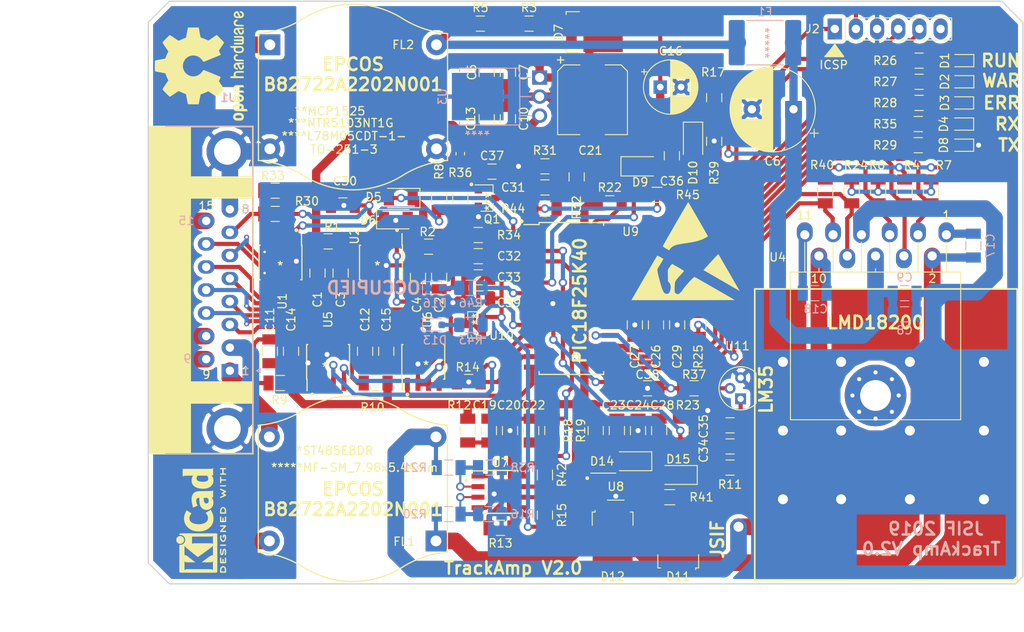
<source format=kicad_pcb>
(kicad_pcb (version 20171130) (host pcbnew "(5.0.0)")
  (layers (0 F.Cu signal) (31 B.Cu signal) (34 B.Paste user) (35 F.Paste user) (36 B.SilkS user) (37 F.SilkS user) (38 B.Mask user) (39 F.Mask user) (44 Edge.Cuts user))
  (net 0 "")
  (net 1 "Net-(C1-Pad2)")
  (net 2 GND)
  (net 3 "Net-(C2-Pad2)")
  (net 4 +5V)
  (net 5 "Net-(C11-Pad2)")
  (net 6 "Net-(C12-Pad2)")
  (net 7 OCC1)
  (net 8 "Net-(C17-Pad1)")
  (net 9 PWM2)
  (net 10 "Net-(C18-Pad2)")
  (net 11 "Net-(C19-Pad2)")
  (net 12 BMF)
  (net 13 "Net-(C23-Pad2)")
  (net 14 "Net-(C26-Pad2)")
  (net 15 OCC)
  (net 16 CSEN_FLT)
  (net 17 ID_R)
  (net 18 "Net-(C31-Pad2)")
  (net 19 "Net-(D1-Pad2)")
  (net 20 "Net-(D2-Pad2)")
  (net 21 "Net-(D3-Pad2)")
  (net 22 "Net-(D4-Pad2)")
  (net 23 ID)
  (net 24 RST)
  (net 25 OCC2)
  (net 26 PWMO2)
  (net 27 PWMO1)
  (net 28 ICSPDAT)
  (net 29 ICSPCLK)
  (net 30 "Net-(J2-Pad6)")
  (net 31 BRK)
  (net 32 PWM)
  (net 33 DIR)
  (net 34 "Net-(R8-Pad1)")
  (net 35 "Net-(R13-Pad1)")
  (net 36 "Net-(R13-Pad2)")
  (net 37 TX_ENA)
  (net 38 CSEN)
  (net 39 "Net-(R26-Pad1)")
  (net 40 "Net-(R27-Pad1)")
  (net 41 "Net-(R28-Pad1)")
  (net 42 Reset_A)
  (net 43 Reset_B)
  (net 44 SYNC)
  (net 45 Sync_A)
  (net 46 Sync_B)
  (net 47 TX_B)
  (net 48 TX_A)
  (net 49 TX)
  (net 50 "Net-(U5-Pad1)")
  (net 51 RX_B)
  (net 52 RX_A)
  (net 53 RX)
  (net 54 "Net-(C32-Pad2)")
  (net 55 "Net-(D8-Pad2)")
  (net 56 "Net-(R29-Pad1)")
  (net 57 "Net-(R35-Pad2)")
  (net 58 Vbus_flt)
  (net 59 GNDD)
  (net 60 "Net-(C34-Pad2)")
  (net 61 TEMP)
  (net 62 "Net-(R37-Pad1)")
  (net 63 VREF)
  (net 64 "Net-(C6-Pad1)")
  (net 65 Vlm)
  (net 66 "Net-(FL2-Pad1)")
  (net 67 "Net-(C37-Pad2)")
  (net 68 THFLG)
  (net 69 "Net-(C21-Pad1)")
  (net 70 "Net-(D13-Pad2)")
  (net 71 "Net-(D14-Pad2)")
  (net 72 "Net-(D14-Pad1)")
  (net 73 "Net-(D15-Pad2)")
  (net 74 "Net-(D16-Pad2)")
  (net 75 VPP)
  (net 76 "Net-(R3-Pad1)")
  (net 77 "Net-(R16-Pad1)")
  (net 78 "Net-(R21-Pad2)")
  (net 79 "Net-(R42-Pad2)")
  (net 80 "Net-(R43-Pad2)")
  (net 81 "Net-(R46-Pad2)")
  (net 82 "Net-(D7-Pad1)")
  (module Package_TO_SOT_SMD:SOT-23 (layer F.Cu) (at 89.116 88.885 180)
    (fp_text reference U10 (at -3.302 -1.27 180) (layer F.SilkS))
    (fp_text value MCP1525)
    (pad 1 smd rect (at -1 -0.95 180) (size 0.9 0.8) (layers F.Cu F.Paste F.Mask) (net 54 "Net-(C32-Pad2)"))
    (pad 2 smd rect (at -1 0.95 180) (size 0.9 0.8) (layers F.Cu F.Paste F.Mask) (net 63 VREF))
    (pad 3 smd rect (at 1 0 180) (size 0.9 0.8) (layers F.Cu F.Paste F.Mask) (net 2 GND))
  )
  (module Resistor_SMD:R_1206_3216Metric (layer F.Cu) (at 89.878 52.69)
    (fp_text reference R5 (at 0 -1.905) (layer F.SilkS))
    (fp_text value 10E)
    (pad 1 smd rect (at -1.43 0) (size 1.22 1.8) (layers F.Cu F.Paste F.Mask) (net 58 Vbus_flt))
    (pad 2 smd rect (at 1.43 0) (size 1.22 1.8) (layers F.Cu F.Paste F.Mask) (net 76 "Net-(R3-Pad1)"))
  )
  (module Inductor_THT:Choke_EPCOS_B82722-A2302-N1-22.3x22.7mm (layer F.Cu) (at 84.544 114.8438 90)
    (fp_text reference FL1 (at -0.0762 -3.81) (layer F.SilkS))
    (fp_text value EMI_Filter_CMode)
    (pad 1 thru_hole rect (at 0 0 90) (size 2.5 2.5) (drill 1.3) (layers *.Cu *.Mask) (net 25 OCC2))
    (pad 2 thru_hole circle (at 0 -20 90) (size 2.5 2.5) (drill 1.3) (layers *.Cu *.Mask) (net 27 PWMO1))
    (pad 3 thru_hole circle (at 12.5 0 90) (size 2.5 2.5) (drill 1.3) (layers *.Cu *.Mask) (net 9 PWM2))
    (pad 4 thru_hole circle (at 12.5 -20 90) (size 2.5 2.5) (drill 1.3) (layers *.Cu *.Mask) (net 26 PWMO2))
  )
  (module Inductor_THT:Choke_EPCOS_B82722-A2302-N1-22.3x22.7mm (layer F.Cu) (at 64.605 55.23 270)
    (fp_text reference FL2 (at 0 -16.002 180) (layer F.SilkS))
    (fp_text value EMI_Filter_CMode)
    (pad 1 thru_hole rect (at 0 0 270) (size 2.5 2.5) (drill 1.3) (layers *.Cu *.Mask) (net 66 "Net-(FL2-Pad1)"))
    (pad 2 thru_hole circle (at 0 -20 270) (size 2.5 2.5) (drill 1.3) (layers *.Cu *.Mask) (net 58 Vbus_flt))
    (pad 3 thru_hole circle (at 12.5 0 270) (size 2.5 2.5) (drill 1.3) (layers *.Cu *.Mask) (net 59 GNDD))
    (pad 4 thru_hole circle (at 12.5 -20 270) (size 2.5 2.5) (drill 1.3) (layers *.Cu *.Mask) (net 2 GND))
  )
  (module Resistor_SMD:R_1206_3216Metric (layer F.Cu) (at 117.945 61.58 90)
    (fp_text reference R17 (at 3.048 -0.127 180) (layer F.SilkS))
    (fp_text value 5k1)
    (pad 1 smd rect (at -1.43 0 90) (size 1.22 1.8) (layers F.Cu F.Paste F.Mask) (net 65 Vlm))
    (pad 2 smd rect (at 1.43 0 90) (size 1.22 1.8) (layers F.Cu F.Paste F.Mask) (net 64 "Net-(C6-Pad1)"))
  )
  (module Package_TO_SOT_THT:TO-220-11_20.02x17.50mm_P3.4x5.08mm_StaggerOdd_Lead8.45mm_Tab-Down (layer F.Cu) (at 145.82 78.06 180)
    (fp_text reference U4 (at 20.255 -2.697 180) (layer F.SilkS))
    (fp_text value LMD18200)
    (pad "" np_thru_hole oval (at 8.5 -19.3 180) (size 3.5 3.5) (drill 3.5) (layers *.Cu *.Mask))
    (pad 1 thru_hole oval (at 0 0 180) (size 1.9 2.4) (drill 1.1 (offset 0 0.3)) (layers *.Cu *.Mask) (net 8 "Net-(C17-Pad1)"))
    (pad 2 thru_hole oval (at 1.7 -2.54 180) (size 1.9 2.4) (drill 1.1 (offset 0 -0.3)) (layers *.Cu *.Mask) (net 7 OCC1))
    (pad 3 thru_hole oval (at 3.4 0 180) (size 1.9 2.4) (drill 1.1 (offset 0 0.3)) (layers *.Cu *.Mask) (net 33 DIR))
    (pad 4 thru_hole oval (at 5.1 -2.54 180) (size 1.9 2.4) (drill 1.1 (offset 0 -0.3)) (layers *.Cu *.Mask) (net 31 BRK))
    (pad 5 thru_hole oval (at 6.8 0 180) (size 1.9 2.4) (drill 1.1 (offset 0 0.3)) (layers *.Cu *.Mask) (net 32 PWM))
    (pad 6 thru_hole oval (at 8.5 -2.54 180) (size 1.9 2.4) (drill 1.1 (offset 0 -0.3)) (layers *.Cu *.Mask) (net 64 "Net-(C6-Pad1)"))
    (pad 7 thru_hole oval (at 10.2 0 180) (size 1.9 2.4) (drill 1.1 (offset 0 0.3)) (layers *.Cu *.Mask) (net 2 GND))
    (pad 8 thru_hole oval (at 11.9 -2.54 180) (size 1.9 2.4) (drill 1.1 (offset 0 -0.3)) (layers *.Cu *.Mask) (net 38 CSEN))
    (pad 9 thru_hole oval (at 13.6 0 180) (size 1.9 2.4) (drill 1.1 (offset 0 0.3)) (layers *.Cu *.Mask) (net 68 THFLG))
    (pad 10 thru_hole oval (at 15.3 -2.54 180) (size 1.9 2.4) (drill 1.1 (offset 0 -0.3)) (layers *.Cu *.Mask) (net 9 PWM2))
    (pad 11 thru_hole oval (at 17 0 180) (size 1.9 2.4) (drill 1.1 (offset 0 0.3)) (layers *.Cu *.Mask) (net 10 "Net-(C18-Pad2)"))
  )
  (module Connector_Dsub:DSUB-15_Male_Horizontal_P2.77x2.84mm_EdgePinOffset4.94mm_Housed_MountingHolesOffset7.48mm (layer B.Cu) (at 59.8 94.39 90)
    (fp_text reference J1 (at 32.81 -0.275 180) (layer B.SilkS) (effects (justify mirror)))
    (fp_text value DB15_Male_MountingHoles)
    (pad 1 thru_hole rect (at 0 0 90) (size 1.6 2) (drill 1) (layers *.Cu *.Mask) (net 26 PWMO2))
    (pad 2 thru_hole oval (at 2.77 0 90) (size 1.6 2) (drill 1) (layers *.Cu *.Mask) (net 59 GNDD))
    (pad 3 thru_hole oval (at 5.54 0 90) (size 1.6 2) (drill 1) (layers *.Cu *.Mask) (net 47 TX_B))
    (pad 4 thru_hole oval (at 8.31 0 90) (size 1.6 2) (drill 1) (layers *.Cu *.Mask) (net 51 RX_B))
    (pad 5 thru_hole oval (at 11.08 0 90) (size 1.6 2) (drill 1) (layers *.Cu *.Mask) (net 46 Sync_B))
    (pad 6 thru_hole oval (at 13.85 0 90) (size 1.6 2) (drill 1) (layers *.Cu *.Mask) (net 43 Reset_B))
    (pad 7 thru_hole oval (at 16.62 0 90) (size 1.6 2) (drill 1) (layers *.Cu *.Mask) (net 17 ID_R))
    (pad 8 thru_hole oval (at 19.39 0 90) (size 1.6 2) (drill 1) (layers *.Cu *.Mask) (net 59 GNDD))
    (pad 9 thru_hole oval (at 1.385 -2.84 90) (size 1.6 2) (drill 1) (layers *.Cu *.Mask) (net 27 PWMO1))
    (pad 10 thru_hole oval (at 4.155 -2.84 90) (size 1.6 2) (drill 1) (layers *.Cu *.Mask) (net 66 "Net-(FL2-Pad1)"))
    (pad 11 thru_hole oval (at 6.925 -2.84 90) (size 1.6 2) (drill 1) (layers *.Cu *.Mask) (net 48 TX_A))
    (pad 12 thru_hole oval (at 9.695 -2.84 90) (size 1.6 2) (drill 1) (layers *.Cu *.Mask) (net 52 RX_A))
    (pad 13 thru_hole oval (at 12.465 -2.84 90) (size 1.6 2) (drill 1) (layers *.Cu *.Mask) (net 45 Sync_A))
    (pad 14 thru_hole oval (at 15.235 -2.84 90) (size 1.6 2) (drill 1) (layers *.Cu *.Mask) (net 42 Reset_A))
    (pad 15 thru_hole oval (at 18.005 -2.84 90) (size 1.6 2) (drill 1) (layers *.Cu *.Mask) (net 66 "Net-(FL2-Pad1)"))
    (pad 0 thru_hole circle (at -6.955 -0.3 90) (size 5 5) (drill 3.2) (layers *.Cu *.Mask) (net 59 GNDD))
    (pad 0 thru_hole circle (at 26.345 -0.3 90) (size 5 5) (drill 3.2) (layers *.Cu *.Mask) (net 59 GNDD))
  )
  (module Connector_PinHeader_2.54mm:PinHeader_1x06_P2.54mm_Vertical (layer F.Cu) (at 132.423 53.325 90)
    (fp_text reference J2 (at 0 -2.667 180) (layer F.SilkS))
    (fp_text value Conn_01x06)
    (pad 1 thru_hole rect (at 0 0 90) (size 2.5 1.7) (drill 1) (layers *.Cu *.Mask) (net 75 VPP))
    (pad 2 thru_hole oval (at 0 2.54 90) (size 2.5 1.7) (drill 1) (layers *.Cu *.Mask) (net 4 +5V))
    (pad 3 thru_hole oval (at 0 5.08 90) (size 2.5 1.7) (drill 1) (layers *.Cu *.Mask) (net 2 GND))
    (pad 4 thru_hole oval (at 0 7.62 90) (size 2.5 1.7) (drill 1) (layers *.Cu *.Mask) (net 28 ICSPDAT))
    (pad 5 thru_hole oval (at 0 10.16 90) (size 2.5 1.7) (drill 1) (layers *.Cu *.Mask) (net 29 ICSPCLK))
    (pad 6 thru_hole oval (at 0 12.7 90) (size 2.5 1.7) (drill 1) (layers *.Cu *.Mask) (net 30 "Net-(J2-Pad6)"))
  )
  (module Capacitor_SMD:C_1206_3216Metric (layer F.Cu) (at 70.32 82.662 270)
    (fp_text reference C1 (at 3.175 0 270) (layer F.SilkS))
    (fp_text value 4.7u)
    (pad 2 smd rect (at 1.43 0 270) (size 1.22 1.8) (layers F.Cu F.Paste F.Mask) (net 1 "Net-(C1-Pad2)"))
    (pad 1 smd rect (at -1.43 0 270) (size 1.22 1.8) (layers F.Cu F.Paste F.Mask) (net 2 GND))
  )
  (module Capacitor_SMD:C_1206_3216Metric (layer F.Cu) (at 84.925 83.17 270)
    (fp_text reference C2 (at 3.302 0 270) (layer F.SilkS))
    (fp_text value 4.7u)
    (pad 1 smd rect (at -1.43 0 270) (size 1.22 1.8) (layers F.Cu F.Paste F.Mask) (net 2 GND))
    (pad 2 smd rect (at 1.43 0 270) (size 1.22 1.8) (layers F.Cu F.Paste F.Mask) (net 3 "Net-(C2-Pad2)"))
  )
  (module Capacitor_SMD:C_1206_3216Metric (layer F.Cu) (at 73.096675 82.662 270)
    (fp_text reference C3 (at 3.175 0 270) (layer F.SilkS))
    (fp_text value 100n)
    (pad 1 smd rect (at -1.43 0 270) (size 1.22 1.8) (layers F.Cu F.Paste F.Mask) (net 2 GND))
    (pad 2 smd rect (at 1.43 0 270) (size 1.22 1.8) (layers F.Cu F.Paste F.Mask) (net 1 "Net-(C1-Pad2)"))
  )
  (module Capacitor_SMD:C_1206_3216Metric (layer F.Cu) (at 82.385 83.17 270)
    (fp_text reference C4 (at 3.302 0.127 270) (layer F.SilkS))
    (fp_text value 100n)
    (pad 1 smd rect (at -1.43 0 270) (size 1.22 1.8) (layers F.Cu F.Paste F.Mask) (net 2 GND))
    (pad 2 smd rect (at 1.43 0 270) (size 1.22 1.8) (layers F.Cu F.Paste F.Mask) (net 3 "Net-(C2-Pad2)"))
  )
  (module Capacitor_SMD:C_1206_3216Metric (layer F.Cu) (at 90.64 58.532 90)
    (fp_text reference C5 (at 0 -1.778 270) (layer F.SilkS))
    (fp_text value 4.7u)
    (pad 1 smd rect (at -1.43 0 90) (size 1.22 1.8) (layers F.Cu F.Paste F.Mask) (net 2 GND))
    (pad 2 smd rect (at 1.43 0 90) (size 1.22 1.8) (layers F.Cu F.Paste F.Mask) (net 69 "Net-(C21-Pad1)"))
  )
  (module Capacitor_SMD:C_1206_3216Metric (layer F.Cu) (at 93.18 58.532 90)
    (fp_text reference C7 (at 0 1.905 270) (layer F.SilkS))
    (fp_text value 100n)
    (pad 2 smd rect (at 1.43 0 90) (size 1.22 1.8) (layers F.Cu F.Paste F.Mask) (net 69 "Net-(C21-Pad1)"))
    (pad 1 smd rect (at -1.43 0 90) (size 1.22 1.8) (layers F.Cu F.Paste F.Mask) (net 2 GND))
  )
  (module Capacitor_SMD:C_1206_3216Metric (layer B.Cu) (at 140.805 87.615 180)
    (fp_text reference C8 (at 0 -1.905) (layer B.SilkS) (effects (justify mirror)))
    (fp_text value 4.7u)
    (pad 1 smd rect (at -1.43 0 180) (size 1.22 1.8) (layers B.Cu B.Paste B.Mask) (net 2 GND))
    (pad 2 smd rect (at 1.43 0 180) (size 1.22 1.8) (layers B.Cu B.Paste B.Mask) (net 64 "Net-(C6-Pad1)"))
  )
  (module Capacitor_SMD:C_1206_3216Metric (layer B.Cu) (at 140.805 85.075 180)
    (fp_text reference C9 (at 0 1.905 180) (layer B.SilkS) (effects (justify mirror)))
    (fp_text value 100n)
    (pad 2 smd rect (at 1.43 0 180) (size 1.22 1.8) (layers B.Cu B.Paste B.Mask) (net 64 "Net-(C6-Pad1)"))
    (pad 1 smd rect (at -1.43 0 180) (size 1.22 1.8) (layers B.Cu B.Paste B.Mask) (net 2 GND))
  )
  (module Capacitor_SMD:C_1206_3216Metric (layer F.Cu) (at 93.18 64.12 270)
    (fp_text reference C10 (at 0 -1.905 90) (layer F.SilkS))
    (fp_text value 100n)
    (pad 2 smd rect (at 1.43 0 270) (size 1.22 1.8) (layers F.Cu F.Paste F.Mask) (net 4 +5V))
    (pad 1 smd rect (at -1.43 0 270) (size 1.22 1.8) (layers F.Cu F.Paste F.Mask) (net 2 GND))
  )
  (module Capacitor_SMD:C_1206_3216Metric (layer F.Cu) (at 64.605 92.06 90)
    (fp_text reference C11 (at 3.81 0 90) (layer F.SilkS))
    (fp_text value 4.7u)
    (pad 1 smd rect (at -1.43 0 90) (size 1.22 1.8) (layers F.Cu F.Paste F.Mask) (net 2 GND))
    (pad 2 smd rect (at 1.43 0 90) (size 1.22 1.8) (layers F.Cu F.Paste F.Mask) (net 5 "Net-(C11-Pad2)"))
  )
  (module Capacitor_SMD:C_1206_3216Metric (layer F.Cu) (at 76.035 92.06 90)
    (fp_text reference C12 (at 3.81 0 90) (layer F.SilkS))
    (fp_text value 4.7u)
    (pad 2 smd rect (at 1.43 0 90) (size 1.22 1.8) (layers F.Cu F.Paste F.Mask) (net 6 "Net-(C12-Pad2)"))
    (pad 1 smd rect (at -1.43 0 90) (size 1.22 1.8) (layers F.Cu F.Paste F.Mask) (net 2 GND))
  )
  (module Capacitor_SMD:C_1206_3216Metric (layer F.Cu) (at 90.64 64.12 270)
    (fp_text reference C13 (at 0 1.905 90) (layer F.SilkS))
    (fp_text value 4.7u)
    (pad 1 smd rect (at -1.43 0 270) (size 1.22 1.8) (layers F.Cu F.Paste F.Mask) (net 2 GND))
    (pad 2 smd rect (at 1.43 0 270) (size 1.22 1.8) (layers F.Cu F.Paste F.Mask) (net 4 +5V))
  )
  (module Capacitor_SMD:C_1206_3216Metric (layer F.Cu) (at 67.145 92.06 90)
    (fp_text reference C14 (at 3.81 0 90) (layer F.SilkS))
    (fp_text value 100n)
    (pad 1 smd rect (at -1.43 0 90) (size 1.22 1.8) (layers F.Cu F.Paste F.Mask) (net 2 GND))
    (pad 2 smd rect (at 1.43 0 90) (size 1.22 1.8) (layers F.Cu F.Paste F.Mask) (net 5 "Net-(C11-Pad2)"))
  )
  (module Capacitor_SMD:C_1206_3216Metric (layer F.Cu) (at 78.575 92.06 90)
    (fp_text reference C15 (at 3.81 0 90) (layer F.SilkS))
    (fp_text value 100n)
    (pad 2 smd rect (at 1.43 0 90) (size 1.22 1.8) (layers F.Cu F.Paste F.Mask) (net 6 "Net-(C12-Pad2)"))
    (pad 1 smd rect (at -1.43 0 90) (size 1.22 1.8) (layers F.Cu F.Paste F.Mask) (net 2 GND))
  )
  (module Capacitor_THT:CP_Radial_D6.3mm_P2.50mm (layer F.Cu) (at 111.468 60.31)
    (fp_text reference C16 (at 1.27 -4.318 -180) (layer F.SilkS))
    (fp_text value 220u)
    (pad 1 thru_hole rect (at 0 0) (size 1.6 1.6) (drill 0.8) (layers *.Cu *.Mask) (net 4 +5V))
    (pad 2 thru_hole circle (at 2.5 0) (size 1.6 1.6) (drill 0.8) (layers *.Cu *.Mask) (net 2 GND))
  )
  (module Capacitor_SMD:C_1206_3216Metric (layer B.Cu) (at 149.06 79.36 270)
    (fp_text reference C17 (at 0 -2.032 90) (layer B.SilkS) (effects (justify mirror)))
    (fp_text value 10n)
    (pad 2 smd rect (at 1.43 0 270) (size 1.22 1.8) (layers B.Cu B.Paste B.Mask) (net 7 OCC1))
    (pad 1 smd rect (at -1.43 0 270) (size 1.22 1.8) (layers B.Cu B.Paste B.Mask) (net 8 "Net-(C17-Pad1)"))
  )
  (module Capacitor_SMD:C_1206_3216Metric (layer B.Cu) (at 130.01 85.075 180)
    (fp_text reference C18 (at -0.127 -1.905 180) (layer B.SilkS) (effects (justify mirror)))
    (fp_text value 10n)
    (pad 1 smd rect (at -1.43 0 180) (size 1.22 1.8) (layers B.Cu B.Paste B.Mask) (net 9 PWM2))
    (pad 2 smd rect (at 1.43 0 180) (size 1.22 1.8) (layers B.Cu B.Paste B.Mask) (net 10 "Net-(C18-Pad2)"))
  )
  (module Capacitor_SMD:C_1206_3216Metric (layer F.Cu) (at 90.894 101.585 270)
    (fp_text reference C19 (at -3.048 0.508) (layer F.SilkS))
    (fp_text value 4.7u)
    (pad 1 smd rect (at -1.43 0 270) (size 1.22 1.8) (layers F.Cu F.Paste F.Mask) (net 2 GND))
    (pad 2 smd rect (at 1.43 0 270) (size 1.22 1.8) (layers F.Cu F.Paste F.Mask) (net 11 "Net-(C19-Pad2)"))
  )
  (module Capacitor_SMD:C_1206_3216Metric (layer F.Cu) (at 93.434 101.585 270)
    (fp_text reference C20 (at -3.048 0.127) (layer F.SilkS))
    (fp_text value 100n)
    (pad 2 smd rect (at 1.43 0 270) (size 1.22 1.8) (layers F.Cu F.Paste F.Mask) (net 11 "Net-(C19-Pad2)"))
    (pad 1 smd rect (at -1.43 0 270) (size 1.22 1.8) (layers F.Cu F.Paste F.Mask) (net 2 GND))
  )
  (module Capacitor_SMD:C_1206_3216Metric (layer F.Cu) (at 95.974 101.585 270)
    (fp_text reference C22 (at -3.048 -0.254) (layer F.SilkS))
    (fp_text value 100n)
    (pad 1 smd rect (at -1.43 0 270) (size 1.22 1.8) (layers F.Cu F.Paste F.Mask) (net 2 GND))
    (pad 2 smd rect (at 1.43 0 270) (size 1.22 1.8) (layers F.Cu F.Paste F.Mask) (net 12 BMF))
  )
  (module Capacitor_SMD:C_1206_3216Metric (layer F.Cu) (at 106.261 101.585 270)
    (fp_text reference C23 (at -3.048 0.381) (layer F.SilkS))
    (fp_text value 4.7u)
    (pad 2 smd rect (at 1.43 0 270) (size 1.22 1.8) (layers F.Cu F.Paste F.Mask) (net 13 "Net-(C23-Pad2)"))
    (pad 1 smd rect (at -1.43 0 270) (size 1.22 1.8) (layers F.Cu F.Paste F.Mask) (net 2 GND))
  )
  (module Capacitor_SMD:C_1206_3216Metric (layer F.Cu) (at 108.801 101.585 270)
    (fp_text reference C24 (at -3.048 0) (layer F.SilkS))
    (fp_text value 100n)
    (pad 1 smd rect (at -1.43 0 270) (size 1.22 1.8) (layers F.Cu F.Paste F.Mask) (net 2 GND))
    (pad 2 smd rect (at 1.43 0 270) (size 1.22 1.8) (layers F.Cu F.Paste F.Mask) (net 13 "Net-(C23-Pad2)"))
  )
  (module Capacitor_SMD:C_1206_3216Metric (layer F.Cu) (at 110.96 88.882479 90)
    (fp_text reference C26 (at -3.81 0 90) (layer F.SilkS))
    (fp_text value 4.7u)
    (pad 2 smd rect (at 1.43 0 90) (size 1.22 1.8) (layers F.Cu F.Paste F.Mask) (net 14 "Net-(C26-Pad2)"))
    (pad 1 smd rect (at -1.43 0 90) (size 1.22 1.8) (layers F.Cu F.Paste F.Mask) (net 2 GND))
  )
  (module Capacitor_SMD:C_1206_3216Metric (layer F.Cu) (at 108.42 88.885 90)
    (fp_text reference C27 (at -3.81 0 90) (layer F.SilkS))
    (fp_text value 100n)
    (pad 1 smd rect (at -1.43 0 90) (size 1.22 1.8) (layers F.Cu F.Paste F.Mask) (net 2 GND))
    (pad 2 smd rect (at 1.43 0 90) (size 1.22 1.8) (layers F.Cu F.Paste F.Mask) (net 14 "Net-(C26-Pad2)"))
  )
  (module Capacitor_SMD:C_1206_3216Metric (layer F.Cu) (at 111.341 101.585 270)
    (fp_text reference C28 (at -3.048 -0.381) (layer F.SilkS))
    (fp_text value 100n)
    (pad 1 smd rect (at -1.43 0 270) (size 1.22 1.8) (layers F.Cu F.Paste F.Mask) (net 2 GND))
    (pad 2 smd rect (at 1.43 0 270) (size 1.22 1.8) (layers F.Cu F.Paste F.Mask) (net 15 OCC))
  )
  (module Capacitor_SMD:C_1206_3216Metric (layer F.Cu) (at 113.5 88.885 90)
    (fp_text reference C29 (at -3.81 0 90) (layer F.SilkS))
    (fp_text value 100n)
    (pad 2 smd rect (at 1.43 0 90) (size 1.22 1.8) (layers F.Cu F.Paste F.Mask) (net 16 CSEN_FLT))
    (pad 1 smd rect (at -1.43 0 90) (size 1.22 1.8) (layers F.Cu F.Paste F.Mask) (net 2 GND))
  )
  (module Capacitor_SMD:C_1206_3216Metric (layer F.Cu) (at 73.368 74.534)
    (fp_text reference C30 (at 0.254 -2.921) (layer F.SilkS))
    (fp_text value 100n)
    (pad 2 smd rect (at 1.43 0) (size 1.22 1.8) (layers F.Cu F.Paste F.Mask) (net 23 ID))
    (pad 1 smd rect (at -1.43 0) (size 1.22 1.8) (layers F.Cu F.Paste F.Mask) (net 2 GND))
  )
  (module Capacitor_SMD:C_1206_3216Metric (layer F.Cu) (at 97.625 72.375)
    (fp_text reference C31 (at -3.81 0) (layer F.SilkS))
    (fp_text value 100n)
    (pad 2 smd rect (at 1.43 0) (size 1.22 1.8) (layers F.Cu F.Paste F.Mask) (net 18 "Net-(C31-Pad2)"))
    (pad 1 smd rect (at -1.43 0) (size 1.22 1.8) (layers F.Cu F.Paste F.Mask) (net 2 GND))
  )
  (module Diode_SMD:D_1206_3216Metric (layer F.Cu) (at 80.32 73.645 180)
    (fp_text reference D5 (at 3.269 0.127 180) (layer F.SilkS))
    (fp_text value 1n4148)
    (pad 1 smd rect (at -1.43 0 180) (size 1.22 1.8) (layers F.Cu F.Paste F.Mask) (net 4 +5V))
    (pad 2 smd rect (at 1.43 0 180) (size 1.22 1.8) (layers F.Cu F.Paste F.Mask) (net 23 ID))
  )
  (module Diode_SMD:D_1206_3216Metric (layer F.Cu) (at 79.718 76.185)
    (fp_text reference D6 (at -3.302 0.127) (layer F.SilkS))
    (fp_text value 1n4148)
    (pad 2 smd rect (at 1.43 0) (size 1.22 1.8) (layers F.Cu F.Paste F.Mask) (net 2 GND))
    (pad 1 smd rect (at -1.43 0) (size 1.22 1.8) (layers F.Cu F.Paste F.Mask) (net 23 ID))
  )
  (module Package_TO_SOT_SMD:SOT-23 (layer F.Cu) (at 90.64 73.645)
    (fp_text reference Q1 (at 0.635 2.54) (layer F.SilkS))
    (fp_text value "NTR5103NT1G ")
    (pad 1 smd rect (at -1 -0.95) (size 0.9 0.8) (layers F.Cu F.Paste F.Mask) (net 67 "Net-(C37-Pad2)"))
    (pad 2 smd rect (at -1 0.95) (size 0.9 0.8) (layers F.Cu F.Paste F.Mask) (net 2 GND))
    (pad 3 smd rect (at 1 0) (size 0.9 0.8) (layers F.Cu F.Paste F.Mask) (net 24 RST))
  )
  (module Resistor_SMD:R_1206_3216Metric (layer F.Cu) (at 71.59 78.852 180)
    (fp_text reference R1 (at -0.508 1.778 180) (layer F.SilkS))
    (fp_text value 0E)
    (pad 2 smd rect (at 1.43 0 180) (size 1.22 1.8) (layers F.Cu F.Paste F.Mask) (net 4 +5V))
    (pad 1 smd rect (at -1.43 0 180) (size 1.22 1.8) (layers F.Cu F.Paste F.Mask) (net 1 "Net-(C1-Pad2)"))
  )
  (module Resistor_SMD:R_1206_3216Metric (layer F.Cu) (at 83.655 79.487 180)
    (fp_text reference R2 (at 0.127 1.778 180) (layer F.SilkS))
    (fp_text value 0E)
    (pad 2 smd rect (at 1.43 0 180) (size 1.22 1.8) (layers F.Cu F.Paste F.Mask) (net 4 +5V))
    (pad 1 smd rect (at -1.43 0 180) (size 1.22 1.8) (layers F.Cu F.Paste F.Mask) (net 3 "Net-(C2-Pad2)"))
  )
  (module Resistor_SMD:R_1206_3216Metric (layer F.Cu) (at 95.72 52.69)
    (fp_text reference R3 (at 0 -1.905) (layer F.SilkS))
    (fp_text value 10E)
    (pad 2 smd rect (at 1.43 0) (size 1.22 1.8) (layers F.Cu F.Paste F.Mask) (net 82 "Net-(D7-Pad1)"))
    (pad 1 smd rect (at -1.43 0) (size 1.22 1.8) (layers F.Cu F.Paste F.Mask) (net 76 "Net-(R3-Pad1)"))
  )
  (module Resistor_SMD:R_1206_3216Metric (layer F.Cu) (at 140.805 72.85 90)
    (fp_text reference R4 (at 3.142 0.889) (layer F.SilkS))
    (fp_text value 4k7)
    (pad 2 smd rect (at 1.43 0 90) (size 1.22 1.8) (layers F.Cu F.Paste F.Mask) (net 4 +5V))
    (pad 1 smd rect (at -1.43 0 90) (size 1.22 1.8) (layers F.Cu F.Paste F.Mask) (net 31 BRK))
  )
  (module Resistor_SMD:R_1206_3216Metric (layer F.Cu) (at 137.63 72.85 270)
    (fp_text reference R6 (at -3.175 0.11684) (layer F.SilkS))
    (fp_text value 4k7)
    (pad 1 smd rect (at -1.43 0 270) (size 1.22 1.8) (layers F.Cu F.Paste F.Mask) (net 2 GND))
    (pad 2 smd rect (at 1.43 0 270) (size 1.22 1.8) (layers F.Cu F.Paste F.Mask) (net 32 PWM))
  )
  (module Resistor_SMD:R_1206_3216Metric (layer F.Cu) (at 143.98 72.85 270)
    (fp_text reference R7 (at -3.142 -1.524) (layer F.SilkS))
    (fp_text value 4k7)
    (pad 1 smd rect (at -1.43 0 270) (size 1.22 1.8) (layers F.Cu F.Paste F.Mask) (net 2 GND))
    (pad 2 smd rect (at 1.43 0 270) (size 1.22 1.8) (layers F.Cu F.Paste F.Mask) (net 33 DIR))
  )
  (module Resistor_SMD:R_1206_3216Metric (layer F.Cu) (at 84.925 73.645 90)
    (fp_text reference R8 (at 3.175 0 90) (layer F.SilkS))
    (fp_text value 1k)
    (pad 1 smd rect (at -1.43 0 90) (size 1.22 1.8) (layers F.Cu F.Paste F.Mask) (net 34 "Net-(R8-Pad1)"))
    (pad 2 smd rect (at 1.43 0 90) (size 1.22 1.8) (layers F.Cu F.Paste F.Mask) (net 67 "Net-(C37-Pad2)"))
  )
  (module Resistor_SMD:R_1206_3216Metric (layer F.Cu) (at 65.875 95.87)
    (fp_text reference R9 (at -0.127 2.032) (layer F.SilkS))
    (fp_text value 0E)
    (pad 1 smd rect (at -1.43 0) (size 1.22 1.8) (layers F.Cu F.Paste F.Mask) (net 5 "Net-(C11-Pad2)"))
    (pad 2 smd rect (at 1.43 0) (size 1.22 1.8) (layers F.Cu F.Paste F.Mask) (net 4 +5V))
  )
  (module Resistor_SMD:R_1206_3216Metric (layer F.Cu) (at 77.305 95.87)
    (fp_text reference R10 (at -0.381 2.921) (layer F.SilkS))
    (fp_text value 0E)
    (pad 2 smd rect (at 1.43 0) (size 1.22 1.8) (layers F.Cu F.Paste F.Mask) (net 4 +5V))
    (pad 1 smd rect (at -1.43 0) (size 1.22 1.8) (layers F.Cu F.Paste F.Mask) (net 6 "Net-(C12-Pad2)"))
  )
  (module Resistor_SMD:R_1206_3216Metric (layer F.Cu) (at 119.85 106.03 180)
    (fp_text reference R11 (at 0 -2.032 180) (layer F.SilkS))
    (fp_text value 0E)
    (pad 2 smd rect (at 1.43 0 180) (size 1.22 1.8) (layers F.Cu F.Paste F.Mask) (net 4 +5V))
    (pad 1 smd rect (at -1.43 0 180) (size 1.22 1.8) (layers F.Cu F.Paste F.Mask) (net 60 "Net-(C34-Pad2)"))
  )
  (module Resistor_SMD:R_1206_3216Metric (layer F.Cu) (at 88.354 101.585 270)
    (fp_text reference R12 (at -3.048 1.016) (layer F.SilkS))
    (fp_text value 10E)
    (pad 2 smd rect (at 1.43 0 270) (size 1.22 1.8) (layers F.Cu F.Paste F.Mask) (net 11 "Net-(C19-Pad2)"))
    (pad 1 smd rect (at -1.43 0 270) (size 1.22 1.8) (layers F.Cu F.Paste F.Mask) (net 4 +5V))
  )
  (module Resistor_SMD:R_1206_3216Metric (layer F.Cu) (at 92.291 113.269 180)
    (fp_text reference R13 (at 0 -1.85 180) (layer F.SilkS))
    (fp_text value 1k)
    (pad 1 smd rect (at -1.43 0 180) (size 1.22 1.8) (layers F.Cu F.Paste F.Mask) (net 35 "Net-(R13-Pad1)"))
    (pad 2 smd rect (at 1.43 0 180) (size 1.22 1.8) (layers F.Cu F.Paste F.Mask) (net 36 "Net-(R13-Pad2)"))
  )
  (module Resistor_SMD:R_1206_3216Metric (layer F.Cu) (at 88.481 95.743)
    (fp_text reference R14 (at -0.127 -1.778) (layer F.SilkS))
    (fp_text value 1k)
    (pad 2 smd rect (at 1.43 0) (size 1.22 1.8) (layers F.Cu F.Paste F.Mask) (net 37 TX_ENA))
    (pad 1 smd rect (at -1.43 0) (size 1.22 1.8) (layers F.Cu F.Paste F.Mask) (net 2 GND))
  )
  (module Resistor_SMD:R_1206_3216Metric (layer F.Cu) (at 97.625 111.745 270)
    (fp_text reference R15 (at 0 -2.032 270) (layer F.SilkS))
    (fp_text value 110k)
    (pad 2 smd rect (at 1.43 0 270) (size 1.22 1.8) (layers F.Cu F.Paste F.Mask) (net 63 VREF))
    (pad 1 smd rect (at -1.43 0 270) (size 1.22 1.8) (layers F.Cu F.Paste F.Mask) (net 35 "Net-(R13-Pad1)"))
  )
  (module Resistor_SMD:R_1206_3216Metric (layer F.Cu) (at 98.514 101.585 90)
    (fp_text reference R18 (at 0 1.905 270) (layer F.SilkS))
    (fp_text value 100E)
    (pad 1 smd rect (at -1.43 0 90) (size 1.22 1.8) (layers F.Cu F.Paste F.Mask) (net 12 BMF))
    (pad 2 smd rect (at 1.43 0 90) (size 1.22 1.8) (layers F.Cu F.Paste F.Mask) (net 35 "Net-(R13-Pad1)"))
  )
  (module Resistor_SMD:R_1206_3216Metric (layer F.Cu) (at 103.721 101.585 270)
    (fp_text reference R19 (at 0 1.778 90) (layer F.SilkS))
    (fp_text value 10E)
    (pad 2 smd rect (at 1.43 0 270) (size 1.22 1.8) (layers F.Cu F.Paste F.Mask) (net 13 "Net-(C23-Pad2)"))
    (pad 1 smd rect (at -1.43 0 270) (size 1.22 1.8) (layers F.Cu F.Paste F.Mask) (net 4 +5V))
  )
  (module Resistor_SMD:R_1206_3216Metric (layer B.Cu) (at 86.068 111.618 180)
    (fp_text reference R20 (at 4.064 0 180) (layer B.SilkS) (effects (justify mirror)))
    (fp_text value 9k10)
    (pad 1 smd rect (at -1.43 0 180) (size 1.22 1.8) (layers B.Cu B.Paste B.Mask) (net 77 "Net-(R16-Pad1)"))
    (pad 2 smd rect (at 1.43 0 180) (size 1.22 1.8) (layers B.Cu B.Paste B.Mask) (net 25 OCC2))
  )
  (module Resistor_SMD:R_1206_3216Metric (layer B.Cu) (at 86.068 106.03)
    (fp_text reference R21 (at -4.064 0) (layer B.SilkS) (effects (justify mirror)))
    (fp_text value 9k10)
    (pad 2 smd rect (at 1.43 0) (size 1.22 1.8) (layers B.Cu B.Paste B.Mask) (net 78 "Net-(R21-Pad2)"))
    (pad 1 smd rect (at -1.43 0) (size 1.22 1.8) (layers B.Cu B.Paste B.Mask) (net 9 PWM2))
  )
  (module Resistor_SMD:R_1206_3216Metric (layer F.Cu) (at 105.405 74.28)
    (fp_text reference R22 (at 0 -1.905) (layer F.SilkS))
    (fp_text value 0E)
    (pad 1 smd rect (at -1.43 0) (size 1.22 1.8) (layers F.Cu F.Paste F.Mask) (net 4 +5V))
    (pad 2 smd rect (at 1.43 0) (size 1.22 1.8) (layers F.Cu F.Paste F.Mask) (net 14 "Net-(C26-Pad2)"))
  )
  (module Resistor_SMD:R_1206_3216Metric (layer F.Cu) (at 113.881 101.585 90)
    (fp_text reference R23 (at 3.048 0.889 180) (layer F.SilkS))
    (fp_text value 100E)
    (pad 1 smd rect (at -1.43 0 90) (size 1.22 1.8) (layers F.Cu F.Paste F.Mask) (net 15 OCC))
    (pad 2 smd rect (at 1.43 0 90) (size 1.22 1.8) (layers F.Cu F.Paste F.Mask) (net 72 "Net-(D14-Pad1)"))
  )
  (module Resistor_SMD:R_1206_3216Metric (layer F.Cu) (at 134.455 72.85 270)
    (fp_text reference R24 (at -3.142 -0.508) (layer F.SilkS))
    (fp_text value 3K3)
    (pad 2 smd rect (at 1.43 0 270) (size 1.22 1.8) (layers F.Cu F.Paste F.Mask) (net 38 CSEN))
    (pad 1 smd rect (at -1.43 0 270) (size 1.22 1.8) (layers F.Cu F.Paste F.Mask) (net 2 GND))
  )
  (module Resistor_SMD:R_1206_3216Metric (layer F.Cu) (at 116.04 88.885 90)
    (fp_text reference R25 (at -3.81 0 90) (layer F.SilkS))
    (fp_text value 4k7)
    (pad 1 smd rect (at -1.43 0 90) (size 1.22 1.8) (layers F.Cu F.Paste F.Mask) (net 38 CSEN))
    (pad 2 smd rect (at 1.43 0 90) (size 1.22 1.8) (layers F.Cu F.Paste F.Mask) (net 16 CSEN_FLT))
  )
  (module Resistor_SMD:R_1206_3216Metric (layer F.Cu) (at 65.24 75.55)
    (fp_text reference R30 (at 3.81 -1.524) (layer F.SilkS))
    (fp_text value 1k)
    (pad 1 smd rect (at -1.43 0) (size 1.22 1.8) (layers F.Cu F.Paste F.Mask) (net 17 ID_R))
    (pad 2 smd rect (at 1.43 0) (size 1.22 1.8) (layers F.Cu F.Paste F.Mask) (net 23 ID))
  )
  (module Resistor_SMD:R_1206_3216Metric (layer F.Cu) (at 97.625 69.835 180)
    (fp_text reference R31 (at 0 1.905 180) (layer F.SilkS))
    (fp_text value 110k)
    (pad 1 smd rect (at -1.43 0 180) (size 1.22 1.8) (layers F.Cu F.Paste F.Mask) (net 18 "Net-(C31-Pad2)"))
    (pad 2 smd rect (at 1.43 0 180) (size 1.22 1.8) (layers F.Cu F.Paste F.Mask) (net 2 GND))
  )
  (module Resistor_SMD:R_1206_3216Metric (layer F.Cu) (at 101.435 71.105 90)
    (fp_text reference R32 (at -3.683 -0.002521 90) (layer F.SilkS))
    (fp_text value 10K)
    (pad 1 smd rect (at -1.43 0 90) (size 1.22 1.8) (layers F.Cu F.Paste F.Mask) (net 4 +5V))
    (pad 2 smd rect (at 1.43 0 90) (size 1.22 1.8) (layers F.Cu F.Paste F.Mask) (net 18 "Net-(C31-Pad2)"))
  )
  (module Resistor_SMD:R_1206_3216Metric (layer F.Cu) (at 65.24 72.756 180)
    (fp_text reference R33 (at 0.254 1.778 180) (layer F.SilkS))
    (fp_text value 470)
    (pad 2 smd rect (at 1.43 0 180) (size 1.22 1.8) (layers F.Cu F.Paste F.Mask) (net 17 ID_R))
    (pad 1 smd rect (at -1.43 0 180) (size 1.22 1.8) (layers F.Cu F.Paste F.Mask) (net 4 +5V))
  )
  (module Package_SO:SOIC-8_3.9x4.9mm_P1.27mm (layer F.Cu) (at 65.875 81.392 270)
    (fp_text reference U1 (at 4.6609 -0.2286 270) (layer F.SilkS))
    (fp_text value ST485EBDR)
    (pad 1 smd rect (at -2.7 -1.905 270) (size 1.55 0.6) (layers F.Cu F.Paste F.Mask) (net 34 "Net-(R8-Pad1)"))
    (pad 2 smd rect (at -2.7 -0.635 270) (size 1.55 0.6) (layers F.Cu F.Paste F.Mask) (net 2 GND))
    (pad 3 smd rect (at -2.7 0.635 270) (size 1.55 0.6) (layers F.Cu F.Paste F.Mask) (net 2 GND))
    (pad 4 smd rect (at -2.7 1.905 270) (size 1.55 0.6) (layers F.Cu F.Paste F.Mask) (net 2 GND))
    (pad 5 smd rect (at 2.7 1.905 270) (size 1.55 0.6) (layers F.Cu F.Paste F.Mask) (net 2 GND))
    (pad 6 smd rect (at 2.7 0.635 270) (size 1.55 0.6) (layers F.Cu F.Paste F.Mask) (net 42 Reset_A))
    (pad 7 smd rect (at 2.7 -0.635 270) (size 1.55 0.6) (layers F.Cu F.Paste F.Mask) (net 43 Reset_B))
    (pad 8 smd rect (at 2.7 -1.905 270) (size 1.55 0.6) (layers F.Cu F.Paste F.Mask) (net 1 "Net-(C1-Pad2)"))
  )
  (module Package_SO:SOIC-8_3.9x4.9mm_P1.27mm (layer F.Cu) (at 77.94 81.392 270)
    (fp_text reference U2 (at -3.175 3.175 270) (layer F.SilkS))
    (fp_text value ST485EBDR)
    (pad 1 smd rect (at -2.7 -1.905 270) (size 1.55 0.6) (layers F.Cu F.Paste F.Mask) (net 44 SYNC))
    (pad 2 smd rect (at -2.7 -0.635 270) (size 1.55 0.6) (layers F.Cu F.Paste F.Mask) (net 2 GND))
    (pad 3 smd rect (at -2.7 0.635 270) (size 1.55 0.6) (layers F.Cu F.Paste F.Mask) (net 2 GND))
    (pad 4 smd rect (at -2.7 1.905 270) (size 1.55 0.6) (layers F.Cu F.Paste F.Mask) (net 2 GND))
    (pad 5 smd rect (at 2.7 1.905 270) (size 1.55 0.6) (layers F.Cu F.Paste F.Mask) (net 2 GND))
    (pad 6 smd rect (at 2.7 0.635 270) (size 1.55 0.6) (layers F.Cu F.Paste F.Mask) (net 45 Sync_A))
    (pad 7 smd rect (at 2.7 -0.635 270) (size 1.55 0.6) (layers F.Cu F.Paste F.Mask) (net 46 Sync_B))
    (pad 8 smd rect (at 2.7 -1.905 270) (size 1.55 0.6) (layers F.Cu F.Paste F.Mask) (net 3 "Net-(C2-Pad2)"))
  )
  (module Package_SO:SOIC-8_3.9x4.9mm_P1.27mm (layer F.Cu) (at 71.59 93.33 90)
    (fp_text reference U5 (at 5.08 0 90) (layer F.SilkS))
    (fp_text value ST485EBDR)
    (pad 8 smd rect (at 2.7 -1.905 90) (size 1.55 0.6) (layers F.Cu F.Paste F.Mask) (net 5 "Net-(C11-Pad2)"))
    (pad 7 smd rect (at 2.7 -0.635 90) (size 1.55 0.6) (layers F.Cu F.Paste F.Mask) (net 47 TX_B))
    (pad 6 smd rect (at 2.7 0.635 90) (size 1.55 0.6) (layers F.Cu F.Paste F.Mask) (net 48 TX_A))
    (pad 5 smd rect (at 2.7 1.905 90) (size 1.55 0.6) (layers F.Cu F.Paste F.Mask) (net 2 GND))
    (pad 4 smd rect (at -2.7 1.905 90) (size 1.55 0.6) (layers F.Cu F.Paste F.Mask) (net 49 TX))
    (pad 3 smd rect (at -2.7 0.635 90) (size 1.55 0.6) (layers F.Cu F.Paste F.Mask) (net 37 TX_ENA))
    (pad 2 smd rect (at -2.7 -0.635 90) (size 1.55 0.6) (layers F.Cu F.Paste F.Mask) (net 5 "Net-(C11-Pad2)"))
    (pad 1 smd rect (at -2.7 -1.905 90) (size 1.55 0.6) (layers F.Cu F.Paste F.Mask) (net 50 "Net-(U5-Pad1)"))
  )
  (module Package_SO:SOIC-8_3.9x4.9mm_P1.27mm (layer F.Cu) (at 83.02 93.33 90)
    (fp_text reference U6 (at 5.08 0.508 90) (layer F.SilkS))
    (fp_text value ST485EBDR)
    (pad 8 smd rect (at 2.7 -1.905 90) (size 1.55 0.6) (layers F.Cu F.Paste F.Mask) (net 6 "Net-(C12-Pad2)"))
    (pad 7 smd rect (at 2.7 -0.635 90) (size 1.55 0.6) (layers F.Cu F.Paste F.Mask) (net 51 RX_B))
    (pad 6 smd rect (at 2.7 0.635 90) (size 1.55 0.6) (layers F.Cu F.Paste F.Mask) (net 52 RX_A))
    (pad 5 smd rect (at 2.7 1.905 90) (size 1.55 0.6) (layers F.Cu F.Paste F.Mask) (net 2 GND))
    (pad 4 smd rect (at -2.7 1.905 90) (size 1.55 0.6) (layers F.Cu F.Paste F.Mask) (net 2 GND))
    (pad 3 smd rect (at -2.7 0.635 90) (size 1.55 0.6) (layers F.Cu F.Paste F.Mask) (net 2 GND))
    (pad 2 smd rect (at -2.7 -0.635 90) (size 1.55 0.6) (layers F.Cu F.Paste F.Mask) (net 2 GND))
    (pad 1 smd rect (at -2.7 -1.905 90) (size 1.55 0.6) (layers F.Cu F.Paste F.Mask) (net 53 RX))
  )
  (module Package_SO:SOIC-28W_7.5x17.9mm_P1.27mm (layer F.Cu) (at 100.8 85.707479)
    (fp_text reference U9 (at 7.112 -8.023879) (layer F.SilkS))
    (fp_text value PIC18F25K40)
    (pad 1 smd rect (at -4.7 -8.255) (size 2 0.6) (layers F.Cu F.Paste F.Mask) (net 24 RST))
    (pad 2 smd rect (at -4.7 -6.985) (size 2 0.6) (layers F.Cu F.Paste F.Mask) (net 23 ID))
    (pad 3 smd rect (at -4.7 -5.715) (size 2 0.6) (layers F.Cu F.Paste F.Mask) (net 15 OCC))
    (pad 4 smd rect (at -4.7 -4.445) (size 2 0.6) (layers F.Cu F.Paste F.Mask) (net 12 BMF))
    (pad 5 smd rect (at -4.7 -3.175) (size 2 0.6) (layers F.Cu F.Paste F.Mask) (net 63 VREF))
    (pad 6 smd rect (at -4.7 -1.905) (size 2 0.6) (layers F.Cu F.Paste F.Mask) (net 65 Vlm))
    (pad 7 smd rect (at -4.7 -0.635) (size 2 0.6) (layers F.Cu F.Paste F.Mask) (net 81 "Net-(R46-Pad2)"))
    (pad 8 smd rect (at -4.7 0.635) (size 2 0.6) (layers F.Cu F.Paste F.Mask) (net 2 GND))
    (pad 9 smd rect (at -4.7 1.905) (size 2 0.6) (layers F.Cu F.Paste F.Mask) (net 68 THFLG))
    (pad 10 smd rect (at -4.7 3.175) (size 2 0.6) (layers F.Cu F.Paste F.Mask) (net 80 "Net-(R43-Pad2)"))
    (pad 11 smd rect (at -4.7 4.445) (size 2 0.6) (layers F.Cu F.Paste F.Mask) (net 44 SYNC))
    (pad 12 smd rect (at -4.7 5.715) (size 2 0.6) (layers F.Cu F.Paste F.Mask) (net 49 TX))
    (pad 13 smd rect (at -4.7 6.985) (size 2 0.6) (layers F.Cu F.Paste F.Mask) (net 37 TX_ENA))
    (pad 14 smd rect (at -4.7 8.255) (size 2 0.6) (layers F.Cu F.Paste F.Mask) (net 53 RX))
    (pad 15 smd rect (at 4.7 8.255) (size 2 0.6) (layers F.Cu F.Paste F.Mask) (net 32 PWM))
    (pad 16 smd rect (at 4.7 6.985) (size 2 0.6) (layers F.Cu F.Paste F.Mask) (net 31 BRK))
    (pad 17 smd rect (at 4.7 5.715) (size 2 0.6) (layers F.Cu F.Paste F.Mask) (net 33 DIR))
    (pad 18 smd rect (at 4.7 4.445) (size 2 0.6) (layers F.Cu F.Paste F.Mask) (net 61 TEMP))
    (pad 19 smd rect (at 4.7 3.175) (size 2 0.6) (layers F.Cu F.Paste F.Mask) (net 2 GND))
    (pad 20 smd rect (at 4.7 1.905) (size 2 0.6) (layers F.Cu F.Paste F.Mask) (net 14 "Net-(C26-Pad2)"))
    (pad 21 smd rect (at 4.7 0.635) (size 2 0.6) (layers F.Cu F.Paste F.Mask) (net 16 CSEN_FLT))
    (pad 22 smd rect (at 4.7 -0.635) (size 2 0.6) (layers F.Cu F.Paste F.Mask) (net 56 "Net-(R29-Pad1)"))
    (pad 23 smd rect (at 4.7 -1.905) (size 2 0.6) (layers F.Cu F.Paste F.Mask) (net 57 "Net-(R35-Pad2)"))
    (pad 24 smd rect (at 4.7 -3.175) (size 2 0.6) (layers F.Cu F.Paste F.Mask) (net 41 "Net-(R28-Pad1)"))
    (pad 25 smd rect (at 4.7 -4.445) (size 2 0.6) (layers F.Cu F.Paste F.Mask) (net 40 "Net-(R27-Pad1)"))
    (pad 26 smd rect (at 4.7 -5.715) (size 2 0.6) (layers F.Cu F.Paste F.Mask) (net 39 "Net-(R26-Pad1)"))
    (pad 27 smd rect (at 4.7 -6.985) (size 2 0.6) (layers F.Cu F.Paste F.Mask) (net 29 ICSPCLK))
    (pad 28 smd rect (at 4.7 -8.255) (size 2 0.6) (layers F.Cu F.Paste F.Mask) (net 28 ICSPDAT))
  )
  (module Capacitor_SMD:C_1206_3216Metric (layer F.Cu) (at 89.624 80.63)
    (fp_text reference C32 (at 3.705128 -0.007536 180) (layer F.SilkS))
    (fp_text value 4.7u)
    (pad 1 smd rect (at -1.43 0) (size 1.22 1.8) (layers F.Cu F.Paste F.Mask) (net 2 GND))
    (pad 2 smd rect (at 1.43 0) (size 1.22 1.8) (layers F.Cu F.Paste F.Mask) (net 54 "Net-(C32-Pad2)"))
  )
  (module Capacitor_SMD:C_1206_3216Metric (layer F.Cu) (at 89.624 83.17)
    (fp_text reference C33 (at 3.683 -0.007536 180) (layer F.SilkS))
    (fp_text value 100n)
    (pad 2 smd rect (at 1.43 0) (size 1.22 1.8) (layers F.Cu F.Paste F.Mask) (net 54 "Net-(C32-Pad2)"))
    (pad 1 smd rect (at -1.43 0) (size 1.22 1.8) (layers F.Cu F.Paste F.Mask) (net 2 GND))
  )
  (module Resistor_SMD:R_1206_3216Metric (layer F.Cu) (at 89.624 78.09)
    (fp_text reference R34 (at 3.683 0 180) (layer F.SilkS))
    (fp_text value 10E)
    (pad 1 smd rect (at -1.43 0) (size 1.22 1.8) (layers F.Cu F.Paste F.Mask) (net 4 +5V))
    (pad 2 smd rect (at 1.43 0) (size 1.22 1.8) (layers F.Cu F.Paste F.Mask) (net 54 "Net-(C32-Pad2)"))
  )
  (module Capacitor_SMD:C_1206_3216Metric (layer F.Cu) (at 119.85 103.49)
    (fp_text reference C34 (at -3.175 0.508 90) (layer F.SilkS))
    (fp_text value 4.7u)
    (pad 2 smd rect (at 1.43 0) (size 1.22 1.8) (layers F.Cu F.Paste F.Mask) (net 60 "Net-(C34-Pad2)"))
    (pad 1 smd rect (at -1.43 0) (size 1.22 1.8) (layers F.Cu F.Paste F.Mask) (net 2 GND))
  )
  (module Capacitor_SMD:C_1206_3216Metric (layer F.Cu) (at 119.85 100.95)
    (fp_text reference C35 (at -3.175 0.127 90) (layer F.SilkS))
    (fp_text value 100n)
    (pad 1 smd rect (at -1.43 0) (size 1.22 1.8) (layers F.Cu F.Paste F.Mask) (net 2 GND))
    (pad 2 smd rect (at 1.43 0) (size 1.22 1.8) (layers F.Cu F.Paste F.Mask) (net 60 "Net-(C34-Pad2)"))
  )
  (module Package_TO_SOT_THT:TO-92 (layer F.Cu) (at 121.12 97.775 90)
    (fp_text reference U11 (at 6.35 -0.381 180) (layer F.SilkS))
    (fp_text value MCP9701A-E/TO)
    (pad 2 thru_hole circle (at 1.27 -1.27 180) (size 1.3 1.3) (drill 0.75) (layers *.Cu *.Mask) (net 62 "Net-(R37-Pad1)"))
    (pad 3 thru_hole circle (at 2.54 0 180) (size 1.3 1.3) (drill 0.75) (layers *.Cu *.Mask) (net 2 GND))
    (pad 1 thru_hole rect (at 0 0 180) (size 1.3 1.3) (drill 0.75) (layers *.Cu *.Mask) (net 60 "Net-(C34-Pad2)"))
  )
  (module Resistor_SMD:R_1206_3216Metric (layer F.Cu) (at 87.465 73.645 270)
    (fp_text reference R36 (at -3.048 0) (layer F.SilkS))
    (fp_text value 10K)
    (pad 1 smd rect (at -1.43 0 270) (size 1.22 1.8) (layers F.Cu F.Paste F.Mask) (net 67 "Net-(C37-Pad2)"))
    (pad 2 smd rect (at 1.43 0 270) (size 1.22 1.8) (layers F.Cu F.Paste F.Mask) (net 2 GND))
  )
  (module Resistor_SMD:R_1206_3216Metric (layer F.Cu) (at 115.532 96.505 180)
    (fp_text reference R37 (at 0 1.651) (layer F.SilkS))
    (fp_text value 10E)
    (pad 1 smd rect (at -1.43 0 180) (size 1.22 1.8) (layers F.Cu F.Paste F.Mask) (net 62 "Net-(R37-Pad1)"))
    (pad 2 smd rect (at 1.43 0 180) (size 1.22 1.8) (layers F.Cu F.Paste F.Mask) (net 61 TEMP))
  )
  (module MountingHole:MountingHole_3.7mm_Pad_Via (layer F.Cu) (at 137.317013 97.367015 180)
    (fp_text reference MK1)
    (fp_text value Mounting_Hole)
    (pad 1 thru_hole circle (at 0 0 180) (size 7.4 7.4) (drill 3.7) (layers *.Cu *.Mask))
    (pad 1 thru_hole circle (at 2.775 0 180) (size 0.8 0.8) (drill 0.5) (layers *.Cu *.Mask))
    (pad 1 thru_hole circle (at 1.962221 1.962221 180) (size 0.8 0.8) (drill 0.5) (layers *.Cu *.Mask))
    (pad 1 thru_hole circle (at 0 2.775 180) (size 0.8 0.8) (drill 0.5) (layers *.Cu *.Mask))
    (pad 1 thru_hole circle (at -1.962221 1.962221 180) (size 0.8 0.8) (drill 0.5) (layers *.Cu *.Mask))
    (pad 1 thru_hole circle (at -2.775 0 180) (size 0.8 0.8) (drill 0.5) (layers *.Cu *.Mask))
    (pad 1 thru_hole circle (at -1.962221 -1.962221 180) (size 0.8 0.8) (drill 0.5) (layers *.Cu *.Mask))
    (pad 1 thru_hole circle (at 0 -2.775 180) (size 0.8 0.8) (drill 0.5) (layers *.Cu *.Mask))
    (pad 1 thru_hole circle (at 1.962221 -1.962221 180) (size 0.8 0.8) (drill 0.5) (layers *.Cu *.Mask))
  )
  (module Capacitor_SMD:C_1206_3216Metric (layer F.Cu) (at 112.865 68.565 90)
    (fp_text reference C36 (at -3.048 0 180) (layer F.SilkS))
    (fp_text value 4.7u)
    (pad 1 smd rect (at -1.43 0 90) (size 1.22 1.8) (layers F.Cu F.Paste F.Mask) (net 2 GND))
    (pad 2 smd rect (at 1.43 0 90) (size 1.22 1.8) (layers F.Cu F.Paste F.Mask) (net 65 Vlm))
  )
  (module Diode_SMD:D_1206_3216Metric (layer F.Cu) (at 109.055 69.835)
    (fp_text reference D9 (at 0 1.905) (layer F.SilkS))
    (fp_text value 1n4148)
    (pad 2 smd rect (at 1.43 0) (size 1.22 1.8) (layers F.Cu F.Paste F.Mask) (net 65 Vlm))
    (pad 1 smd rect (at -1.43 0) (size 1.22 1.8) (layers F.Cu F.Paste F.Mask) (net 4 +5V))
  )
  (module Diode_SMD:D_1206_3216Metric (layer F.Cu) (at 115.405 66.82 270)
    (fp_text reference D10 (at 3.777 0 90) (layer F.SilkS))
    (fp_text value 1n4148)
    (pad 1 smd rect (at -1.43 0 270) (size 1.22 1.8) (layers F.Cu F.Paste F.Mask) (net 65 Vlm))
    (pad 2 smd rect (at 1.43 0 270) (size 1.22 1.8) (layers F.Cu F.Paste F.Mask) (net 2 GND))
  )
  (module Resistor_SMD:R_1206_3216Metric (layer B.Cu) (at 91.021 106.03)
    (fp_text reference R38 (at 3.937 0) (layer B.SilkS) (effects (justify mirror)))
    (fp_text value 1k)
    (pad 2 smd rect (at 1.43 0) (size 1.22 1.8) (layers B.Cu B.Paste B.Mask) (net 2 GND))
    (pad 1 smd rect (at -1.43 0) (size 1.22 1.8) (layers B.Cu B.Paste B.Mask) (net 78 "Net-(R21-Pad2)"))
  )
  (module Capacitor_THT:CP_Radial_D10.0mm_P5.00mm (layer F.Cu) (at 127.47 62.977 180)
    (fp_text reference C6 (at 2.5 -6.25 180) (layer F.SilkS))
    (fp_text value 470u)
    (pad 1 thru_hole rect (at 0 0 180) (size 2 2) (drill 1) (layers *.Cu *.Mask) (net 64 "Net-(C6-Pad1)"))
    (pad 2 thru_hole circle (at 5 0 180) (size 2 2) (drill 1) (layers *.Cu *.Mask) (net 2 GND))
  )
  (module Resistor_SMD:R_1206_3216Metric (layer F.Cu) (at 117.945 66.82 90)
    (fp_text reference R39 (at -3.81 0 90) (layer F.SilkS))
    (fp_text value 910R)
    (pad 1 smd rect (at -1.43 0 90) (size 1.22 1.8) (layers F.Cu F.Paste F.Mask) (net 2 GND))
    (pad 2 smd rect (at 1.43 0 90) (size 1.22 1.8) (layers F.Cu F.Paste F.Mask) (net 65 Vlm))
  )
  (module Resistor_SMD:R_1206_3216Metric (layer F.Cu) (at 142.55 57.135)
    (fp_text reference R26 (at -4.077185 0) (layer F.SilkS))
    (fp_text value 300E)
    (pad 1 smd rect (at -1.43 0) (size 1.22 1.8) (layers F.Cu F.Paste F.Mask) (net 39 "Net-(R26-Pad1)"))
    (pad 2 smd rect (at 1.43 0) (size 1.22 1.8) (layers F.Cu F.Paste F.Mask) (net 19 "Net-(D1-Pad2)"))
  )
  (module Resistor_SMD:R_1206_3216Metric (layer F.Cu) (at 142.55 59.675)
    (fp_text reference R27 (at -4.077185 0) (layer F.SilkS))
    (fp_text value 300E)
    (pad 2 smd rect (at 1.43 0) (size 1.22 1.8) (layers F.Cu F.Paste F.Mask) (net 20 "Net-(D2-Pad2)"))
    (pad 1 smd rect (at -1.43 0) (size 1.22 1.8) (layers F.Cu F.Paste F.Mask) (net 40 "Net-(R27-Pad1)"))
  )
  (module Resistor_SMD:R_1206_3216Metric (layer F.Cu) (at 142.55 62.215)
    (fp_text reference R28 (at -4.077185 0) (layer F.SilkS))
    (fp_text value 300E)
    (pad 1 smd rect (at -1.43 0) (size 1.22 1.8) (layers F.Cu F.Paste F.Mask) (net 41 "Net-(R28-Pad1)"))
    (pad 2 smd rect (at 1.43 0) (size 1.22 1.8) (layers F.Cu F.Paste F.Mask) (net 21 "Net-(D3-Pad2)"))
  )
  (module Resistor_SMD:R_1206_3216Metric (layer F.Cu) (at 142.447815 67.295)
    (fp_text reference R29 (at -3.975 0) (layer F.SilkS))
    (fp_text value 300E)
    (pad 2 smd rect (at 1.43 0) (size 1.22 1.8) (layers F.Cu F.Paste F.Mask) (net 55 "Net-(D8-Pad2)"))
    (pad 1 smd rect (at -1.43 0) (size 1.22 1.8) (layers F.Cu F.Paste F.Mask) (net 56 "Net-(R29-Pad1)"))
  )
  (module Resistor_SMD:R_1206_3216Metric (layer F.Cu) (at 142.447815 64.755 180)
    (fp_text reference R35 (at 3.975 0 180) (layer F.SilkS))
    (fp_text value 300E)
    (pad 1 smd rect (at -1.43 0 180) (size 1.22 1.8) (layers F.Cu F.Paste F.Mask) (net 22 "Net-(D4-Pad2)"))
    (pad 2 smd rect (at 1.43 0 180) (size 1.22 1.8) (layers F.Cu F.Paste F.Mask) (net 57 "Net-(R35-Pad2)"))
  )
  (module Capacitor_SMD:C_1206_3216Metric (layer F.Cu) (at 91.275 70.47 180)
    (fp_text reference C37 (at 0 1.905 180) (layer F.SilkS))
    (fp_text value 100n)
    (pad 1 smd rect (at -1.43 0 180) (size 1.22 1.8) (layers F.Cu F.Paste F.Mask) (net 2 GND))
    (pad 2 smd rect (at 1.43 0 180) (size 1.22 1.8) (layers F.Cu F.Paste F.Mask) (net 67 "Net-(C37-Pad2)"))
  )
  (module Resistor_SMD:R_1206_3216Metric (layer F.Cu) (at 131.28 72.85 270)
    (fp_text reference R40 (at -3.175 0.381) (layer F.SilkS))
    (fp_text value 4k7)
    (pad 1 smd rect (at -1.43 0 270) (size 1.22 1.8) (layers F.Cu F.Paste F.Mask) (net 4 +5V))
    (pad 2 smd rect (at 1.43 0 270) (size 1.22 1.8) (layers F.Cu F.Paste F.Mask) (net 68 THFLG))
  )
  (module Capacitor_SMD:C_1206_3216Metric (layer F.Cu) (at 109.944 96.505)
    (fp_text reference C38 (at 0 -1.651) (layer F.SilkS))
    (fp_text value 4.7u)
    (pad 1 smd rect (at -1.43 0) (size 1.22 1.8) (layers F.Cu F.Paste F.Mask) (net 2 GND))
    (pad 2 smd rect (at 1.43 0) (size 1.22 1.8) (layers F.Cu F.Paste F.Mask) (net 61 TEMP))
  )
  (module Capacitor_SMD:C_1206_3216Metric (layer F.Cu) (at 89.624 85.71)
    (fp_text reference C39 (at 3.683 0.508) (layer F.SilkS))
    (fp_text value 4.7u)
    (pad 1 smd roundrect (at -1.4 0) (size 1.25 1.75) (layers F.Cu F.Paste F.Mask) (roundrect_rratio 0.2) (net 2 GND))
    (pad 2 smd roundrect (at 1.4 0) (size 1.25 1.75) (layers F.Cu F.Paste F.Mask) (roundrect_rratio 0.2) (net 63 VREF))
  )
  (module Package_TO_SOT_SMD:TO-277A (layer F.Cu) (at 103.57 53.706 90)
    (fp_text reference D7 (at 0 -4.3 -90) (layer F.SilkS))
    (fp_text value VS-6ESH06-M3)
    (pad 2 smd rect (at 1.04 -2.765 270) (size 1.4 1.27) (layers F.Cu F.Paste F.Mask) (net 82 "Net-(D7-Pad1)"))
    (pad 3 smd rect (at 0 1.04 270) (size 4.8 4.72) (layers F.Cu F.Mask) (net 69 "Net-(C21-Pad1)"))
    (pad 1 smd rect (at -1.04 -2.765 270) (size 1.4 1.27) (layers F.Cu F.Paste F.Mask) (net 82 "Net-(D7-Pad1)"))
  )
  (module Package_TO_SOT_SMD:TO-277A (layer F.Cu) (at 113.627 114.69 180)
    (fp_text reference D11 (at 0 -4.421 180) (layer F.SilkS))
    (fp_text value VS-6ESH06-M3)
    (pad 1 smd rect (at -1.04 -2.765) (size 1.4 1.27) (layers F.Cu F.Paste F.Mask) (net 7 OCC1))
    (pad 3 smd rect (at 0 1.04) (size 4.8 4.72) (layers F.Cu F.Mask) (net 25 OCC2))
    (pad 2 smd rect (at 1.04 -2.765) (size 1.4 1.27) (layers F.Cu F.Paste F.Mask) (net 7 OCC1))
  )
  (module Package_TO_SOT_SMD:TO-277A (layer F.Cu) (at 105.753 114.769)
    (fp_text reference D12 (at 0 4.342 180) (layer F.SilkS))
    (fp_text value VS-6ESH06-M3)
    (pad 1 smd rect (at -1.04 -2.765 180) (size 1.4 1.27) (layers F.Cu F.Paste F.Mask) (net 25 OCC2))
    (pad 3 smd rect (at 0 1.04 180) (size 4.8 4.72) (layers F.Cu F.Mask) (net 7 OCC1))
    (pad 2 smd rect (at 1.04 -2.765 180) (size 1.4 1.27) (layers F.Cu F.Paste F.Mask) (net 25 OCC2))
  )
  (module Diode_SMD:D_1206_3216Metric (layer F.Cu) (at 108.166 105.268 180)
    (fp_text reference D14 (at 3.683 0 180) (layer F.SilkS))
    (fp_text value 1n4148)
    (pad 2 smd roundrect (at 1.4 0 180) (size 1.25 1.75) (layers F.Cu F.Paste F.Mask) (roundrect_rratio 0.2) (net 71 "Net-(D14-Pad2)"))
    (pad 1 smd roundrect (at -1.4 0 180) (size 1.25 1.75) (layers F.Cu F.Paste F.Mask) (roundrect_rratio 0.2) (net 72 "Net-(D14-Pad1)"))
  )
  (module Diode_SMD:D_1206_3216Metric (layer F.Cu) (at 113.627 106.919 180)
    (fp_text reference D15 (at 0 1.905 180) (layer F.SilkS))
    (fp_text value 1n4148)
    (pad 1 smd roundrect (at -1.4 0 180) (size 1.25 1.75) (layers F.Cu F.Paste F.Mask) (roundrect_rratio 0.2) (net 72 "Net-(D14-Pad1)"))
    (pad 2 smd roundrect (at 1.4 0 180) (size 1.25 1.75) (layers F.Cu F.Paste F.Mask) (roundrect_rratio 0.2) (net 73 "Net-(D15-Pad2)"))
  )
  (module Fuse:Fuse_2920_7451Metric (layer B.Cu) (at 124.041 54.976 180)
    (fp_text reference F1 (at 0 3.68 180) (layer B.SilkS) (effects (justify mirror)))
    (fp_text value 2.5A)
    (pad 1 smd roundrect (at -3.3875 0 180) (size 1.925 5.45) (layers B.Cu B.Paste B.Mask) (roundrect_rratio 0.12987) (net 64 "Net-(C6-Pad1)"))
    (pad 2 smd roundrect (at 3.3875 0 180) (size 1.925 5.45) (layers B.Cu B.Paste B.Mask) (roundrect_rratio 0.12987) (net 58 Vbus_flt))
  )
  (module Resistor_SMD:R_1206_3216Metric (layer B.Cu) (at 91.021 111.618)
    (fp_text reference R16 (at 3.937 0) (layer B.SilkS) (effects (justify mirror)))
    (fp_text value 1k)
    (pad 2 smd roundrect (at 1.4 0) (size 1.25 1.75) (layers B.Cu B.Paste B.Mask) (roundrect_rratio 0.2) (net 2 GND))
    (pad 1 smd roundrect (at -1.4 0) (size 1.25 1.75) (layers B.Cu B.Paste B.Mask) (roundrect_rratio 0.2) (net 77 "Net-(R16-Pad1)"))
  )
  (module Resistor_SMD:R_1206_3216Metric (layer F.Cu) (at 112.611 109.586)
    (fp_text reference R41 (at 3.81 0 180) (layer F.SilkS))
    (fp_text value 47E)
    (pad 1 smd roundrect (at -1.4 0) (size 1.25 1.75) (layers F.Cu F.Paste F.Mask) (roundrect_rratio 0.2) (net 25 OCC2))
    (pad 2 smd roundrect (at 1.4 0) (size 1.25 1.75) (layers F.Cu F.Paste F.Mask) (roundrect_rratio 0.2) (net 7 OCC1))
  )
  (module Resistor_SMD:R_1206_3216Metric (layer F.Cu) (at 97.625 106.919 90)
    (fp_text reference R42 (at 0 2.032 90) (layer F.SilkS))
    (fp_text value 4k7)
    (pad 1 smd roundrect (at -1.4 0 90) (size 1.25 1.75) (layers F.Cu F.Paste F.Mask) (roundrect_rratio 0.2) (net 11 "Net-(C19-Pad2)"))
    (pad 2 smd roundrect (at 1.4 0 90) (size 1.25 1.75) (layers F.Cu F.Paste F.Mask) (roundrect_rratio 0.2) (net 79 "Net-(R42-Pad2)"))
  )
  (module Resistor_SMD:R_1206_3216Metric (layer B.Cu) (at 88.735 88.885)
    (fp_text reference R43 (at 0 1.82) (layer B.SilkS) (effects (justify mirror)))
    (fp_text value 300E)
    (pad 2 smd roundrect (at 1.4 0) (size 1.25 1.75) (layers B.Cu B.Paste B.Mask) (roundrect_rratio 0.2) (net 80 "Net-(R43-Pad2)"))
    (pad 1 smd roundrect (at -1.4 0) (size 1.25 1.75) (layers B.Cu B.Paste B.Mask) (roundrect_rratio 0.2) (net 70 "Net-(D13-Pad2)"))
  )
  (module Resistor_SMD:R_1206_3216Metric (layer F.Cu) (at 97.628 74.915)
    (fp_text reference R44 (at -3.813 0) (layer F.SilkS))
    (fp_text value 470)
    (pad 1 smd roundrect (at -1.4 0) (size 1.25 1.75) (layers F.Cu F.Paste F.Mask) (roundrect_rratio 0.2) (net 24 RST))
    (pad 2 smd roundrect (at 1.4 0) (size 1.25 1.75) (layers F.Cu F.Paste F.Mask) (roundrect_rratio 0.2) (net 18 "Net-(C31-Pad2)"))
  )
  (module Resistor_SMD:R_1206_3216Metric (layer F.Cu) (at 111.087 73.264)
    (fp_text reference R45 (at 3.683 0) (layer F.SilkS))
    (fp_text value 470)
    (pad 2 smd roundrect (at 1.4 0) (size 1.25 1.75) (layers F.Cu F.Paste F.Mask) (roundrect_rratio 0.2) (net 75 VPP))
    (pad 1 smd roundrect (at -1.4 0) (size 1.25 1.75) (layers F.Cu F.Paste F.Mask) (roundrect_rratio 0.2) (net 24 RST))
  )
  (module Resistor_SMD:R_1206_3216Metric (layer B.Cu) (at 88.735 84.44)
    (fp_text reference R46 (at 0 1.82) (layer B.SilkS) (effects (justify mirror)))
    (fp_text value 300E)
    (pad 1 smd roundrect (at -1.4 0) (size 1.25 1.75) (layers B.Cu B.Paste B.Mask) (roundrect_rratio 0.2) (net 74 "Net-(D16-Pad2)"))
    (pad 2 smd roundrect (at 1.4 0) (size 1.25 1.75) (layers B.Cu B.Paste B.Mask) (roundrect_rratio 0.2) (net 81 "Net-(R46-Pad2)"))
  )
  (module Package_TO_SOT_THT:TO-251-3-1EP_Horizontal_TabDown (layer B.Cu) (at 96.99 59.167 270)
    (fp_text reference U3 (at 2.29 11.653333 270) (layer B.SilkS) (effects (justify mirror)))
    (fp_text value L78M05CDT-1-TO-251-3)
    (pad 4 smd rect (at 2.29 7.433333 270) (size 5.7 6.2) (layers B.Cu B.Paste B.Mask) (net 2 GND))
    (pad 1 thru_hole rect (at 0 0 270) (size 1.7175 1.8) (drill 1.1) (layers *.Cu *.Mask) (net 69 "Net-(C21-Pad1)"))
    (pad 2 thru_hole oval (at 2.29 0 270) (size 1.7175 1.8) (drill 1.1) (layers *.Cu *.Mask) (net 2 GND))
    (pad 3 thru_hole oval (at 4.58 0 270) (size 1.7175 1.8) (drill 1.1) (layers *.Cu *.Mask) (net 4 +5V))
  )
  (module Package_SO:SOIC-8_3.9x4.9mm_P1.27mm (layer F.Cu) (at 92.291 108.951)
    (fp_text reference U7 (at 0 -3.5) (layer F.SilkS))
    (fp_text value MCP6N11)
    (pad 1 smd rect (at -2.7 -1.905) (size 1.55 0.6) (layers F.Cu F.Paste F.Mask) (net 36 "Net-(R13-Pad2)"))
    (pad 2 smd rect (at -2.7 -0.635) (size 1.55 0.6) (layers F.Cu F.Paste F.Mask) (net 78 "Net-(R21-Pad2)"))
    (pad 3 smd rect (at -2.7 0.635) (size 1.55 0.6) (layers F.Cu F.Paste F.Mask) (net 77 "Net-(R16-Pad1)"))
    (pad 4 smd rect (at -2.7 1.905) (size 1.55 0.6) (layers F.Cu F.Paste F.Mask) (net 2 GND))
    (pad 5 smd rect (at 2.7 1.905) (size 1.55 0.6) (layers F.Cu F.Paste F.Mask) (net 63 VREF))
    (pad 6 smd rect (at 2.7 0.635) (size 1.55 0.6) (layers F.Cu F.Paste F.Mask) (net 35 "Net-(R13-Pad1)"))
    (pad 7 smd rect (at 2.7 -0.635) (size 1.55 0.6) (layers F.Cu F.Paste F.Mask) (net 11 "Net-(C19-Pad2)"))
    (pad 8 smd rect (at 2.7 -1.905) (size 1.55 0.6) (layers F.Cu F.Paste F.Mask) (net 79 "Net-(R42-Pad2)"))
  )
  (module Package_SO:VSSOP-8_3.0x3.0mm_P0.65mm (layer F.Cu) (at 106.134 108.316)
    (fp_text reference U8 (at 0 0) (layer F.SilkS))
    (fp_text value INA2180)
    (pad 1 smd rect (at -2.2 -0.975 270) (size 0.45 1.45) (layers F.Cu F.Paste F.Mask) (net 71 "Net-(D14-Pad2)"))
    (pad 2 smd rect (at -2.2 -0.325 270) (size 0.45 1.45) (layers F.Cu F.Paste F.Mask) (net 25 OCC2))
    (pad 3 smd rect (at -2.2 0.325 270) (size 0.45 1.45) (layers F.Cu F.Paste F.Mask) (net 7 OCC1))
    (pad 4 smd rect (at -2.2 0.975 270) (size 0.45 1.45) (layers F.Cu F.Paste F.Mask) (net 2 GND))
    (pad 5 smd rect (at 2.2 0.975 270) (size 0.45 1.45) (layers F.Cu F.Paste F.Mask) (net 25 OCC2))
    (pad 6 smd rect (at 2.2 0.325 270) (size 0.45 1.45) (layers F.Cu F.Paste F.Mask) (net 7 OCC1))
    (pad 7 smd rect (at 2.2 -0.325 270) (size 0.45 1.45) (layers F.Cu F.Paste F.Mask) (net 73 "Net-(D15-Pad2)"))
    (pad 8 smd rect (at 2.2 -0.975 270) (size 0.45 1.45) (layers F.Cu F.Paste F.Mask) (net 13 "Net-(C23-Pad2)"))
  )
  (module Resistor_SMD:R_0603_1608Metric (layer F.Cu) (at 87.465 68.311 90)
    (fp_text reference R47 hide)
    (fp_text value NP)
    (pad 1 smd roundrect (at -0.7875 0 90) (size 0.875 0.95) (layers F.Cu F.Paste F.Mask) (net 67 "Net-(C37-Pad2)"))
    (pad 2 smd roundrect (at 0.7875 0 90) (size 0.875 0.95) (layers F.Cu F.Paste F.Mask) (net 4 +5V))
  )
  (module Symbol:ESD-Logo_13.2x12mm_SilkScreen (layer F.Cu) (at 114.516 79.995)
    (fp_text reference REF** hide)
    (fp_text value ESD-Logo_13.2x12mm_SilkScreen hide)
  )
  (module Symbol:OSHW-Logo2_14.6x12mm_SilkScreen (layer F.Cu) (at 56.35 57.77 90)
    (fp_text reference REF** hide)
    (fp_text value OSHW-Logo2_14.6x12mm_SilkScreen hide)
  )
  (module Symbol:KiCad-Logo2_6mm_SilkScreen (layer F.Cu) (at 56.35 112.38 90)
    (fp_text reference REF** hide)
    (fp_text value KiCad-Logo2_6mm_SilkScreen hide)
  )
  (module Capacitor_SMD:CP_Elec_8x10.5 (layer F.Cu) (at 103.34 61.834 270)
    (fp_text reference C21 (at 6.096 0.254) (layer F.SilkS))
    (fp_text value 470u)
    (fp_text user + (at -4.78 3.91 270) (layer F.SilkS))
    (pad 1 smd rect (at -3.05 0 90) (size 4 2.5) (layers F.Cu F.Paste F.Mask) (net 69 "Net-(C21-Pad1)"))
    (pad 2 smd rect (at 3.05 0 90) (size 4 2.5) (layers F.Cu F.Paste F.Mask) (net 2 GND))
  )
  (module Diode_SMD:LED_0.8x0.8 (layer F.Cu) (at 147.63 57.135 180)
    (fp_text reference D1 (at 1.999 0 270) (layer F.SilkS))
    (fp_text value "LED GR")
    (pad 2 smd roundrect (at 0.825 0 180) (size 0.8 0.8) (layers F.Cu F.Paste F.Mask) (net 19 "Net-(D1-Pad2)"))
    (pad 1 smd roundrect (at -0.825 0 180) (size 0.8 0.8) (layers F.Cu F.Paste F.Mask) (net 2 GND))
  )
  (module Diode_SMD:LED_0.8x0.8 (layer F.Cu) (at 147.63 59.675 180)
    (fp_text reference D2 (at 1.999 0 270) (layer F.SilkS))
    (fp_text value "LED YE")
    (pad 2 smd roundrect (at 0.825 0 180) (size 0.8 0.8) (layers F.Cu F.Paste F.Mask) (net 20 "Net-(D2-Pad2)"))
    (pad 1 smd roundrect (at -0.825 0 180) (size 0.8 0.8) (layers F.Cu F.Paste F.Mask) (net 2 GND))
  )
  (module Diode_SMD:LED_0.8x0.8 (layer F.Cu) (at 147.610058 62.215 180)
    (fp_text reference D3 (at 1.979058 0 270) (layer F.SilkS))
    (fp_text value "LED RD")
    (pad 2 smd roundrect (at 0.825 0 180) (size 0.8 0.8) (layers F.Cu F.Paste F.Mask) (net 21 "Net-(D3-Pad2)"))
    (pad 1 smd roundrect (at -0.825 0 180) (size 0.8 0.8) (layers F.Cu F.Paste F.Mask) (net 2 GND))
  )
  (module Diode_SMD:LED_0.8x0.8 (layer F.Cu) (at 147.610058 64.755 180)
    (fp_text reference D4 (at 2.106058 0 270) (layer F.SilkS))
    (fp_text value "LED GR")
    (pad 1 smd roundrect (at -0.825 0 180) (size 0.8 0.8) (layers F.Cu F.Paste F.Mask) (net 2 GND))
    (pad 2 smd roundrect (at 0.825 0 180) (size 0.8 0.8) (layers F.Cu F.Paste F.Mask) (net 22 "Net-(D4-Pad2)"))
  )
  (module Diode_SMD:LED_0.8x0.8 (layer F.Cu) (at 147.610058 67.295 180)
    (fp_text reference D8 (at 2.106058 0 270) (layer F.SilkS))
    (fp_text value "LED GR")
    (pad 1 smd roundrect (at -0.825 0 180) (size 0.8 0.8) (layers F.Cu F.Paste F.Mask) (net 2 GND))
    (pad 2 smd roundrect (at 0.825 0 180) (size 0.8 0.8) (layers F.Cu F.Paste F.Mask) (net 55 "Net-(D8-Pad2)"))
  )
  (module Diode_SMD:LED_0.8x0.8 (layer B.Cu) (at 84.417 88.885)
    (fp_text reference D13 (at 0 1.8415) (layer B.SilkS) (effects (justify mirror)))
    (fp_text value "LED BL ?")
    (pad 1 smd roundrect (at -0.825 0) (size 0.8 0.8) (layers B.Cu B.Paste B.Mask) (net 2 GND))
    (pad 2 smd roundrect (at 0.825 0) (size 0.8 0.8) (layers B.Cu B.Paste B.Mask) (net 70 "Net-(D13-Pad2)"))
  )
  (module Diode_SMD:LED_0.8x0.8 (layer B.Cu) (at 84.417 84.44)
    (fp_text reference D16 (at 0 1.8415) (layer B.SilkS) (effects (justify mirror)))
    (fp_text value "LED BL")
    (pad 2 smd roundrect (at 0.825 0) (size 0.8 0.8) (layers B.Cu B.Paste B.Mask) (net 74 "Net-(D16-Pad2)"))
    (pad 1 smd roundrect (at -0.825 0) (size 0.8 0.8) (layers B.Cu B.Paste B.Mask) (net 2 GND))
  )
  (gr_text JSIF (at 118.326 114.666 90) (layer F.SilkS) (effects (font (size 1.5 1.5) (thickness 0.3))))
  (gr_text "TrackAmp V2.0" (at 93.815 118.095) (layer F.SilkS) (effects (font (size 1.5 1.5) (thickness 0.3))))
  (gr_text 8 (at 61.684 74.9785) (layer B.SilkS) (effects (font (size 1 1)) (justify mirror)))
  (gr_text 15 (at 54.572 76.3755) (layer B.SilkS) (effects (font (size 1 1)) (justify mirror)))
  (gr_text 9 (at 54.699 92.949) (layer B.SilkS) (effects (font (size 1 1)) (justify mirror)))
  (gr_text 1 (at 61.684 94.4095) (layer B.SilkS) (effects (font (size 1 1)) (justify mirror)))
  (gr_text OCCUPIED (at 77.051 84.44) (layer B.SilkS) (effects (font (size 1.5 1.5) (thickness 0.3)) (justify mirror)))
  (gr_text "JSIF 2019 \nTrackAmp V2.0" (at 144 114.6) (layer B.SilkS) (effects (font (size 1.5 1.5) (thickness 0.3)) (justify mirror)))
  (gr_text ICSP (at 132.296 57.643) (layer F.SilkS) (effects (font (size 1 1))))
  (gr_text ***** (at 124 55 270) (layer B.SilkS) (effects (font (size 1 1))))
  (gr_text *****MF-SM_7.98x5.44mm (at 74.765 106.03) (layer F.SilkS) (effects (font (size 1 1))))
  (gr_text 15 (at 56.985 74.5975) (layer F.SilkS) (effects (font (size 1 1))))
  (gr_text 9 (at 56.985 94.854) (layer F.SilkS) (effects (font (size 1 1))))
  (gr_text 8 (at 61.684 74.9785) (layer F.SilkS) (effects (font (size 1 1))))
  (gr_text 1 (at 61.684 94.4095) (layer F.SilkS) (effects (font (size 1 1))))
  (gr_text **** (at 89.5 65.5 180) (layer B.SilkS) (effects (font (size 1 1))))
  (gr_text "****L78M05CDT-1-\nTO-251-3" (at 73.5 67) (layer F.SilkS) (effects (font (size 1 1))))
  (gr_text *** (at 90.9575 74.0895 90) (layer F.SilkS) (effects (font (size 1 1))))
  (gr_text "***NTR5103NT1G " (at 73.5 64.628) (layer F.SilkS) (effects (font (size 1 1))))
  (gr_text ** (at 89.4335 88.1865 90) (layer F.SilkS) (effects (font (size 1 1))))
  (gr_text "**MCP1525 " (at 72.2 63.2) (layer F.SilkS) (effects (font (size 1 1))))
  (gr_text 10 (at 130.518 83.3224) (layer F.SilkS) (effects (font (size 1 1))))
  (gr_text 2 (at 144.1324 83.3224) (layer F.SilkS) (effects (font (size 1 1))))
  (gr_text 11 (at 128.7908 75.7024) (layer F.SilkS) (effects (font (size 1 1))))
  (gr_text 1 (at 145.8342 75.7024) (layer F.SilkS) (effects (font (size 1 1))))
  (gr_text * (at 83.3502 93.7618) (layer F.SilkS) (effects (font (size 1 1))))
  (gr_text * (at 71.209 93.965) (layer F.SilkS) (effects (font (size 1 1))))
  (gr_text * (at 77.5082 81.7984) (layer F.SilkS) (effects (font (size 1 1))))
  (gr_text * (at 65.8496 81.7984) (layer F.SilkS) (effects (font (size 1 1))))
  (gr_circle (center 88.8 72) (end 88.8762 72.1016) (layer F.SilkS) (width 0.2))
  (gr_circle (center 89.243 89.8502) (end 89.3192 89.9518) (layer F.SilkS) (width 0.2))
  (gr_text *ST485EBDR (at 72.4 104) (layer F.SilkS) (effects (font (size 1 1))))
  (gr_circle (center 81.115 97.2416) (end 81.1912 97.3432) (layer F.SilkS) (width 0.2))
  (gr_circle (center 69.685 97.2416) (end 69.7612 97.3432) (layer F.SilkS) (width 0.2))
  (gr_circle (center 67.78 77.5058) (end 67.8562 77.6074) (layer F.SilkS) (width 0.2))
  (gr_circle (center 79.8704 77.5058) (end 79.9466 77.6074) (layer F.SilkS) (width 0.2))
  (gr_circle (center 94.831 76.439) (end 94.9072 76.5406) (layer F.SilkS) (width 0.2))
  (gr_circle (center 102.705 107.3) (end 102.7812 107.4016) (layer F.SilkS) (width 0.2))
  (gr_circle (center 88.227 107.554) (end 88.3032 107.6556) (layer F.SilkS) (width 0.2))
  (gr_text LM35 (at 124.168 96.632 90) (layer F.SilkS) (effects (font (size 1.5 1.5) (thickness 0.3))))
  (gr_text "EPCOS\nB82722A2202N001" (at 74.6 109.84) (layer F.SilkS) (effects (font (size 1.5 1.5) (thickness 0.3))))
  (gr_text "EPCOS\nB82722A2202N001" (at 74.6 58.786) (layer F.SilkS) (effects (font (size 1.5 1.5) (thickness 0.3))))
  (gr_line (start 131.28 56.627) (end 131.407 56.5) (layer F.SilkS) (width 0.2))
  (gr_line (start 133.439 56.627) (end 131.28 56.627) (layer F.SilkS) (width 0.2))
  (gr_line (start 132.423 55.23) (end 133.439 56.627) (layer F.SilkS) (width 0.2))
  (gr_line (start 131.407 56.5) (end 132.423 55.23) (layer F.SilkS) (width 0.2))
  (gr_line (start 132.296 56.119) (end 132.423 56.119) (layer F.SilkS) (width 0.2))
  (gr_line (start 132.423 55.992) (end 132.296 56.119) (layer F.SilkS) (width 0.2))
  (gr_text LMD18200 (at 137.3252 88.6056) (layer F.SilkS) (effects (font (size 1.5 1.5) (thickness 0.3))))
  (gr_poly (pts (xy 54.826 95.743) (xy 54.826 98.283) (xy 62.573 98.283) (xy 62.573 95.743)) (layer F.SilkS) (width 0.15))
  (gr_poly (pts (xy 54.826 71.105) (xy 54.826 73.645) (xy 62.573 73.645) (xy 62.573 71.105)) (layer F.SilkS) (width 0.15))
  (gr_poly (pts (xy 50.2032 65.0852) (xy 55.0546 65.0852) (xy 55.0546 104.3536) (xy 50.1778 104.3536)) (layer F.SilkS) (width 0.15))
  (gr_line (start 50.1778 65.047098) (end 50.1778 104.3536) (layer F.SilkS) (width 0.2))
  (gr_line (start 62.5603 104.3536) (end 50.1778 104.3536) (layer F.SilkS) (width 0.2))
  (gr_line (start 62.5603 65.0471) (end 62.5603 104.353602) (layer F.SilkS) (width 0.2))
  (gr_line (start 62.5603 65.0471) (end 50.1778 65.0471) (layer F.SilkS) (width 0.2))
  (gr_text PIC18F25K40 (at 101.816 85.964 90) (layer F.SilkS) (effects (font (size 1.5 1.5) (thickness 0.3))))
  (gr_text J1 (at 59.525 61.58) (layer B.Cu) (effects (font (size 1 1)) (justify mirror)))
  (gr_line (start 132.169 56.246) (end 132.55 56.246) (layer F.SilkS) (width 0.2))
  (gr_line (start 132.296 55.992) (end 132.042 56.246) (layer F.SilkS) (width 0.2))
  (gr_line (start 132.677 56.246) (end 132.423 55.865) (layer F.SilkS) (width 0.2))
  (gr_line (start 131.915 56.373) (end 132.804 56.373) (layer F.SilkS) (width 0.2))
  (gr_line (start 132.423 55.611) (end 131.788 56.373) (layer F.SilkS) (width 0.2))
  (gr_line (start 133.0453 56.4238) (end 132.423 55.611) (layer F.SilkS) (width 0.2))
  (gr_line (start 131.534 56.5) (end 133.185 56.5) (layer F.SilkS) (width 0.2))
  (gr_line (start 132.423 55.357) (end 131.534 56.5) (layer F.SilkS) (width 0.2))
  (gr_line (start 133.185 56.5) (end 132.423 55.357) (layer F.SilkS) (width 0.2))
  (gr_text "JSIF 2019 \nTrackAmp V2.0" (at 144 114.6) (layer B.Cu) (effects (font (size 1.5 1.5) (thickness 0.3)) (justify mirror)))
  (gr_line (start 155.0036 119.111) (end 154.1146 120) (layer Edge.Cuts) (width 0.15))
  (gr_line (start 152.4636 49.9976) (end 155.0036 52.5376) (layer Edge.Cuts) (width 0.15))
  (gr_line (start 50 52.5376) (end 52.54 49.9976) (layer Edge.Cuts) (width 0.15))
  (gr_line (start 154.11207 120) (end 52.54 120) (layer Edge.Cuts) (width 0.15))
  (gr_line (start 50 117.46) (end 52.54 120) (layer Edge.Cuts) (width 0.15))
  (gr_text RUN (at 149.822 57.135) (layer F.SilkS) (effects (font (size 1.5 1.5) (thickness 0.3)) (justify left)))
  (gr_text WAR (at 149.949 59.548) (layer F.SilkS) (effects (font (size 1.5 1.5) (thickness 0.3)) (justify left)))
  (gr_text ERR (at 150.076 62.215) (layer F.SilkS) (effects (font (size 1.5 1.5) (thickness 0.3)) (justify left)))
  (gr_text TX (at 151.854 67.295) (layer F.SilkS) (effects (font (size 1.5 1.5) (thickness 0.3)) (justify left)))
  (gr_text RX (at 151.473 64.755) (layer F.SilkS) (effects (font (size 1.5 1.5) (thickness 0.3)) (justify left)))
  (gr_line (start 155.0036 52.5376) (end 155.0036 119.111) (layer Edge.Cuts) (width 0.15))
  (gr_line (start 154.317013 84.567015) (end 154.317013 119.567015) (layer F.SilkS) (width 0.2))
  (gr_line (start 122.817013 84.567015) (end 154.317013 84.567015) (layer F.SilkS) (width 0.2))
  (gr_line (start 122.817013 119.567015) (end 122.817013 84.567015) (layer F.SilkS) (width 0.2))
  (gr_line (start 154.317013 119.567015) (end 122.817013 119.567015) (layer F.SilkS) (width 0.2))
  (gr_line (start 50 117.46) (end 50 52.536999) (layer Edge.Cuts) (width 0.15))
  (gr_line (start 52.54 49.9976) (end 152.4636 49.9976) (layer Edge.Cuts) (width 0.15))
  (segment (start 73.096675 84.092) (end 70.32 84.092) (width 0.5) (layer F.Cu) (net 1))
  (segment (start 70.32 84.092) (end 67.78 84.092) (width 0.5) (layer F.Cu) (net 1))
  (segment (start 74.496675 84.092) (end 73.096675 84.092) (width 0.5) (layer F.Cu) (net 1))
  (segment (start 74.892 83.696675) (end 74.496675 84.092) (width 0.5) (layer F.Cu) (net 1))
  (segment (start 74.892 79.614) (end 74.892 83.696675) (width 0.5) (layer F.Cu) (net 1))
  (segment (start 74.13 78.852) (end 74.892 79.614) (width 0.5) (layer F.Cu) (net 1))
  (segment (start 73.02 78.852) (end 74.13 78.852) (width 0.5) (layer F.Cu) (net 1))
  (segment (start 110.957479 90.315) (end 110.96 90.312479) (width 0.5) (layer F.Cu) (net 2))
  (segment (start 108.42 90.315) (end 110.957479 90.315) (width 0.5) (layer F.Cu) (net 2))
  (segment (start 113.497479 90.312479) (end 113.5 90.315) (width 0.5) (layer F.Cu) (net 2))
  (via (at 137.63 72.883) (size 1) (drill 0.6) (layers F.Cu B.Cu) (net 2))
  (via (at 143.98 72.883) (size 1) (drill 0.6) (layers F.Cu B.Cu) (net 2))
  (via (at 134.455 72.883) (size 1) (drill 0.6) (layers F.Cu B.Cu) (net 2))
  (segment (start 143.98 72.883) (end 143.98 71.42) (width 0.5) (layer F.Cu) (net 2))
  (segment (start 137.63 72.883) (end 137.63 71.42) (width 0.5) (layer F.Cu) (net 2))
  (segment (start 134.455 72.883) (end 134.455 71.42) (width 0.5) (layer F.Cu) (net 2))
  (segment (start 63.97 84.092) (end 63.97 82.662) (width 0.5) (layer F.Cu) (net 2))
  (via (at 63.97 82.662) (size 0.6) (drill 0.3) (layers F.Cu B.Cu) (net 2))
  (segment (start 63.97 78.692) (end 65.24 78.692) (width 0.5) (layer F.Cu) (net 2))
  (segment (start 66.51 78.692) (end 65.24 78.692) (width 0.5) (layer F.Cu) (net 2))
  (segment (start 73.096675 81.232) (end 70.32 81.232) (width 0.5) (layer F.Cu) (net 2))
  (segment (start 70.32 81.232) (end 67.78 81.232) (width 0.5) (layer F.Cu) (net 2))
  (segment (start 66.51 80.63) (end 66.51 78.692) (width 0.5) (layer F.Cu) (net 2))
  (segment (start 67.112 81.232) (end 66.51 80.63) (width 0.5) (layer F.Cu) (net 2))
  (segment (start 67.78 81.232) (end 67.112 81.232) (width 0.5) (layer F.Cu) (net 2))
  (via (at 67.78 81.232) (size 1) (drill 0.6) (layers F.Cu B.Cu) (net 2))
  (segment (start 76.035 78.692) (end 77.305 78.692) (width 0.5) (layer F.Cu) (net 2))
  (segment (start 78.575 78.692) (end 77.305 78.692) (width 0.5) (layer F.Cu) (net 2))
  (segment (start 92.705 70.47) (end 93.815 70.47) (width 0.5) (layer F.Cu) (net 2))
  (segment (start 93.815 70.47) (end 94.45 69.835) (width 0.5) (layer F.Cu) (net 2))
  (segment (start 94.45 69.835) (end 96.195 69.835) (width 0.5) (layer F.Cu) (net 2))
  (via (at 94.45 69.835) (size 1) (drill 0.6) (layers F.Cu B.Cu) (net 2))
  (segment (start 89.607 75.075) (end 89.64 75.042) (width 0.5) (layer F.Cu) (net 2))
  (segment (start 87.465 75.075) (end 89.607 75.075) (width 0.5) (layer F.Cu) (net 2))
  (segment (start 89.64 74.595) (end 89.64 75.042) (width 0.5) (layer F.Cu) (net 2))
  (via (at 89.64178 75.89798) (size 1) (drill 0.6) (layers F.Cu B.Cu) (net 2))
  (segment (start 89.64 75.042) (end 89.64178 75.04378) (width 0.5) (layer F.Cu) (net 2))
  (segment (start 89.64178 75.473716) (end 89.64178 75.89798) (width 0.5) (layer F.Cu) (net 2))
  (segment (start 89.64178 75.04378) (end 89.64178 75.473716) (width 0.5) (layer F.Cu) (net 2))
  (segment (start 118.42 103.49) (end 118.42 100.95) (width 0.5) (layer F.Cu) (net 2))
  (via (at 108.42 88.885) (size 1) (drill 0.6) (layers F.Cu B.Cu) (net 2))
  (segment (start 108.42 90.315) (end 108.42 88.885) (width 0.5) (layer F.Cu) (net 2))
  (segment (start 105.5 88.882479) (end 108.417479 88.882479) (width 0.5) (layer F.Cu) (net 2))
  (segment (start 108.417479 88.882479) (end 108.42 88.885) (width 0.5) (layer F.Cu) (net 2))
  (segment (start 113.5 90.315) (end 113.5 88.885) (width 0.5) (layer F.Cu) (net 2))
  (via (at 113.5 88.885) (size 1) (drill 0.6) (layers F.Cu B.Cu) (net 2))
  (segment (start 142.235 85.075) (end 142.235 87.615) (width 1) (layer B.Cu) (net 2))
  (segment (start 142.202 85.042) (end 142.235 85.075) (width 0.75) (layer B.Cu) (net 2))
  (segment (start 134.455 72.883) (end 137.63 72.883) (width 0.5) (layer B.Cu) (net 2))
  (segment (start 137.63 72.883) (end 143.98 72.883) (width 0.5) (layer B.Cu) (net 2))
  (via (at 117.945 66.787) (size 1) (drill 0.6) (layers F.Cu B.Cu) (net 2))
  (segment (start 115.405 69.36) (end 115.405 68.25) (width 0.5) (layer F.Cu) (net 2))
  (segment (start 114.77 69.995) (end 115.405 69.36) (width 0.5) (layer F.Cu) (net 2))
  (segment (start 112.865 69.995) (end 114.77 69.995) (width 0.5) (layer F.Cu) (net 2))
  (segment (start 117.945 68.25) (end 115.405 68.25) (width 0.5) (layer F.Cu) (net 2))
  (segment (start 117.945 66.787) (end 117.945 68.25) (width 0.5) (layer F.Cu) (net 2))
  (via (at 117.183002 99.172) (size 1) (drill 0.6) (layers F.Cu B.Cu) (net 2))
  (segment (start 117.818 99.172) (end 117.183002 99.172) (width 0.5) (layer F.Cu) (net 2))
  (segment (start 118.42 100.95) (end 118.42 99.774) (width 0.5) (layer F.Cu) (net 2))
  (segment (start 118.42 99.774) (end 117.818 99.172) (width 0.5) (layer F.Cu) (net 2))
  (segment (start 95.974 100.155) (end 93.434 100.155) (width 0.5) (layer F.Cu) (net 2))
  (segment (start 90.894 100.155) (end 93.434 100.155) (width 0.5) (layer F.Cu) (net 2))
  (segment (start 106.261 100.155) (end 108.801 100.155) (width 0.5) (layer F.Cu) (net 2))
  (segment (start 111.341 100.155) (end 108.801 100.155) (width 0.5) (layer F.Cu) (net 2))
  (segment (start 64.605 93.49) (end 67.145 93.49) (width 0.5) (layer F.Cu) (net 2))
  (segment (start 76.035 93.49) (end 78.575 93.49) (width 0.5) (layer F.Cu) (net 2))
  (segment (start 84.925 96.03) (end 83.655 96.03) (width 0.5) (layer F.Cu) (net 2))
  (segment (start 82.385 96.03) (end 83.655 96.03) (width 0.5) (layer F.Cu) (net 2))
  (via (at 108.801004 101.585) (size 1) (drill 0.6) (layers F.Cu B.Cu) (net 2))
  (segment (start 108.801 101.584996) (end 108.801004 101.585) (width 0.5) (layer F.Cu) (net 2))
  (segment (start 108.801 100.155) (end 108.801 101.584996) (width 0.5) (layer F.Cu) (net 2))
  (segment (start 87.051 95.743) (end 88.481 95.743) (width 0.5) (layer F.Cu) (net 2))
  (via (at 88.481 95.743) (size 1) (drill 0.6) (layers F.Cu B.Cu) (net 2))
  (via (at 71.463 92.441) (size 1) (drill 0.6) (layers F.Cu B.Cu) (net 2))
  (segment (start 72.733 92.441) (end 71.463 92.441) (width 0.5) (layer F.Cu) (net 2))
  (segment (start 73.495 90.63) (end 73.495 91.679) (width 0.5) (layer F.Cu) (net 2))
  (segment (start 73.495 91.679) (end 72.733 92.441) (width 0.5) (layer F.Cu) (net 2))
  (segment (start 63.97 78.692) (end 63.97 80.122) (width 0.5) (layer F.Cu) (net 2))
  (via (at 63.97 80.122) (size 0.6) (drill 0.3) (layers F.Cu B.Cu) (net 2))
  (segment (start 79.860011 76.185) (end 79.718 76.327011) (width 0.5) (layer F.Cu) (net 2))
  (segment (start 81.148 76.185) (end 79.860011 76.185) (width 0.5) (layer F.Cu) (net 2))
  (via (at 79.718 76.327011) (size 1) (drill 0.6) (layers F.Cu B.Cu) (net 2))
  (via (at 82.385 93.584) (size 1) (drill 0.6) (layers F.Cu B.Cu) (net 2))
  (segment (start 82.385 96.03) (end 82.385 93.584) (width 0.5) (layer F.Cu) (net 2))
  (segment (start 83.782 93.584) (end 82.385 93.584) (width 0.5) (layer F.Cu) (net 2))
  (segment (start 84.925 90.63) (end 84.925 92.441) (width 0.5) (layer F.Cu) (net 2))
  (segment (start 84.925 92.441) (end 83.782 93.584) (width 0.5) (layer F.Cu) (net 2))
  (segment (start 82.291 93.49) (end 82.385 93.584) (width 0.5) (layer F.Cu) (net 2))
  (segment (start 78.575 93.49) (end 82.291 93.49) (width 0.5) (layer F.Cu) (net 2))
  (via (at 98.58 86.329998) (size 1) (drill 0.6) (layers F.Cu B.Cu) (net 2))
  (segment (start 98.567519 86.342479) (end 98.58 86.329998) (width 0.5) (layer F.Cu) (net 2))
  (segment (start 96.1 86.342479) (end 98.567519 86.342479) (width 0.5) (layer F.Cu) (net 2))
  (segment (start 108.514 96.505) (end 109.944 96.505) (width 0.5) (layer F.Cu) (net 2))
  (via (at 109.944 96.505) (size 1) (drill 0.6) (layers F.Cu B.Cu) (net 2))
  (segment (start 144.107 85.075) (end 144.234 84.948) (width 1) (layer B.Cu) (net 2))
  (segment (start 142.235 85.075) (end 144.107 85.075) (width 1) (layer B.Cu) (net 2))
  (via (at 150.33 93.33) (size 2) (drill 1.2) (layers F.Cu B.Cu) (net 2))
  (via (at 141.44 93.33) (size 2) (drill 1.2) (layers F.Cu B.Cu) (net 2))
  (via (at 133.185 93.33) (size 2) (drill 1.2) (layers F.Cu B.Cu) (net 2))
  (via (at 126.2 93.33) (size 2) (drill 1.2) (layers F.Cu B.Cu) (net 2))
  (via (at 126.2 109.84) (size 2) (drill 1.2) (layers F.Cu B.Cu) (net 2))
  (via (at 133.185 109.84) (size 2) (drill 1.2) (layers F.Cu B.Cu) (net 2))
  (via (at 141.44 109.84) (size 2) (drill 1.2) (layers F.Cu B.Cu) (net 2))
  (via (at 150.33 109.84) (size 2) (drill 1.2) (layers F.Cu B.Cu) (net 2))
  (via (at 126.2 101.585) (size 2) (drill 1.2) (layers F.Cu B.Cu) (net 2))
  (via (at 133.185 101.585) (size 2) (drill 1.2) (layers F.Cu B.Cu) (net 2))
  (via (at 141.44 101.585) (size 2) (drill 1.2) (layers F.Cu B.Cu) (net 2))
  (via (at 150.33 101.585) (size 2) (drill 1.2) (layers F.Cu B.Cu) (net 2))
  (via (at 73.48796 74.534) (size 1) (drill 0.6) (layers F.Cu B.Cu) (net 2))
  (segment (start 71.938 74.534) (end 73.48796 74.534) (width 0.5) (layer F.Cu) (net 2))
  (segment (start 135.62 76.036) (end 135.62 78.06) (width 2) (layer B.Cu) (net 2))
  (segment (start 149.441 84.948) (end 151.6 82.789) (width 2) (layer B.Cu) (net 2))
  (segment (start 151.6 82.789) (end 151.6 76.058) (width 2) (layer B.Cu) (net 2))
  (segment (start 151.6 76.058) (end 150.457 74.915) (width 2) (layer B.Cu) (net 2))
  (segment (start 150.457 74.915) (end 136.741 74.915) (width 2) (layer B.Cu) (net 2))
  (segment (start 136.741 74.915) (end 135.62 76.036) (width 2) (layer B.Cu) (net 2))
  (segment (start 144.488 86.726) (end 146.266 84.948) (width 1) (layer B.Cu) (net 2))
  (segment (start 144.234 86.726) (end 144.488 86.726) (width 1) (layer B.Cu) (net 2))
  (segment (start 146.266 84.948) (end 149.441 84.948) (width 2) (layer B.Cu) (net 2))
  (segment (start 144.234 84.948) (end 146.266 84.948) (width 2) (layer B.Cu) (net 2))
  (segment (start 144.234 86.726) (end 144.234 84.948) (width 2) (layer B.Cu) (net 2))
  (segment (start 144.234 90.282) (end 144.361 90.282) (width 1) (layer B.Cu) (net 2))
  (segment (start 144.234 90.282) (end 144.234 86.726) (width 2) (layer B.Cu) (net 2))
  (segment (start 144.234 92.822) (end 144.234 90.282) (width 2) (layer B.Cu) (net 2))
  (segment (start 144.361 90.282) (end 146.393 92.314) (width 1) (layer B.Cu) (net 2))
  (segment (start 141.44 92.949) (end 141.44 93.33) (width 1) (layer B.Cu) (net 2))
  (segment (start 144.361 90.282) (end 144.107 90.282) (width 1) (layer B.Cu) (net 2))
  (segment (start 144.107 90.282) (end 141.44 92.949) (width 1) (layer B.Cu) (net 2))
  (via (at 106.134 109.466) (size 1) (drill 0.6) (layers F.Cu B.Cu) (net 2))
  (segment (start 103.934 109.291) (end 105.959 109.291) (width 0.25) (layer F.Cu) (net 2))
  (segment (start 105.959 109.291) (end 106.134 109.466) (width 0.25) (layer F.Cu) (net 2))
  (segment (start 82.385 81.74) (end 84.925 81.74) (width 0.5) (layer F.Cu) (net 2))
  (segment (start 78.575 79.967) (end 78.575 78.692) (width 0.5) (layer F.Cu) (net 2))
  (segment (start 82.385 81.74) (end 78.575 81.74) (width 0.5) (layer F.Cu) (net 2))
  (segment (start 78.575 81.74) (end 78.575 79.967) (width 0.5) (layer F.Cu) (net 2))
  (via (at 78.575 81.74) (size 1) (drill 0.6) (layers F.Cu B.Cu) (net 2))
  (segment (start 76.83 81.74) (end 78.575 81.74) (width 0.5) (layer F.Cu) (net 2))
  (segment (start 76.035 84.092) (end 76.035 82.535) (width 0.5) (layer F.Cu) (net 2))
  (segment (start 76.035 82.535) (end 76.83 81.74) (width 0.5) (layer F.Cu) (net 2))
  (segment (start 88.224 88.777) (end 88.116 88.885) (width 0.5) (layer F.Cu) (net 2))
  (segment (start 88.224 85.71) (end 88.224 88.777) (width 0.5) (layer F.Cu) (net 2))
  (segment (start 88.194 80.63) (end 88.194 83.17) (width 0.5) (layer F.Cu) (net 2))
  (segment (start 88.194 85.68) (end 88.224 85.71) (width 0.5) (layer F.Cu) (net 2))
  (segment (start 88.194 83.17) (end 88.194 85.68) (width 0.5) (layer F.Cu) (net 2))
  (via (at 86.576 86.218) (size 1) (drill 0.6) (layers F.Cu B.Cu) (net 2))
  (segment (start 88.224 85.71) (end 87.084 85.71) (width 0.5) (layer F.Cu) (net 2))
  (segment (start 87.084 85.71) (end 86.576 86.218) (width 0.5) (layer F.Cu) (net 2))
  (segment (start 93.434 100.155) (end 93.434 101.585) (width 0.5) (layer F.Cu) (net 2))
  (via (at 93.434 101.585) (size 1) (drill 0.6) (layers F.Cu B.Cu) (net 2))
  (via (at 91.529 109.205) (size 1) (drill 0.6) (layers F.Cu B.Cu) (net 2))
  (segment (start 91.529 109.84) (end 91.529 109.205) (width 0.5) (layer F.Cu) (net 2))
  (segment (start 89.591 110.856) (end 90.513 110.856) (width 0.5) (layer F.Cu) (net 2))
  (segment (start 90.513 110.856) (end 91.529 109.84) (width 0.5) (layer F.Cu) (net 2))
  (segment (start 101.468 64.788) (end 102.959 64.788) (width 1) (layer F.Cu) (net 2))
  (segment (start 96.99 61.457) (end 98.137 61.457) (width 1) (layer F.Cu) (net 2))
  (segment (start 98.137 61.457) (end 101.468 64.788) (width 1) (layer F.Cu) (net 2))
  (segment (start 90.64 59.962) (end 93.18 59.962) (width 1) (layer F.Cu) (net 2))
  (segment (start 90.64 62.69) (end 93.18 62.69) (width 1) (layer F.Cu) (net 2))
  (segment (start 96.99 61.457) (end 93.184 61.457) (width 1) (layer F.Cu) (net 2))
  (segment (start 93.18 61.453) (end 93.18 59.962) (width 1) (layer F.Cu) (net 2))
  (segment (start 93.184 61.457) (end 93.18 61.453) (width 1) (layer F.Cu) (net 2))
  (segment (start 93.18 61.453) (end 93.18 62.69) (width 1) (layer F.Cu) (net 2))
  (segment (start 96.195 72.375) (end 96.195 69.835) (width 0.5) (layer F.Cu) (net 2))
  (segment (start 149.695 66.587894) (end 149.695 67.295) (width 0.5) (layer F.Cu) (net 2))
  (segment (start 149.06 57.135) (end 149.695 57.77) (width 0.5) (layer F.Cu) (net 2))
  (via (at 149.695 67.295) (size 1) (drill 0.6) (layers F.Cu B.Cu) (net 2))
  (segment (start 148.425 67.295) (end 149.695 67.295) (width 0.5) (layer B.Cu) (net 2))
  (segment (start 143.98 72.883) (end 143.98 71.74) (width 0.5) (layer B.Cu) (net 2))
  (segment (start 143.98 71.74) (end 148.425 67.295) (width 0.5) (layer B.Cu) (net 2))
  (segment (start 148.955 59.675) (end 149.695 59.675) (width 0.5) (layer F.Cu) (net 2))
  (segment (start 148.455 59.675) (end 148.955 59.675) (width 0.5) (layer F.Cu) (net 2))
  (segment (start 149.695 57.77) (end 149.695 59.675) (width 0.5) (layer F.Cu) (net 2))
  (segment (start 148.435058 62.215) (end 149.695 62.215) (width 0.5) (layer F.Cu) (net 2))
  (segment (start 149.695 59.675) (end 149.695 62.215) (width 0.5) (layer F.Cu) (net 2))
  (segment (start 148.435058 64.755) (end 149.695 64.755) (width 0.5) (layer F.Cu) (net 2))
  (segment (start 149.695 62.215) (end 149.695 64.755) (width 0.5) (layer F.Cu) (net 2))
  (segment (start 149.695 64.755) (end 149.695 66.587894) (width 0.5) (layer F.Cu) (net 2))
  (segment (start 148.435058 67.295) (end 149.695 67.295) (width 0.5) (layer F.Cu) (net 2))
  (segment (start 148.455 57.135) (end 149.06 57.135) (width 0.5) (layer F.Cu) (net 2))
  (via (at 69.177 93.457) (size 1) (drill 0.6) (layers F.Cu B.Cu) (net 2))
  (segment (start 67.145 93.49) (end 69.144 93.49) (width 0.5) (layer F.Cu) (net 2))
  (segment (start 69.144 93.49) (end 69.177 93.457) (width 0.5) (layer F.Cu) (net 2))
  (segment (start 85.085 78.852) (end 85.085 79.142) (width 0.5) (layer F.Cu) (net 3))
  (segment (start 84.925 84.6) (end 82.385 84.6) (width 0.5) (layer F.Cu) (net 3))
  (segment (start 81.877 84.092) (end 82.385 84.6) (width 0.5) (layer F.Cu) (net 3))
  (segment (start 79.845 84.092) (end 81.877 84.092) (width 0.5) (layer F.Cu) (net 3))
  (segment (start 86.162 84.6) (end 84.925 84.6) (width 0.5) (layer F.Cu) (net 3))
  (segment (start 86.576 84.186) (end 86.162 84.6) (width 0.5) (layer F.Cu) (net 3))
  (segment (start 86.576 79.868) (end 86.576 84.186) (width 0.5) (layer F.Cu) (net 3))
  (segment (start 85.085 79.487) (end 86.195 79.487) (width 0.5) (layer F.Cu) (net 3))
  (segment (start 86.195 79.487) (end 86.576 79.868) (width 0.5) (layer F.Cu) (net 3))
  (segment (start 70.16 72.85) (end 70.066 72.756) (width 1) (layer F.Cu) (net 4))
  (segment (start 70.16 78.852) (end 70.16 72.85) (width 1) (layer F.Cu) (net 4))
  (segment (start 70.066 72.756) (end 66.67 72.756) (width 1) (layer F.Cu) (net 4))
  (segment (start 88.354 100.061) (end 88.354 100.155) (width 1) (layer F.Cu) (net 4))
  (via (at 143.979994 69.962006) (size 1) (drill 0.6) (layers F.Cu B.Cu) (net 4))
  (via (at 140.17 69.962) (size 1) (drill 0.6) (layers F.Cu B.Cu) (net 4))
  (segment (start 143.979994 69.962006) (end 140.170006 69.962006) (width 0.5) (layer B.Cu) (net 4))
  (segment (start 140.170006 69.962006) (end 140.17 69.962) (width 0.5) (layer B.Cu) (net 4))
  (segment (start 140.805 70.597) (end 140.17 69.962) (width 0.5) (layer F.Cu) (net 4))
  (segment (start 140.805 71.42) (end 140.805 70.597) (width 0.5) (layer F.Cu) (net 4))
  (segment (start 103.881 72.535) (end 103.975 72.629) (width 0.5) (layer F.Cu) (net 4))
  (segment (start 101.435 72.535) (end 103.881 72.535) (width 0.5) (layer F.Cu) (net 4))
  (segment (start 103.975 74.28) (end 103.975 72.629) (width 1) (layer F.Cu) (net 4))
  (segment (start 139.462894 69.962) (end 132.931004 69.962) (width 0.5) (layer B.Cu) (net 4))
  (via (at 132.931004 69.962) (size 1) (drill 0.6) (layers F.Cu B.Cu) (net 4))
  (segment (start 140.17 69.962) (end 139.462894 69.962) (width 0.5) (layer B.Cu) (net 4))
  (segment (start 132.042 69.962) (end 132.931004 69.962) (width 0.5) (layer F.Cu) (net 4))
  (segment (start 131.407 70.597) (end 132.042 69.962) (width 0.5) (layer F.Cu) (net 4))
  (segment (start 131.28 71.42) (end 131.407 71.293) (width 0.5) (layer F.Cu) (net 4))
  (segment (start 131.407 71.293) (end 131.407 70.597) (width 0.5) (layer F.Cu) (net 4))
  (segment (start 88.113988 99.914988) (end 88.354 100.155) (width 1) (layer F.Cu) (net 4))
  (segment (start 103.02 74.28) (end 103.975 74.28) (width 1) (layer F.Cu) (net 4))
  (segment (start 102.365 74.935) (end 103.02 74.28) (width 1) (layer F.Cu) (net 4))
  (segment (start 102.365 98.41) (end 102.365 74.935) (width 1) (layer F.Cu) (net 4))
  (segment (start 103.975 72.629) (end 103.975 67.8284) (width 1) (layer F.Cu) (net 4))
  (segment (start 103.975 67.8284) (end 107.6072 67.8284) (width 1) (layer F.Cu) (net 4))
  (segment (start 107.625 67.8462) (end 107.6072 67.8284) (width 0.5) (layer F.Cu) (net 4))
  (segment (start 107.625 69.835) (end 107.625 67.8462) (width 0.5) (layer F.Cu) (net 4))
  (segment (start 103.721 98.545) (end 103.721 100.155) (width 1) (layer F.Cu) (net 4))
  (segment (start 103.586 98.41) (end 103.721 98.545) (width 1) (layer F.Cu) (net 4))
  (segment (start 102.365 98.41) (end 103.586 98.41) (width 1) (layer F.Cu) (net 4))
  (segment (start 67.305 97.046) (end 67.305 95.87) (width 1) (layer F.Cu) (net 4))
  (segment (start 68.669 98.41) (end 67.305 97.046) (width 1) (layer F.Cu) (net 4))
  (segment (start 78.73502 97.77002) (end 78.73502 98.41) (width 1) (layer F.Cu) (net 4))
  (segment (start 78.735 97.77) (end 78.73502 97.77002) (width 1) (layer F.Cu) (net 4))
  (segment (start 78.735 95.87) (end 78.735 97.77) (width 1) (layer F.Cu) (net 4))
  (segment (start 78.73502 98.41) (end 68.669 98.41) (width 1) (layer F.Cu) (net 4))
  (segment (start 88.354 100.155) (end 88.354 98.41) (width 1) (layer F.Cu) (net 4))
  (segment (start 102.365 98.41) (end 88.354 98.41) (width 1) (layer F.Cu) (net 4))
  (segment (start 88.354 98.41) (end 78.73502 98.41) (width 1) (layer F.Cu) (net 4))
  (segment (start 105.756 98.41) (end 103.586 98.41) (width 0.5) (layer F.Cu) (net 4))
  (segment (start 114.77 98.41) (end 105.756 98.41) (width 0.5) (layer F.Cu) (net 4))
  (segment (start 116.675 100.315) (end 114.77 98.41) (width 0.5) (layer F.Cu) (net 4))
  (segment (start 116.675 105.395) (end 116.675 100.315) (width 0.5) (layer F.Cu) (net 4))
  (segment (start 118.42 106.03) (end 117.31 106.03) (width 0.5) (layer F.Cu) (net 4))
  (segment (start 117.31 106.03) (end 116.675 105.395) (width 0.5) (layer F.Cu) (net 4))
  (segment (start 83.02 78.692) (end 82.225 79.487) (width 1) (layer F.Cu) (net 4))
  (segment (start 81.75 73.645) (end 83.02 74.915) (width 1) (layer F.Cu) (net 4))
  (segment (start 83.02 74.915) (end 83.02 77.328) (width 1) (layer F.Cu) (net 4))
  (segment (start 83.02 77.328) (end 83.02 78.692) (width 1) (layer F.Cu) (net 4))
  (segment (start 86.576 78.09) (end 88.194 78.09) (width 0.5) (layer F.Cu) (net 4))
  (segment (start 86.068 77.582) (end 86.576 78.09) (width 0.5) (layer F.Cu) (net 4))
  (segment (start 83.02 77.328) (end 83.274 77.582) (width 0.5) (layer F.Cu) (net 4))
  (segment (start 83.274 77.582) (end 86.068 77.582) (width 0.5) (layer F.Cu) (net 4))
  (segment (start 95.306 65.55) (end 93.18 65.55) (width 1) (layer F.Cu) (net 4))
  (segment (start 96.99 63.747) (end 96.99 63.866) (width 1) (layer F.Cu) (net 4))
  (segment (start 96.99 63.866) (end 95.306 65.55) (width 1) (layer F.Cu) (net 4))
  (segment (start 93.18 65.55) (end 90.64 65.55) (width 1) (layer F.Cu) (net 4))
  (segment (start 90.64 67.16) (end 90.64 67.8284) (width 1) (layer F.Cu) (net 4))
  (segment (start 90.64 65.55) (end 90.64 67.16) (width 1) (layer F.Cu) (net 4))
  (segment (start 90.64 67.8284) (end 103.975 67.8284) (width 1) (layer F.Cu) (net 4))
  (segment (start 90.64 67.8284) (end 89.5224 67.8284) (width 1) (layer F.Cu) (net 4))
  (segment (start 89.5224 67.8284) (end 88.1 66.406) (width 1) (layer F.Cu) (net 4))
  (segment (start 81.75 70.47) (end 81.75 73.645) (width 1) (layer F.Cu) (net 4))
  (segment (start 81.75 64.882) (end 81.75 70.47) (width 1) (layer F.Cu) (net 4))
  (segment (start 88.1 66.406) (end 86.576 64.882) (width 1) (layer F.Cu) (net 4))
  (segment (start 86.576 64.882) (end 81.75 64.882) (width 1) (layer F.Cu) (net 4))
  (segment (start 75.781 64.882) (end 81.75 64.882) (width 1) (layer F.Cu) (net 4))
  (segment (start 70.16 72.85) (end 70.16 70.503) (width 1) (layer F.Cu) (net 4))
  (segment (start 70.16 70.503) (end 75.781 64.882) (width 1) (layer F.Cu) (net 4))
  (segment (start 87.973 66.279) (end 88.1 66.406) (width 0.5) (layer F.Cu) (net 4))
  (segment (start 87.465 67.5235) (end 87.465 66.787) (width 0.5) (layer F.Cu) (net 4))
  (segment (start 87.465 66.787) (end 87.973 66.279) (width 0.5) (layer F.Cu) (net 4))
  (segment (start 134.963 51.575) (end 134.963 50.912) (width 0.5) (layer F.Cu) (net 4))
  (segment (start 134.963 53.325) (end 134.963 51.575) (width 0.5) (layer F.Cu) (net 4))
  (segment (start 144.6871 69.962006) (end 143.979994 69.962006) (width 0.5) (layer F.Cu) (net 4))
  (segment (start 149.195998 69.962006) (end 144.6871 69.962006) (width 0.5) (layer F.Cu) (net 4))
  (segment (start 150.899002 68.259002) (end 149.195998 69.962006) (width 0.5) (layer F.Cu) (net 4))
  (segment (start 150.899002 55.926002) (end 150.899002 68.259002) (width 0.5) (layer F.Cu) (net 4))
  (segment (start 134.963 50.912) (end 145.885 50.912) (width 0.5) (layer F.Cu) (net 4))
  (segment (start 145.885 50.912) (end 150.899002 55.926002) (width 0.5) (layer F.Cu) (net 4))
  (segment (start 111.468 53.452) (end 111.468 60.31) (width 0.5) (layer F.Cu) (net 4))
  (segment (start 134.963 50.912) (end 114.008 50.912) (width 0.5) (layer F.Cu) (net 4))
  (segment (start 114.008 50.912) (end 111.468 53.452) (width 0.5) (layer F.Cu) (net 4))
  (segment (start 111.468 64.0032) (end 111.468 60.31) (width 1) (layer F.Cu) (net 4))
  (segment (start 107.625 67.8462) (end 111.468 64.0032) (width 1) (layer F.Cu) (net 4))
  (segment (start 64.605 90.63) (end 67.145 90.63) (width 0.5) (layer F.Cu) (net 5))
  (segment (start 67.145 90.63) (end 69.685 90.63) (width 0.5) (layer F.Cu) (net 5))
  (segment (start 63.205 90.63) (end 62.7 91.135) (width 0.5) (layer F.Cu) (net 5))
  (segment (start 64.605 90.63) (end 63.205 90.63) (width 0.5) (layer F.Cu) (net 5))
  (segment (start 62.7 91.135) (end 62.7 95.362) (width 0.5) (layer F.Cu) (net 5))
  (segment (start 62.7 95.362) (end 63.208 95.87) (width 0.5) (layer F.Cu) (net 5))
  (segment (start 63.208 95.87) (end 64.445 95.87) (width 0.5) (layer F.Cu) (net 5))
  (segment (start 69.685 91.905) (end 69.685 90.63) (width 0.5) (layer F.Cu) (net 5))
  (segment (start 69.685 92.187) (end 69.685 91.905) (width 0.5) (layer F.Cu) (net 5))
  (segment (start 70.955 96.03) (end 70.955 93.457) (width 0.5) (layer F.Cu) (net 5))
  (segment (start 70.955 93.457) (end 69.685 92.187) (width 0.5) (layer F.Cu) (net 5))
  (segment (start 76.035 90.63) (end 78.575 90.63) (width 0.5) (layer F.Cu) (net 6))
  (segment (start 78.575 90.63) (end 81.115 90.63) (width 0.5) (layer F.Cu) (net 6))
  (segment (start 75.745 90.63) (end 76.035 90.63) (width 0.5) (layer F.Cu) (net 6))
  (segment (start 74.445002 91.929998) (end 75.745 90.63) (width 0.5) (layer F.Cu) (net 6))
  (segment (start 74.445002 95.169002) (end 74.445002 91.929998) (width 0.5) (layer F.Cu) (net 6))
  (segment (start 75.875 95.87) (end 75.146 95.87) (width 0.5) (layer F.Cu) (net 6))
  (segment (start 75.146 95.87) (end 74.445002 95.169002) (width 0.5) (layer F.Cu) (net 6))
  (segment (start 143.82 80.9) (end 144.12 80.6) (width 1) (layer B.Cu) (net 7))
  (segment (start 144.31 80.79) (end 144.12 80.6) (width 1) (layer B.Cu) (net 7))
  (segment (start 149.06 80.79) (end 144.31 80.79) (width 1) (layer B.Cu) (net 7))
  (segment (start 144.12 80.6) (end 144.12 97.81603) (width 2) (layer F.Cu) (net 7))
  (segment (start 144.12 97.81603) (end 144.107 97.82903) (width 2) (layer F.Cu) (net 7))
  (segment (start 116.289 117.455) (end 114.667 117.455) (width 2) (layer F.Cu) (net 7))
  (segment (start 144.107 97.82903) (end 144.107 113.523) (width 2) (layer F.Cu) (net 7))
  (segment (start 144.107 113.523) (end 140.17 117.46) (width 2) (layer F.Cu) (net 7))
  (segment (start 116.294 117.46) (end 116.289 117.455) (width 2) (layer F.Cu) (net 7))
  (segment (start 114.667 117.455) (end 112.587 117.455) (width 2) (layer F.Cu) (net 7))
  (segment (start 118.326 117.46) (end 116.294 117.46) (width 2) (layer F.Cu) (net 7))
  (segment (start 140.17 117.46) (end 118.326 117.46) (width 2) (layer F.Cu) (net 7))
  (segment (start 108.334 108.641) (end 103.934 108.641) (width 0.25) (layer F.Cu) (net 7))
  (segment (start 113.119 109.586) (end 114.011 109.586) (width 0.25) (layer F.Cu) (net 7))
  (segment (start 109.309 108.641) (end 109.634 108.316) (width 0.25) (layer F.Cu) (net 7))
  (segment (start 108.334 108.641) (end 109.309 108.641) (width 0.25) (layer F.Cu) (net 7))
  (segment (start 112.23 108.316) (end 112.865 108.951) (width 0.25) (layer F.Cu) (net 7))
  (segment (start 109.634 108.316) (end 112.23 108.316) (width 0.25) (layer F.Cu) (net 7))
  (segment (start 112.865 108.951) (end 112.865 109.332) (width 0.25) (layer F.Cu) (net 7))
  (segment (start 112.865 109.332) (end 113.119 109.586) (width 0.25) (layer F.Cu) (net 7))
  (segment (start 118.326 111.618) (end 118.326 117.46) (width 0.5) (layer F.Cu) (net 7))
  (segment (start 114.011 109.586) (end 116.294 109.586) (width 0.5) (layer F.Cu) (net 7))
  (segment (start 116.294 109.586) (end 118.326 111.618) (width 0.5) (layer F.Cu) (net 7))
  (segment (start 108.928 115.809) (end 106.261 115.809) (width 2) (layer F.Cu) (net 7))
  (segment (start 112.587 117.455) (end 110.574 117.455) (width 2) (layer F.Cu) (net 7))
  (segment (start 110.574 117.455) (end 108.928 115.809) (width 2) (layer F.Cu) (net 7))
  (segment (start 145.95 77.93) (end 145.82 78.06) (width 1) (layer B.Cu) (net 8))
  (segment (start 149.06 77.93) (end 145.95 77.93) (width 1) (layer B.Cu) (net 8))
  (segment (start 131.44 81.52) (end 130.52 80.6) (width 1) (layer B.Cu) (net 9))
  (segment (start 131.44 85.075) (end 131.44 81.52) (width 1) (layer B.Cu) (net 9))
  (segment (start 130.52 97.285002) (end 130.518 97.287002) (width 2) (layer F.Cu) (net 9))
  (segment (start 130.52 80.6) (end 130.52 97.285002) (width 2) (layer F.Cu) (net 9))
  (via (at 120.866 113.142) (size 2) (drill 1.2) (layers F.Cu B.Cu) (net 9))
  (segment (start 130.52 97.285002) (end 130.52 110.6) (width 2) (layer F.Cu) (net 9))
  (segment (start 127.978 113.142) (end 120.866 113.142) (width 2) (layer F.Cu) (net 9))
  (segment (start 130.52 110.6) (end 127.978 113.142) (width 2) (layer F.Cu) (net 9))
  (segment (start 81.6262 102.3438) (end 84.544 102.3438) (width 2) (layer B.Cu) (net 9))
  (segment (start 120.866 116.444) (end 119.088 118.222) (width 2) (layer B.Cu) (net 9))
  (segment (start 120.866 113.142) (end 120.866 116.444) (width 2) (layer B.Cu) (net 9))
  (segment (start 119.088 118.222) (end 81.75 118.222) (width 2) (layer B.Cu) (net 9))
  (segment (start 81.75 118.222) (end 79.718 116.19) (width 2) (layer B.Cu) (net 9))
  (segment (start 79.718 116.19) (end 79.718 104.252) (width 2) (layer B.Cu) (net 9))
  (segment (start 79.718 104.252) (end 81.6262 102.3438) (width 2) (layer B.Cu) (net 9))
  (segment (start 84.544 105.936) (end 84.638 106.03) (width 0.5) (layer B.Cu) (net 9))
  (segment (start 84.544 102.3438) (end 84.544 105.936) (width 0.5) (layer B.Cu) (net 9))
  (segment (start 128.58 78.3) (end 128.82 78.06) (width 1) (layer B.Cu) (net 10))
  (segment (start 128.58 85.075) (end 128.58 78.3) (width 1) (layer B.Cu) (net 10))
  (segment (start 88.354 103.015) (end 90.894 103.015) (width 0.5) (layer F.Cu) (net 11))
  (segment (start 90.894 103.015) (end 93.434 103.015) (width 0.5) (layer F.Cu) (net 11))
  (segment (start 97.622 108.316) (end 97.625 108.319) (width 0.5) (layer F.Cu) (net 11))
  (segment (start 94.991 108.316) (end 97.622 108.316) (width 0.5) (layer F.Cu) (net 11))
  (segment (start 93.716 108.316) (end 94.991 108.316) (width 0.5) (layer F.Cu) (net 11))
  (segment (start 93.434 108.034) (end 93.716 108.316) (width 0.5) (layer F.Cu) (net 11))
  (segment (start 93.434 103.015) (end 93.434 108.034) (width 0.5) (layer F.Cu) (net 11))
  (via (at 100.165 104.633) (size 1) (drill 0.6) (layers F.Cu B.Cu) (net 12))
  (segment (start 98.514 103.015) (end 95.974 103.015) (width 0.5) (layer F.Cu) (net 12))
  (segment (start 99.149 104.633) (end 100.165 104.633) (width 0.5) (layer F.Cu) (net 12))
  (segment (start 98.514 103.015) (end 98.514 103.998) (width 0.5) (layer F.Cu) (net 12))
  (segment (start 98.514 103.998) (end 99.149 104.633) (width 0.5) (layer F.Cu) (net 12))
  (segment (start 100.165 104.633) (end 100.165 97.14) (width 0.5) (layer B.Cu) (net 12))
  (via (at 100.165 97.14) (size 1) (drill 0.6) (layers F.Cu B.Cu) (net 12))
  (segment (start 100.861002 93.000998) (end 100.861002 96.443998) (width 0.5) (layer F.Cu) (net 12))
  (segment (start 100.791999 82.411999) (end 100.791999 92.931995) (width 0.5) (layer F.Cu) (net 12))
  (segment (start 99.642479 81.262479) (end 100.791999 82.411999) (width 0.5) (layer F.Cu) (net 12))
  (segment (start 100.861002 96.443998) (end 100.664999 96.640001) (width 0.5) (layer F.Cu) (net 12))
  (segment (start 100.664999 96.640001) (end 100.165 97.14) (width 0.5) (layer F.Cu) (net 12))
  (segment (start 96.1 81.262479) (end 99.642479 81.262479) (width 0.5) (layer F.Cu) (net 12))
  (segment (start 100.791999 92.931995) (end 100.861002 93.000998) (width 0.5) (layer F.Cu) (net 12))
  (segment (start 103.721 103.015) (end 106.261 103.015) (width 0.5) (layer F.Cu) (net 13))
  (segment (start 106.261 103.015) (end 108.801 103.015) (width 0.5) (layer F.Cu) (net 13))
  (segment (start 109.111 103.325) (end 108.801 103.015) (width 0.25) (layer F.Cu) (net 13))
  (segment (start 108.334 106.866) (end 108.334 107.341) (width 0.25) (layer F.Cu) (net 13))
  (segment (start 108.334 104.342) (end 108.334 106.866) (width 0.25) (layer F.Cu) (net 13))
  (segment (start 108.801 103.875) (end 108.334 104.342) (width 0.25) (layer F.Cu) (net 13))
  (segment (start 108.801 103.015) (end 108.801 103.875) (width 0.25) (layer F.Cu) (net 13))
  (segment (start 108.262521 87.612479) (end 108.42 87.455) (width 0.5) (layer F.Cu) (net 14))
  (segment (start 105.5 87.612479) (end 108.262521 87.612479) (width 0.5) (layer F.Cu) (net 14))
  (segment (start 110.957479 87.455) (end 110.96 87.452479) (width 0.5) (layer F.Cu) (net 14))
  (segment (start 108.42 87.455) (end 110.957479 87.455) (width 0.5) (layer F.Cu) (net 14))
  (segment (start 106.835 74.57) (end 105.22 76.185) (width 0.5) (layer F.Cu) (net 14))
  (segment (start 106.835 74.28) (end 106.835 74.57) (width 0.5) (layer F.Cu) (net 14))
  (segment (start 105.22 76.185) (end 103.975 76.185) (width 0.5) (layer F.Cu) (net 14))
  (segment (start 104.242479 87.612479) (end 105.5 87.612479) (width 0.5) (layer F.Cu) (net 14))
  (segment (start 103.975 76.185) (end 103.58 76.58) (width 0.5) (layer F.Cu) (net 14))
  (segment (start 103.58 76.58) (end 103.58 86.95) (width 0.5) (layer F.Cu) (net 14))
  (segment (start 103.58 86.95) (end 104.242479 87.612479) (width 0.5) (layer F.Cu) (net 14))
  (via (at 113.881 101.585) (size 1) (drill 0.6) (layers F.Cu B.Cu) (net 15))
  (segment (start 113.881 101.585) (end 113.881 103.015) (width 0.5) (layer F.Cu) (net 15))
  (segment (start 113.881 103.015) (end 111.341 103.015) (width 0.5) (layer F.Cu) (net 15))
  (via (at 99.784 83.80501) (size 1) (drill 0.6) (layers F.Cu B.Cu) (net 15))
  (via (at 99.784 79.995) (size 1) (drill 0.6) (layers F.Cu B.Cu) (net 15))
  (segment (start 99.781479 79.992479) (end 99.784 79.995) (width 0.5) (layer F.Cu) (net 15))
  (segment (start 96.1 79.992479) (end 99.781479 79.992479) (width 0.5) (layer F.Cu) (net 15))
  (segment (start 99.784 83.80501) (end 99.784 79.995) (width 0.5) (layer B.Cu) (net 15))
  (via (at 99.784006 93.457) (size 1) (drill 0.6) (layers F.Cu B.Cu) (net 15))
  (segment (start 113.881 101.585) (end 111.341 99.045) (width 0.5) (layer B.Cu) (net 15))
  (segment (start 111.341 99.045) (end 105.372006 99.045) (width 0.5) (layer B.Cu) (net 15))
  (segment (start 100.284005 93.956999) (end 99.784006 93.457) (width 0.5) (layer B.Cu) (net 15))
  (segment (start 99.784 93.456994) (end 99.784006 93.457) (width 0.5) (layer F.Cu) (net 15))
  (segment (start 99.784 83.80501) (end 99.784 93.456994) (width 0.5) (layer F.Cu) (net 15))
  (segment (start 105.372006 99.045) (end 100.284005 93.956999) (width 0.5) (layer B.Cu) (net 15))
  (segment (start 113.5 87.455) (end 116.04 87.455) (width 0.5) (layer F.Cu) (net 16))
  (segment (start 113.5 86.345) (end 113.5 87.455) (width 0.5) (layer F.Cu) (net 16))
  (segment (start 113.119 85.964) (end 113.5 86.345) (width 0.5) (layer F.Cu) (net 16))
  (segment (start 107.378479 85.964) (end 113.119 85.964) (width 0.5) (layer F.Cu) (net 16))
  (segment (start 105.5 86.342479) (end 107 86.342479) (width 0.5) (layer F.Cu) (net 16))
  (segment (start 107 86.342479) (end 107.378479 85.964) (width 0.5) (layer F.Cu) (net 16))
  (segment (start 63.81 72.756) (end 63.81 75.55) (width 0.5) (layer F.Cu) (net 17))
  (segment (start 59.8 77.77) (end 60.099 77.77) (width 0.5) (layer F.Cu) (net 17))
  (segment (start 62.319 75.55) (end 63.81 75.55) (width 0.5) (layer F.Cu) (net 17))
  (segment (start 60.099 77.77) (end 62.319 75.55) (width 0.5) (layer F.Cu) (net 17))
  (segment (start 99.215 69.675) (end 99.055 69.835) (width 0.5) (layer F.Cu) (net 18))
  (segment (start 101.435 69.675) (end 99.215 69.675) (width 0.5) (layer F.Cu) (net 18))
  (segment (start 99.055 69.835) (end 99.055 72.375) (width 0.5) (layer F.Cu) (net 18))
  (segment (start 99.055 74.888) (end 99.028 74.915) (width 0.5) (layer F.Cu) (net 18))
  (segment (start 99.055 72.375) (end 99.055 74.888) (width 0.5) (layer F.Cu) (net 18))
  (segment (start 143.98 57.135) (end 146.805 57.135) (width 0.5) (layer F.Cu) (net 19))
  (segment (start 146.805 59.675) (end 143.98 59.675) (width 0.5) (layer F.Cu) (net 20))
  (segment (start 143.98 62.215) (end 146.785058 62.215) (width 0.5) (layer F.Cu) (net 21))
  (segment (start 146.785058 64.755) (end 143.877815 64.755) (width 0.5) (layer F.Cu) (net 22))
  (segment (start 78.89 73.645) (end 80.353 73.645) (width 0.5) (layer F.Cu) (net 23))
  (via (at 80.353 73.645) (size 1) (drill 0.6) (layers F.Cu B.Cu) (net 23))
  (segment (start 74.798 74.534) (end 76.543 74.534) (width 0.5) (layer F.Cu) (net 23))
  (via (at 76.543 74.534) (size 1) (drill 0.6) (layers F.Cu B.Cu) (net 23))
  (segment (start 66.67 75.55) (end 68.542 75.55) (width 0.5) (layer F.Cu) (net 23))
  (via (at 68.542 75.55) (size 1) (drill 0.6) (layers F.Cu B.Cu) (net 23))
  (segment (start 76.543 75.423) (end 76.543 74.534) (width 0.5) (layer F.Cu) (net 23))
  (segment (start 78.288 76.185) (end 77.305 76.185) (width 0.5) (layer F.Cu) (net 23))
  (segment (start 77.305 76.185) (end 76.543 75.423) (width 0.5) (layer F.Cu) (net 23))
  (segment (start 76.543 74.026) (end 76.543 74.534) (width 0.5) (layer F.Cu) (net 23))
  (segment (start 78.89 73.645) (end 76.924 73.645) (width 0.5) (layer F.Cu) (net 23))
  (segment (start 76.924 73.645) (end 76.543 74.026) (width 0.5) (layer F.Cu) (net 23))
  (segment (start 69.249106 75.55) (end 68.542 75.55) (width 0.5) (layer B.Cu) (net 23))
  (segment (start 69.630106 75.931) (end 69.249106 75.55) (width 0.5) (layer B.Cu) (net 23))
  (segment (start 76.543 74.534) (end 75.146 75.931) (width 0.5) (layer B.Cu) (net 23))
  (segment (start 75.146 75.931) (end 69.630106 75.931) (width 0.5) (layer B.Cu) (net 23))
  (segment (start 93.315001 75.939001) (end 93.815 76.439) (width 0.5) (layer B.Cu) (net 23))
  (segment (start 80.353 73.645) (end 91.021 73.645) (width 0.5) (layer B.Cu) (net 23))
  (segment (start 91.021 73.645) (end 93.315001 75.939001) (width 0.5) (layer B.Cu) (net 23))
  (via (at 93.815 76.439) (size 1) (drill 0.6) (layers F.Cu B.Cu) (net 23))
  (segment (start 93.815 78.217) (end 93.815 76.439) (width 0.5) (layer F.Cu) (net 23))
  (segment (start 96.1 78.722479) (end 94.320479 78.722479) (width 0.5) (layer F.Cu) (net 23))
  (segment (start 94.320479 78.722479) (end 93.815 78.217) (width 0.5) (layer F.Cu) (net 23))
  (segment (start 91.64 73.645) (end 92.799 73.645) (width 0.5) (layer F.Cu) (net 24))
  (segment (start 92.799 73.645) (end 94.069 74.915) (width 0.5) (layer F.Cu) (net 24))
  (segment (start 94.069 74.915) (end 96.228 74.915) (width 0.5) (layer F.Cu) (net 24))
  (segment (start 96.1 75.043) (end 96.228 74.915) (width 0.5) (layer F.Cu) (net 24))
  (segment (start 96.1 77.452479) (end 96.1 75.043) (width 0.5) (layer F.Cu) (net 24))
  (via (at 111.087 74.915) (size 1) (drill 0.6) (layers F.Cu B.Cu) (net 24))
  (via (at 97.625 74.915) (size 1) (drill 0.6) (layers F.Cu B.Cu) (net 24))
  (segment (start 111.087 74.915) (end 97.625 74.915) (width 0.5) (layer B.Cu) (net 24))
  (segment (start 97.625 74.915) (end 96.228 74.915) (width 0.5) (layer F.Cu) (net 24))
  (segment (start 110.071 73.264) (end 109.687 73.264) (width 0.5) (layer F.Cu) (net 24))
  (segment (start 110.706 73.264) (end 110.071 73.264) (width 0.5) (layer F.Cu) (net 24))
  (segment (start 111.087 74.915) (end 111.087 73.645) (width 0.5) (layer F.Cu) (net 24))
  (segment (start 111.087 73.645) (end 110.706 73.264) (width 0.5) (layer F.Cu) (net 24))
  (segment (start 84.544 111.712) (end 84.638 111.618) (width 0.5) (layer B.Cu) (net 25))
  (segment (start 84.544 114.8438) (end 84.544 111.712) (width 0.5) (layer B.Cu) (net 25))
  (segment (start 108.334 110.307) (end 108.293 110.348) (width 0.25) (layer F.Cu) (net 25))
  (segment (start 108.334 109.291) (end 108.334 110.307) (width 0.25) (layer F.Cu) (net 25))
  (segment (start 109.309 110.348) (end 110.071 109.586) (width 0.25) (layer F.Cu) (net 25))
  (segment (start 110.071 109.586) (end 111.211 109.586) (width 0.25) (layer F.Cu) (net 25))
  (segment (start 108.293 110.348) (end 109.309 110.348) (width 0.25) (layer F.Cu) (net 25))
  (segment (start 102.324 109.967) (end 102.705 110.348) (width 0.25) (layer F.Cu) (net 25))
  (segment (start 102.324 108.443) (end 102.324 109.967) (width 0.25) (layer F.Cu) (net 25))
  (segment (start 102.776 107.991) (end 102.324 108.443) (width 0.25) (layer F.Cu) (net 25))
  (segment (start 103.934 107.991) (end 102.776 107.991) (width 0.25) (layer F.Cu) (net 25))
  (segment (start 102.705 110.348) (end 108.293 110.348) (width 0.25) (layer F.Cu) (net 25))
  (segment (start 112.865 113.65) (end 113.627 113.65) (width 0.5) (layer F.Cu) (net 25))
  (segment (start 112.611 113.396) (end 112.865 113.65) (width 0.5) (layer F.Cu) (net 25))
  (segment (start 112.611 110.221) (end 112.611 113.396) (width 0.5) (layer F.Cu) (net 25))
  (segment (start 111.211 109.586) (end 111.976 109.586) (width 0.5) (layer F.Cu) (net 25))
  (segment (start 111.976 109.586) (end 112.611 110.221) (width 0.5) (layer F.Cu) (net 25))
  (segment (start 109.06 112.004) (end 110.579 113.523) (width 2) (layer F.Cu) (net 25))
  (segment (start 113.5 113.523) (end 113.627 113.65) (width 2) (layer F.Cu) (net 25))
  (segment (start 110.579 113.523) (end 113.5 113.523) (width 2) (layer F.Cu) (net 25))
  (segment (start 84.544 114.8438) (end 86.8808 114.8438) (width 2) (layer F.Cu) (net 25))
  (segment (start 86.8808 114.8438) (end 89.116 117.079) (width 2) (layer F.Cu) (net 25))
  (segment (start 89.116 117.079) (end 99.911 117.079) (width 2) (layer F.Cu) (net 25))
  (segment (start 99.911 117.079) (end 100.927 116.063) (width 2) (layer F.Cu) (net 25))
  (segment (start 100.927 116.063) (end 100.927 113.015) (width 2) (layer F.Cu) (net 25))
  (segment (start 100.927 113.015) (end 101.938 112.004) (width 2) (layer F.Cu) (net 25))
  (segment (start 109.06 112.004) (end 106.793 112.004) (width 2) (layer F.Cu) (net 25))
  (segment (start 106.793 112.004) (end 104.713 112.004) (width 2) (layer F.Cu) (net 25))
  (segment (start 104.713 112.004) (end 101.938 112.004) (width 2) (layer F.Cu) (net 25))
  (segment (start 59.8 94.39) (end 59.8 95.19) (width 2) (layer F.Cu) (net 26))
  (segment (start 64.544 99.934) (end 64.544 102.3438) (width 2) (layer F.Cu) (net 26))
  (segment (start 59.8 95.19) (end 64.544 99.934) (width 2) (layer F.Cu) (net 26))
  (segment (start 55.4938 114.8438) (end 64.544 114.8438) (width 2) (layer F.Cu) (net 27))
  (segment (start 51.9 111.25) (end 55.4938 114.8438) (width 2) (layer F.Cu) (net 27))
  (segment (start 51.9 94.986) (end 51.9 111.25) (width 2) (layer F.Cu) (net 27))
  (segment (start 56.96 93.005) (end 53.881 93.005) (width 2) (layer F.Cu) (net 27))
  (segment (start 53.881 93.005) (end 51.9 94.986) (width 2) (layer F.Cu) (net 27))
  (segment (start 105.5 77.452479) (end 114.111486 77.452479) (width 0.5) (layer F.Cu) (net 28))
  (segment (start 124.29198 67.271985) (end 124.29198 60.18602) (width 0.5) (layer F.Cu) (net 28))
  (segment (start 124.29198 60.18602) (end 127.553021 56.924979) (width 0.5) (layer F.Cu) (net 28))
  (segment (start 127.553021 56.924979) (end 136.843021 56.924979) (width 0.5) (layer F.Cu) (net 28))
  (segment (start 114.111486 77.452479) (end 124.29198 67.271985) (width 0.5) (layer F.Cu) (net 28))
  (segment (start 140.043 53.725) (end 140.043 53.325) (width 0.5) (layer F.Cu) (net 28))
  (segment (start 136.843021 56.924979) (end 140.043 53.725) (width 0.5) (layer F.Cu) (net 28))
  (segment (start 137.230989 58.151) (end 140.024989 55.357) (width 0.5) (layer F.Cu) (net 29))
  (segment (start 124.991991 60.883009) (end 127.724 58.151) (width 0.5) (layer F.Cu) (net 29))
  (segment (start 113.831451 78.722479) (end 124.991991 67.561939) (width 0.5) (layer F.Cu) (net 29))
  (segment (start 124.991991 67.561939) (end 124.991991 60.883009) (width 0.5) (layer F.Cu) (net 29))
  (segment (start 140.024989 55.357) (end 140.951 55.357) (width 0.5) (layer F.Cu) (net 29))
  (segment (start 127.724 58.151) (end 137.230989 58.151) (width 0.5) (layer F.Cu) (net 29))
  (segment (start 105.5 78.722479) (end 113.831451 78.722479) (width 0.5) (layer F.Cu) (net 29))
  (segment (start 142.583 53.725) (end 142.583 53.325) (width 0.5) (layer F.Cu) (net 29))
  (segment (start 140.951 55.357) (end 142.583 53.725) (width 0.5) (layer F.Cu) (net 29))
  (segment (start 140.805 80.515) (end 140.72 80.6) (width 0.5) (layer F.Cu) (net 31))
  (segment (start 140.805 74.28) (end 140.805 80.515) (width 0.5) (layer F.Cu) (net 31))
  (segment (start 139.219998 72.984998) (end 140.515 74.28) (width 0.5) (layer F.Cu) (net 31))
  (segment (start 117.42249 92.692479) (end 118.834 91.280969) (width 0.5) (layer F.Cu) (net 31))
  (segment (start 140.515 74.28) (end 140.805 74.28) (width 0.5) (layer F.Cu) (net 31))
  (segment (start 105.5 92.692479) (end 117.42249 92.692479) (width 0.5) (layer F.Cu) (net 31))
  (segment (start 118.834 91.280969) (end 118.834 80.649683) (width 0.5) (layer F.Cu) (net 31))
  (segment (start 118.834 80.649683) (end 131.553683 67.93) (width 0.5) (layer F.Cu) (net 31))
  (segment (start 131.553683 67.93) (end 137.503 67.93) (width 0.5) (layer F.Cu) (net 31))
  (segment (start 139.219998 69.646998) (end 139.219998 72.984998) (width 0.5) (layer F.Cu) (net 31))
  (segment (start 137.503 67.93) (end 139.219998 69.646998) (width 0.5) (layer F.Cu) (net 31))
  (segment (start 137.34 74.28) (end 137.63 74.28) (width 0.5) (layer F.Cu) (net 32))
  (segment (start 136.106 73.046) (end 137.34 74.28) (width 0.5) (layer F.Cu) (net 32))
  (segment (start 135.155999 68.884999) (end 136.106 69.835) (width 0.5) (layer F.Cu) (net 32))
  (segment (start 131.588648 68.884999) (end 135.155999 68.884999) (width 0.5) (layer F.Cu) (net 32))
  (segment (start 107 93.962479) (end 107.569989 93.39249) (width 0.5) (layer F.Cu) (net 32))
  (segment (start 105.5 93.962479) (end 107 93.962479) (width 0.5) (layer F.Cu) (net 32))
  (segment (start 107.569989 93.39249) (end 118.00951 93.39249) (width 0.5) (layer F.Cu) (net 32))
  (segment (start 118.00951 93.39249) (end 119.596 91.806) (width 0.5) (layer F.Cu) (net 32))
  (segment (start 119.596 91.806) (end 119.596 80.877647) (width 0.5) (layer F.Cu) (net 32))
  (segment (start 136.106 69.835) (end 136.106 73.046) (width 0.5) (layer F.Cu) (net 32))
  (segment (start 119.596 80.877647) (end 131.588648 68.884999) (width 0.5) (layer F.Cu) (net 32))
  (segment (start 139.02 76.432) (end 139.02 78.06) (width 0.5) (layer F.Cu) (net 32))
  (segment (start 137.63 74.28) (end 137.63 75.042) (width 0.5) (layer F.Cu) (net 32))
  (segment (start 137.63 75.042) (end 139.02 76.432) (width 0.5) (layer F.Cu) (net 32))
  (segment (start 142.456 73.046) (end 143.69 74.28) (width 0.5) (layer F.Cu) (net 33))
  (segment (start 142.456 69.581) (end 142.456 73.046) (width 0.5) (layer F.Cu) (net 33))
  (segment (start 141.821 68.946) (end 142.456 69.581) (width 0.5) (layer F.Cu) (net 33))
  (segment (start 139.916 68.946) (end 141.821 68.946) (width 0.5) (layer F.Cu) (net 33))
  (segment (start 137.884 66.914) (end 139.916 68.946) (width 0.5) (layer F.Cu) (net 33))
  (segment (start 131.579719 66.914) (end 137.884 66.914) (width 0.5) (layer F.Cu) (net 33))
  (segment (start 107 91.422479) (end 107.510521 91.933) (width 0.5) (layer F.Cu) (net 33))
  (segment (start 105.5 91.422479) (end 107 91.422479) (width 0.5) (layer F.Cu) (net 33))
  (segment (start 107.510521 91.933) (end 116.929 91.933) (width 0.5) (layer F.Cu) (net 33))
  (segment (start 143.69 74.28) (end 143.98 74.28) (width 0.5) (layer F.Cu) (net 33))
  (segment (start 116.929 91.933) (end 118.072 90.79) (width 0.5) (layer F.Cu) (net 33))
  (segment (start 118.072 90.79) (end 118.072 80.421719) (width 0.5) (layer F.Cu) (net 33))
  (segment (start 118.072 80.421719) (end 131.579719 66.914) (width 0.5) (layer F.Cu) (net 33))
  (segment (start 142.42 76.475) (end 142.42 78.06) (width 0.5) (layer F.Cu) (net 33))
  (segment (start 143.98 74.28) (end 143.98 74.915) (width 0.5) (layer F.Cu) (net 33))
  (segment (start 143.98 74.915) (end 142.42 76.475) (width 0.5) (layer F.Cu) (net 33))
  (segment (start 84.925 75.075) (end 84.925 76.439) (width 0.5) (layer F.Cu) (net 34))
  (via (at 84.925 76.439) (size 1) (drill 0.6) (layers F.Cu B.Cu) (net 34))
  (via (at 68.542 76.947) (size 1) (drill 0.6) (layers F.Cu B.Cu) (net 34))
  (segment (start 68.25 76.947) (end 68.542 76.947) (width 0.5) (layer F.Cu) (net 34))
  (segment (start 67.78 78.692) (end 67.78 77.417) (width 0.5) (layer F.Cu) (net 34))
  (segment (start 67.78 77.417) (end 68.25 76.947) (width 0.5) (layer F.Cu) (net 34))
  (segment (start 69.249106 76.947) (end 68.542 76.947) (width 0.5) (layer B.Cu) (net 34))
  (segment (start 76.035 76.947) (end 69.249106 76.947) (width 0.5) (layer B.Cu) (net 34))
  (segment (start 78.067 74.915) (end 76.035 76.947) (width 0.5) (layer B.Cu) (net 34))
  (segment (start 84.925 76.439) (end 83.401 74.915) (width 0.5) (layer B.Cu) (net 34))
  (segment (start 83.401 74.915) (end 78.067 74.915) (width 0.5) (layer B.Cu) (net 34))
  (segment (start 96.896 109.586) (end 97.625 110.315) (width 0.5) (layer F.Cu) (net 35))
  (segment (start 94.991 109.586) (end 96.896 109.586) (width 0.5) (layer F.Cu) (net 35))
  (segment (start 99.182 110.315) (end 97.625 110.315) (width 0.5) (layer F.Cu) (net 35))
  (segment (start 101.115001 108.381999) (end 99.182 110.315) (width 0.5) (layer F.Cu) (net 35))
  (segment (start 101.115001 101.356001) (end 101.115001 108.381999) (width 0.5) (layer F.Cu) (net 35))
  (segment (start 98.514 100.155) (end 99.914 100.155) (width 0.5) (layer F.Cu) (net 35))
  (segment (start 99.914 100.155) (end 101.115001 101.356001) (width 0.5) (layer F.Cu) (net 35))
  (segment (start 93.721 111.869) (end 93.721 113.269) (width 0.5) (layer F.Cu) (net 35))
  (segment (start 93.307 111.455) (end 93.721 111.869) (width 0.5) (layer F.Cu) (net 35))
  (segment (start 93.307 110.094) (end 93.307 111.455) (width 0.5) (layer F.Cu) (net 35))
  (segment (start 94.991 109.586) (end 93.815 109.586) (width 0.5) (layer F.Cu) (net 35))
  (segment (start 93.815 109.586) (end 93.307 110.094) (width 0.5) (layer F.Cu) (net 35))
  (segment (start 90.861 111.869) (end 90.861 113.269) (width 0.5) (layer F.Cu) (net 36))
  (segment (start 92.479001 110.250999) (end 90.861 111.869) (width 0.5) (layer F.Cu) (net 36))
  (segment (start 92.479001 108.659001) (end 92.479001 110.250999) (width 0.5) (layer F.Cu) (net 36))
  (segment (start 90.866 107.046) (end 92.479001 108.659001) (width 0.5) (layer F.Cu) (net 36))
  (segment (start 89.591 107.046) (end 90.866 107.046) (width 0.5) (layer F.Cu) (net 36))
  (via (at 91.275 93.711) (size 1) (drill 0.6) (layers F.Cu B.Cu) (net 37))
  (segment (start 90.64 93.711) (end 91.275 93.711) (width 0.5) (layer F.Cu) (net 37))
  (segment (start 89.911 95.743) (end 89.911 94.44) (width 0.5) (layer F.Cu) (net 37))
  (segment (start 89.911 94.44) (end 90.64 93.711) (width 0.5) (layer F.Cu) (net 37))
  (segment (start 96.097479 92.695) (end 96.1 92.692479) (width 0.5) (layer F.Cu) (net 37))
  (segment (start 94.958 92.695) (end 96.097479 92.695) (width 0.5) (layer F.Cu) (net 37))
  (segment (start 89.911 95.743) (end 91.91 95.743) (width 0.5) (layer F.Cu) (net 37))
  (segment (start 91.91 95.743) (end 94.958 92.695) (width 0.5) (layer F.Cu) (net 37))
  (via (at 72.225 93.711) (size 1) (drill 0.6) (layers F.Cu B.Cu) (net 37))
  (segment (start 72.225 96.03) (end 72.225 93.711) (width 0.5) (layer F.Cu) (net 37))
  (segment (start 72.225 94.418106) (end 72.225 93.711) (width 0.5) (layer B.Cu) (net 37))
  (segment (start 72.225 94.727) (end 72.225 94.418106) (width 0.5) (layer B.Cu) (net 37))
  (segment (start 74.765 97.267) (end 72.225 94.727) (width 0.5) (layer B.Cu) (net 37))
  (segment (start 90.64 97.267) (end 74.765 97.267) (width 0.5) (layer B.Cu) (net 37))
  (segment (start 91.275 93.711) (end 91.275 96.632) (width 0.5) (layer B.Cu) (net 37))
  (segment (start 91.275 96.632) (end 90.64 97.267) (width 0.5) (layer B.Cu) (net 37))
  (via (at 120.358 92.695) (size 1) (drill 0.6) (layers F.Cu B.Cu) (net 38))
  (segment (start 116.04 90.315) (end 116.04 88.885) (width 0.5) (layer F.Cu) (net 38))
  (via (at 116.04 88.885) (size 1) (drill 0.6) (layers F.Cu B.Cu) (net 38))
  (segment (start 120.358 92.695) (end 116.548 88.885) (width 0.5) (layer B.Cu) (net 38))
  (segment (start 116.548 88.885) (end 116.04 88.885) (width 0.5) (layer B.Cu) (net 38))
  (segment (start 120.358 92.06) (end 120.358 92.695) (width 0.5) (layer F.Cu) (net 38))
  (segment (start 120.358 81.105611) (end 120.358 92.06) (width 0.5) (layer F.Cu) (net 38))
  (segment (start 128.293611 73.17) (end 120.358 81.105611) (width 0.5) (layer F.Cu) (net 38))
  (segment (start 133.055 73.17) (end 128.293611 73.17) (width 0.5) (layer F.Cu) (net 38))
  (segment (start 134.455 74.28) (end 134.165 74.28) (width 0.5) (layer F.Cu) (net 38))
  (segment (start 134.165 74.28) (end 133.055 73.17) (width 0.5) (layer F.Cu) (net 38))
  (segment (start 133.92 76.085) (end 133.92 80.6) (width 0.5) (layer F.Cu) (net 38))
  (segment (start 134.455 74.28) (end 134.455 75.55) (width 0.5) (layer F.Cu) (net 38))
  (segment (start 134.455 75.55) (end 133.92 76.085) (width 0.5) (layer F.Cu) (net 38))
  (segment (start 133.995895 59.548) (end 137.503 59.548) (width 0.5) (layer F.Cu) (net 39))
  (segment (start 140.01 57.135) (end 141.12 57.135) (width 0.5) (layer F.Cu) (net 39))
  (segment (start 139.916 57.135) (end 140.01 57.135) (width 0.5) (layer F.Cu) (net 39))
  (segment (start 113.551416 79.992479) (end 133.995895 59.548) (width 0.5) (layer F.Cu) (net 39))
  (segment (start 105.5 79.992479) (end 113.551416 79.992479) (width 0.5) (layer F.Cu) (net 39))
  (segment (start 137.503 59.548) (end 139.916 57.135) (width 0.5) (layer F.Cu) (net 39))
  (segment (start 113.271381 81.262479) (end 133.71586 60.818) (width 0.5) (layer F.Cu) (net 40))
  (segment (start 140.01 59.675) (end 141.12 59.675) (width 0.5) (layer F.Cu) (net 40))
  (segment (start 138.519 60.818) (end 139.662 59.675) (width 0.5) (layer F.Cu) (net 40))
  (segment (start 105.5 81.262479) (end 113.271381 81.262479) (width 0.5) (layer F.Cu) (net 40))
  (segment (start 139.662 59.675) (end 140.01 59.675) (width 0.5) (layer F.Cu) (net 40))
  (segment (start 133.71586 60.818) (end 138.519 60.818) (width 0.5) (layer F.Cu) (net 40))
  (segment (start 105.5 82.532479) (end 112.991346 82.532479) (width 0.5) (layer F.Cu) (net 41))
  (segment (start 112.991346 82.532479) (end 133.308825 62.215) (width 0.5) (layer F.Cu) (net 41))
  (segment (start 140.01 62.215) (end 141.12 62.215) (width 0.5) (layer F.Cu) (net 41))
  (segment (start 133.308825 62.215) (end 140.01 62.215) (width 0.5) (layer F.Cu) (net 41))
  (segment (start 63.299047 81.711012) (end 60.743035 79.155) (width 0.5) (layer F.Cu) (net 42))
  (segment (start 58.46 79.155) (end 56.96 79.155) (width 0.5) (layer F.Cu) (net 42))
  (segment (start 65.24 84.092) (end 65.24 82.817) (width 0.5) (layer F.Cu) (net 42))
  (segment (start 60.743035 79.155) (end 58.46 79.155) (width 0.5) (layer F.Cu) (net 42))
  (segment (start 65.24 82.817) (end 64.134012 81.711012) (width 0.5) (layer F.Cu) (net 42))
  (segment (start 64.134012 81.711012) (end 63.299047 81.711012) (width 0.5) (layer F.Cu) (net 42))
  (segment (start 61.811 78.729) (end 61.811 78.344) (width 0.5) (layer B.Cu) (net 43))
  (segment (start 59.8 80.54) (end 60 80.54) (width 0.5) (layer B.Cu) (net 43))
  (via (at 61.811 78.344) (size 0.6) (drill 0.3) (layers F.Cu B.Cu) (net 43))
  (segment (start 60 80.54) (end 61.811 78.729) (width 0.5) (layer B.Cu) (net 43))
  (segment (start 61.811 79.233) (end 61.811 78.768264) (width 0.5) (layer F.Cu) (net 43))
  (segment (start 64.705966 81.011001) (end 63.589001 81.011001) (width 0.5) (layer F.Cu) (net 43))
  (segment (start 66.51 82.815035) (end 64.705966 81.011001) (width 0.5) (layer F.Cu) (net 43))
  (segment (start 66.51 84.092) (end 66.51 82.815035) (width 0.5) (layer F.Cu) (net 43))
  (segment (start 61.811 78.768264) (end 61.811 78.344) (width 0.5) (layer F.Cu) (net 43))
  (segment (start 63.589001 81.011001) (end 61.811 79.233) (width 0.5) (layer F.Cu) (net 43))
  (via (at 79.845 86.08897) (size 1) (drill 0.6) (layers F.Cu B.Cu) (net 44))
  (segment (start 79.845 78.692) (end 79.845 80.63) (width 0.5) (layer F.Cu) (net 44))
  (via (at 79.845 80.63) (size 1) (drill 0.6) (layers F.Cu B.Cu) (net 44))
  (segment (start 79.845 86.08897) (end 79.845 80.63) (width 0.5) (layer B.Cu) (net 44))
  (segment (start 84.41497 86.08897) (end 86.322 87.996) (width 0.5) (layer F.Cu) (net 44))
  (segment (start 79.845 86.08897) (end 84.41497 86.08897) (width 0.5) (layer F.Cu) (net 44))
  (segment (start 86.322 87.996) (end 86.322 90.79) (width 0.5) (layer F.Cu) (net 44))
  (segment (start 94.960521 90.152479) (end 96.1 90.152479) (width 0.5) (layer F.Cu) (net 44))
  (segment (start 86.322 90.79) (end 86.957 91.425) (width 0.5) (layer F.Cu) (net 44))
  (segment (start 86.957 91.425) (end 93.688 91.425) (width 0.5) (layer F.Cu) (net 44))
  (segment (start 93.688 91.425) (end 94.960521 90.152479) (width 0.5) (layer F.Cu) (net 44))
  (segment (start 77.305 84.092) (end 77.305 84.567) (width 0.5) (layer F.Cu) (net 45))
  (segment (start 62.446 83.424) (end 62.446 84.766036) (width 0.5) (layer F.Cu) (net 45))
  (segment (start 62.446 84.766036) (end 63.259943 85.579979) (width 0.5) (layer F.Cu) (net 45))
  (segment (start 60.947 81.925) (end 62.446 83.424) (width 0.5) (layer F.Cu) (net 45))
  (segment (start 56.96 81.925) (end 60.947 81.925) (width 0.5) (layer F.Cu) (net 45))
  (segment (start 63.259943 85.579979) (end 76.546021 85.579979) (width 0.5) (layer F.Cu) (net 45))
  (segment (start 76.546021 85.579979) (end 77.305 84.821) (width 0.5) (layer F.Cu) (net 45))
  (segment (start 76.89501 86.27999) (end 78.575 84.6) (width 0.5) (layer F.Cu) (net 46))
  (segment (start 62.88899 86.27999) (end 76.89501 86.27999) (width 0.5) (layer F.Cu) (net 46))
  (segment (start 59.8 83.31) (end 59.919 83.31) (width 0.5) (layer F.Cu) (net 46))
  (segment (start 59.919 83.31) (end 62.88899 86.27999) (width 0.5) (layer F.Cu) (net 46))
  (segment (start 60 88.85) (end 59.8 88.85) (width 0.5) (layer F.Cu) (net 47))
  (segment (start 70.955 89.647) (end 70.447 89.139) (width 0.5) (layer F.Cu) (net 47))
  (segment (start 70.955 90.63) (end 70.955 89.647) (width 0.5) (layer F.Cu) (net 47))
  (segment (start 70.447 89.139) (end 63.208 89.139) (width 0.5) (layer F.Cu) (net 47))
  (segment (start 63.208 89.139) (end 62.573 89.774) (width 0.5) (layer F.Cu) (net 47))
  (segment (start 62.573 89.774) (end 60.924 89.774) (width 0.5) (layer F.Cu) (net 47))
  (segment (start 60.924 89.774) (end 60 88.85) (width 0.5) (layer F.Cu) (net 47))
  (segment (start 72.225 90.63) (end 72.225 89.635037) (width 0.5) (layer F.Cu) (net 48))
  (segment (start 72.225 89.635037) (end 71.028953 88.43899) (width 0.5) (layer F.Cu) (net 48))
  (segment (start 71.028953 88.43899) (end 62.13001 88.43899) (width 0.5) (layer F.Cu) (net 48))
  (segment (start 62.13001 88.43899) (end 61.811 88.758) (width 0.5) (layer F.Cu) (net 48))
  (via (at 61.811 88.758) (size 0.6) (drill 0.3) (layers F.Cu B.Cu) (net 48))
  (segment (start 61.811 88.123) (end 61.811 88.758) (width 0.5) (layer B.Cu) (net 48))
  (segment (start 56.96 87.465) (end 61.153 87.465) (width 0.5) (layer B.Cu) (net 48))
  (segment (start 61.153 87.465) (end 61.811 88.123) (width 0.5) (layer B.Cu) (net 48))
  (via (at 73.495 94.092) (size 1) (drill 0.6) (layers F.Cu B.Cu) (net 49))
  (segment (start 73.495 96.251) (end 73.495 94.799106) (width 0.5) (layer F.Cu) (net 49))
  (segment (start 73.495 94.799106) (end 73.495 94.092) (width 0.5) (layer F.Cu) (net 49))
  (via (at 84.925022 93.965) (size 1) (drill 0.6) (layers F.Cu B.Cu) (net 49))
  (segment (start 85.425021 93.465001) (end 84.925022 93.965) (width 0.5) (layer F.Cu) (net 49))
  (segment (start 86.568021 92.322001) (end 85.425021 93.465001) (width 0.5) (layer F.Cu) (net 49))
  (segment (start 94.060999 92.322001) (end 86.568021 92.322001) (width 0.5) (layer F.Cu) (net 49))
  (segment (start 96.1 91.422479) (end 94.960521 91.422479) (width 0.5) (layer F.Cu) (net 49))
  (segment (start 94.960521 91.422479) (end 94.060999 92.322001) (width 0.5) (layer F.Cu) (net 49))
  (segment (start 84.425023 94.464999) (end 84.925022 93.965) (width 0.5) (layer B.Cu) (net 49))
  (segment (start 83.274022 95.616) (end 84.425023 94.464999) (width 0.5) (layer B.Cu) (net 49))
  (segment (start 73.495 94.092) (end 75.019 95.616) (width 0.5) (layer B.Cu) (net 49))
  (segment (start 75.019 95.616) (end 83.274022 95.616) (width 0.5) (layer B.Cu) (net 49))
  (segment (start 59.8 86.112) (end 59.8 86.08) (width 0.5) (layer F.Cu) (net 51))
  (segment (start 61.42698 87.73898) (end 59.8 86.112) (width 0.5) (layer F.Cu) (net 51))
  (segment (start 80.76898 87.73898) (end 61.42698 87.73898) (width 0.5) (layer F.Cu) (net 51))
  (segment (start 82.385 90.63) (end 82.385 89.355) (width 0.5) (layer F.Cu) (net 51))
  (segment (start 82.385 89.355) (end 80.76898 87.73898) (width 0.5) (layer F.Cu) (net 51))
  (segment (start 81.33897 87.03897) (end 63.77497 87.03897) (width 0.5) (layer F.Cu) (net 52))
  (segment (start 83.655 89.355) (end 81.33897 87.03897) (width 0.5) (layer F.Cu) (net 52))
  (segment (start 83.655 90.63) (end 83.655 89.355) (width 0.5) (layer F.Cu) (net 52))
  (segment (start 63.77497 87.03897) (end 62.25097 87.03897) (width 0.5) (layer F.Cu) (net 52))
  (segment (start 62.25097 87.03897) (end 61.811 86.599) (width 0.5) (layer F.Cu) (net 52))
  (via (at 61.811 86.599) (size 0.6) (drill 0.3) (layers F.Cu B.Cu) (net 52))
  (segment (start 61.811 86.174736) (end 61.811 86.599) (width 0.5) (layer B.Cu) (net 52))
  (segment (start 61.811 85.202) (end 61.811 86.174736) (width 0.5) (layer B.Cu) (net 52))
  (segment (start 56.96 84.695) (end 61.304 84.695) (width 0.5) (layer B.Cu) (net 52))
  (segment (start 61.304 84.695) (end 61.811 85.202) (width 0.5) (layer B.Cu) (net 52))
  (segment (start 96.1 95.998) (end 96.1 93.962479) (width 0.5) (layer F.Cu) (net 53))
  (segment (start 94.704 97.394) (end 96.1 95.998) (width 0.5) (layer F.Cu) (net 53))
  (segment (start 81.496 97.394) (end 94.704 97.394) (width 0.5) (layer F.Cu) (net 53))
  (segment (start 81.115 96.03) (end 81.115 97.013) (width 0.5) (layer F.Cu) (net 53))
  (segment (start 81.115 97.013) (end 81.496 97.394) (width 0.5) (layer F.Cu) (net 53))
  (segment (start 91.054 78.09) (end 91.054 80.63) (width 0.5) (layer F.Cu) (net 54))
  (segment (start 91.054 80.63) (end 91.054 83.17) (width 0.5) (layer F.Cu) (net 54))
  (segment (start 90.259 83.17) (end 91.054 83.17) (width 0.5) (layer F.Cu) (net 54))
  (segment (start 90.066 89.835) (end 89.116 88.885) (width 0.5) (layer F.Cu) (net 54))
  (segment (start 89.116 88.885) (end 89.116 87.234) (width 0.5) (layer F.Cu) (net 54))
  (segment (start 89.116 87.234) (end 89.624 86.726) (width 0.5) (layer F.Cu) (net 54))
  (segment (start 90.116 89.835) (end 90.066 89.835) (width 0.5) (layer F.Cu) (net 54))
  (segment (start 89.624 86.726) (end 89.624 83.805) (width 0.5) (layer F.Cu) (net 54))
  (segment (start 89.624 83.805) (end 90.259 83.17) (width 0.5) (layer F.Cu) (net 54))
  (segment (start 143.877815 67.295) (end 146.785058 67.295) (width 0.5) (layer F.Cu) (net 55))
  (segment (start 139.907815 67.295) (end 141.017815 67.295) (width 0.5) (layer F.Cu) (net 56))
  (segment (start 138.510815 65.898) (end 139.907815 67.295) (width 0.5) (layer F.Cu) (net 56))
  (segment (start 131.605755 65.898) (end 138.510815 65.898) (width 0.5) (layer F.Cu) (net 56))
  (segment (start 105.5 85.072479) (end 112.431276 85.072479) (width 0.5) (layer F.Cu) (net 56))
  (segment (start 112.431276 85.072479) (end 131.605755 65.898) (width 0.5) (layer F.Cu) (net 56))
  (segment (start 112.711311 83.802479) (end 131.75879 64.755) (width 0.5) (layer F.Cu) (net 57))
  (segment (start 139.907815 64.755) (end 141.017815 64.755) (width 0.5) (layer F.Cu) (net 57))
  (segment (start 105.5 83.802479) (end 112.711311 83.802479) (width 0.5) (layer F.Cu) (net 57))
  (segment (start 131.75879 64.755) (end 139.907815 64.755) (width 0.5) (layer F.Cu) (net 57))
  (segment (start 120.5265 55.23) (end 120.7805 54.976) (width 2) (layer B.Cu) (net 58))
  (segment (start 84.605 55.23) (end 120.5265 55.23) (width 1) (layer B.Cu) (net 58))
  (segment (start 87.145 52.69) (end 84.605 55.23) (width 1) (layer F.Cu) (net 58))
  (segment (start 88.448 52.69) (end 87.145 52.69) (width 1) (layer F.Cu) (net 58))
  (segment (start 60.527 101.345) (end 59.5 101.345) (width 2) (layer B.Cu) (net 59))
  (segment (start 62.319 99.553) (end 60.527 101.345) (width 2) (layer B.Cu) (net 59))
  (segment (start 62.319 92.441) (end 62.319 99.553) (width 2) (layer B.Cu) (net 59))
  (segment (start 59.8 91.62) (end 61.498 91.62) (width 2) (layer B.Cu) (net 59))
  (segment (start 61.498 91.62) (end 62.319 92.441) (width 2) (layer B.Cu) (net 59))
  (segment (start 59.815 67.73) (end 59.5 68.045) (width 2) (layer B.Cu) (net 59))
  (segment (start 64.605 67.73) (end 64.605 67.803) (width 1) (layer B.Cu) (net 59))
  (segment (start 64.29 68.045) (end 64.605 67.73) (width 2) (layer B.Cu) (net 59))
  (segment (start 59.5 68.045) (end 64.29 68.045) (width 2) (layer B.Cu) (net 59))
  (segment (start 59.8 68.345) (end 59.5 68.045) (width 2) (layer B.Cu) (net 59))
  (segment (start 59.8 75) (end 59.8 68.345) (width 2) (layer B.Cu) (net 59))
  (segment (start 121.28 106.03) (end 121.28 103.49) (width 0.5) (layer F.Cu) (net 60))
  (segment (start 121.28 100.95) (end 121.28 103.49) (width 0.5) (layer F.Cu) (net 60))
  (segment (start 121.12 100.79) (end 121.28 100.95) (width 0.5) (layer F.Cu) (net 60))
  (segment (start 121.12 97.775) (end 121.12 100.79) (width 0.5) (layer F.Cu) (net 60))
  (via (at 103.721 90.155) (size 1) (drill 0.6) (layers F.Cu B.Cu) (net 61))
  (segment (start 105.497479 90.155) (end 105.5 90.152479) (width 0.5) (layer F.Cu) (net 61))
  (segment (start 103.721 90.155) (end 105.497479 90.155) (width 0.5) (layer F.Cu) (net 61))
  (via (at 112.738 96.505) (size 1) (drill 0.6) (layers F.Cu B.Cu) (net 61))
  (segment (start 103.721 90.155) (end 106.388 90.155) (width 0.5) (layer B.Cu) (net 61))
  (segment (start 112.238001 96.005001) (end 112.738 96.505) (width 0.5) (layer B.Cu) (net 61))
  (segment (start 106.388 90.155) (end 112.238001 96.005001) (width 0.5) (layer B.Cu) (net 61))
  (segment (start 111.374 96.505) (end 112.738 96.505) (width 0.5) (layer F.Cu) (net 61))
  (segment (start 114.102 96.505) (end 112.738 96.505) (width 0.5) (layer F.Cu) (net 61))
  (segment (start 116.962 96.505) (end 119.85 96.505) (width 0.5) (layer F.Cu) (net 62))
  (via (at 95.593 113.142) (size 1) (drill 0.6) (layers F.Cu B.Cu) (net 63))
  (segment (start 97.592 113.142) (end 97.625 113.175) (width 0.5) (layer F.Cu) (net 63))
  (segment (start 95.593 113.142) (end 97.592 113.142) (width 0.5) (layer F.Cu) (net 63))
  (segment (start 95.593 112.126) (end 95.593 113.142) (width 0.5) (layer F.Cu) (net 63))
  (segment (start 94.991 110.856) (end 94.991 111.524) (width 0.5) (layer F.Cu) (net 63))
  (segment (start 94.991 111.524) (end 95.593 112.126) (width 0.5) (layer F.Cu) (net 63))
  (segment (start 90.116 87.935) (end 92.357 87.935) (width 0.5) (layer F.Cu) (net 63))
  (segment (start 92.357 87.935) (end 92.418 87.996) (width 0.5) (layer F.Cu) (net 63))
  (segment (start 95.593 113.142) (end 95.593 92.060001) (width 0.5) (layer B.Cu) (net 63))
  (via (at 92.418 87.996) (size 1) (drill 0.6) (layers F.Cu B.Cu) (net 63))
  (segment (start 92.418 88.885001) (end 92.418 88.703106) (width 0.5) (layer B.Cu) (net 63))
  (segment (start 92.418 88.703106) (end 92.418 87.996) (width 0.5) (layer B.Cu) (net 63))
  (segment (start 95.593 92.060001) (end 92.418 88.885001) (width 0.5) (layer B.Cu) (net 63))
  (segment (start 92.418 87.288894) (end 92.418 87.996) (width 0.5) (layer F.Cu) (net 63))
  (segment (start 91.024 85.71) (end 92.418 85.71) (width 0.5) (layer F.Cu) (net 63))
  (segment (start 92.418 85.71) (end 92.418 87.288894) (width 0.5) (layer F.Cu) (net 63))
  (segment (start 92.418 83.551) (end 92.418 85.71) (width 0.5) (layer F.Cu) (net 63))
  (segment (start 96.1 82.532479) (end 93.436521 82.532479) (width 0.5) (layer F.Cu) (net 63))
  (segment (start 93.436521 82.532479) (end 92.418 83.551) (width 0.5) (layer F.Cu) (net 63))
  (segment (start 138.74 85.075) (end 137.32 85.075) (width 1) (layer B.Cu) (net 64))
  (segment (start 137.32 85.075) (end 137.32 80.6) (width 2) (layer B.Cu) (net 64))
  (segment (start 137.765 87.615) (end 137.32 87.615) (width 1) (layer B.Cu) (net 64))
  (segment (start 137.32 87.615) (end 137.32 85.075) (width 2) (layer B.Cu) (net 64))
  (segment (start 139.375 85.075) (end 137.32 85.075) (width 0.5) (layer B.Cu) (net 64))
  (segment (start 137.32 88.56) (end 137.32 87.615) (width 2) (layer B.Cu) (net 64))
  (segment (start 127.47 73.01) (end 125.565 74.915) (width 2) (layer B.Cu) (net 64))
  (segment (start 125.565 74.915) (end 125.565 88.377) (width 2) (layer B.Cu) (net 64))
  (segment (start 125.565 88.377) (end 127.343 90.155) (width 2) (layer B.Cu) (net 64))
  (segment (start 127.343 90.155) (end 135.725 90.155) (width 2) (layer B.Cu) (net 64))
  (segment (start 135.725 90.155) (end 137.32 88.56) (width 2) (layer B.Cu) (net 64))
  (segment (start 139.375 85.075) (end 139.375 87.615) (width 1) (layer B.Cu) (net 64))
  (segment (start 127.47 55.0175) (end 127.4285 54.976) (width 2) (layer B.Cu) (net 64))
  (segment (start 127.47 62.977) (end 127.47 55.0175) (width 1) (layer B.Cu) (net 64))
  (via (at 119.662 68.311) (size 1) (drill 0.6) (layers F.Cu B.Cu) (net 64))
  (segment (start 127.343 68.311) (end 127.47 68.184) (width 0.5) (layer B.Cu) (net 64))
  (segment (start 119.662 68.311) (end 127.343 68.311) (width 0.5) (layer B.Cu) (net 64))
  (segment (start 127.47 63.485) (end 127.47 68.184) (width 2) (layer B.Cu) (net 64))
  (segment (start 127.47 68.184) (end 127.47 73.01) (width 2) (layer B.Cu) (net 64))
  (segment (start 119.662 60.63) (end 119.662 68.311) (width 0.5) (layer F.Cu) (net 64))
  (segment (start 117.945 60.15) (end 119.182 60.15) (width 0.5) (layer F.Cu) (net 64))
  (segment (start 119.182 60.15) (end 119.662 60.63) (width 0.5) (layer F.Cu) (net 64))
  (segment (start 117.945 63.01) (end 117.945 65.39) (width 0.5) (layer F.Cu) (net 65))
  (segment (start 117.945 65.39) (end 115.405 65.39) (width 0.5) (layer F.Cu) (net 65))
  (segment (start 112.865 66.025) (end 112.865 67.135) (width 0.5) (layer F.Cu) (net 65))
  (segment (start 113.5 65.39) (end 112.865 66.025) (width 0.5) (layer F.Cu) (net 65))
  (segment (start 115.405 65.39) (end 113.5 65.39) (width 0.5) (layer F.Cu) (net 65))
  (segment (start 110.485 68.435) (end 110.485 69.835) (width 0.5) (layer F.Cu) (net 65))
  (segment (start 110.706 68.214) (end 110.485 68.435) (width 0.5) (layer F.Cu) (net 65))
  (segment (start 110.706 68.184) (end 110.706 68.214) (width 0.5) (layer F.Cu) (net 65))
  (segment (start 112.865 67.135) (end 111.755 67.135) (width 0.5) (layer F.Cu) (net 65))
  (segment (start 111.755 67.135) (end 110.706 68.184) (width 0.5) (layer F.Cu) (net 65))
  (via (at 98.490522 83.777298) (size 1) (drill 0.6) (layers F.Cu B.Cu) (net 65))
  (segment (start 96.1 83.802479) (end 98.465341 83.802479) (width 0.5) (layer F.Cu) (net 65))
  (segment (start 98.465341 83.802479) (end 98.490522 83.777298) (width 0.5) (layer F.Cu) (net 65))
  (segment (start 107.585894 75.931) (end 108.293 75.931) (width 0.5) (layer B.Cu) (net 65))
  (segment (start 110.485 70.125) (end 108.293 72.317) (width 0.5) (layer F.Cu) (net 65))
  (segment (start 110.485 69.835) (end 110.485 70.125) (width 0.5) (layer F.Cu) (net 65))
  (segment (start 98.490522 77.732478) (end 100.292 75.931) (width 0.5) (layer B.Cu) (net 65))
  (segment (start 100.292 75.931) (end 107.585894 75.931) (width 0.5) (layer B.Cu) (net 65))
  (segment (start 108.293 75.223894) (end 108.293 75.931) (width 0.5) (layer F.Cu) (net 65))
  (segment (start 108.293 72.317) (end 108.293 75.223894) (width 0.5) (layer F.Cu) (net 65))
  (segment (start 98.490522 83.777298) (end 98.490522 77.732478) (width 0.5) (layer B.Cu) (net 65))
  (via (at 108.293 75.931) (size 1) (drill 0.6) (layers F.Cu B.Cu) (net 65))
  (segment (start 51.905 76.74) (end 51.905 57.135) (width 2) (layer F.Cu) (net 66))
  (segment (start 53.81 55.23) (end 64.605 55.23) (width 2) (layer F.Cu) (net 66))
  (segment (start 51.905 57.135) (end 53.81 55.23) (width 2) (layer F.Cu) (net 66))
  (segment (start 52.26 76.385) (end 51.905 76.74) (width 2) (layer F.Cu) (net 66))
  (segment (start 56.96 76.385) (end 52.26 76.385) (width 2) (layer F.Cu) (net 66))
  (segment (start 55.26 90.235) (end 56.96 90.235) (width 2) (layer F.Cu) (net 66))
  (segment (start 53.89 90.235) (end 55.26 90.235) (width 2) (layer F.Cu) (net 66))
  (segment (start 51.905 76.74) (end 51.905 88.25) (width 2) (layer F.Cu) (net 66))
  (segment (start 51.905 88.25) (end 53.89 90.235) (width 2) (layer F.Cu) (net 66))
  (segment (start 84.925 72.215) (end 87.465 72.215) (width 0.5) (layer F.Cu) (net 67))
  (segment (start 89.64 70.675) (end 89.845 70.47) (width 0.5) (layer F.Cu) (net 67))
  (segment (start 89.607 72.215) (end 89.64 72.248) (width 0.5) (layer F.Cu) (net 67))
  (segment (start 87.465 72.215) (end 89.607 72.215) (width 0.5) (layer F.Cu) (net 67))
  (segment (start 89.64 72.695) (end 89.64 72.248) (width 0.5) (layer F.Cu) (net 67))
  (segment (start 89.64 72.248) (end 89.64 70.675) (width 0.5) (layer F.Cu) (net 67))
  (segment (start 87.465 69.835) (end 87.465 69.0985) (width 0.5) (layer F.Cu) (net 67))
  (segment (start 89.845 70.47) (end 88.1 70.47) (width 0.5) (layer F.Cu) (net 67))
  (segment (start 88.1 70.47) (end 87.465 69.835) (width 0.5) (layer F.Cu) (net 67))
  (segment (start 132.169 78.009) (end 132.22 78.06) (width 0.5) (layer F.Cu) (net 68))
  (segment (start 132.169 76.058) (end 132.169 78.009) (width 0.5) (layer F.Cu) (net 68))
  (segment (start 131.28 74.28) (end 131.28 75.169) (width 0.5) (layer F.Cu) (net 68))
  (segment (start 131.28 75.169) (end 132.169 76.058) (width 0.5) (layer F.Cu) (net 68))
  (via (at 103.721 95.743) (size 1) (drill 0.6) (layers F.Cu B.Cu) (net 68))
  (segment (start 128.173573 74.28) (end 131.28 74.28) (width 0.5) (layer F.Cu) (net 68))
  (segment (start 121.05801 91.10901) (end 121.05801 81.395563) (width 0.5) (layer F.Cu) (net 68))
  (segment (start 106.209442 95.743) (end 107.859942 94.0925) (width 0.5) (layer F.Cu) (net 68))
  (segment (start 103.721 95.743) (end 106.209442 95.743) (width 0.5) (layer F.Cu) (net 68))
  (segment (start 107.859942 94.0925) (end 120.4845 94.0925) (width 0.5) (layer F.Cu) (net 68))
  (segment (start 120.4845 94.0925) (end 121.628 92.949) (width 0.5) (layer F.Cu) (net 68))
  (segment (start 121.05801 81.395563) (end 128.173573 74.28) (width 0.5) (layer F.Cu) (net 68))
  (segment (start 121.628 92.949) (end 121.628 91.679) (width 0.5) (layer F.Cu) (net 68))
  (segment (start 121.628 91.679) (end 121.05801 91.10901) (width 0.5) (layer F.Cu) (net 68))
  (via (at 98.641 90.663006) (size 1) (drill 0.6) (layers F.Cu B.Cu) (net 68))
  (segment (start 98.641006 90.663006) (end 98.641 90.663006) (width 0.5) (layer B.Cu) (net 68))
  (segment (start 103.721 95.743) (end 98.641006 90.663006) (width 0.5) (layer B.Cu) (net 68))
  (segment (start 98.641 89.9559) (end 98.641 90.663006) (width 0.5) (layer F.Cu) (net 68))
  (segment (start 98.641 88.377) (end 98.641 89.9559) (width 0.5) (layer F.Cu) (net 68))
  (segment (start 96.1 87.612479) (end 97.876479 87.612479) (width 0.5) (layer F.Cu) (net 68))
  (segment (start 97.876479 87.612479) (end 98.641 88.377) (width 0.5) (layer F.Cu) (net 68))
  (segment (start 102.959 55.357) (end 104.61 53.706) (width 1) (layer F.Cu) (net 69))
  (segment (start 102.959 59.388) (end 102.959 55.357) (width 1) (layer F.Cu) (net 69))
  (segment (start 102.738 59.167) (end 102.959 59.388) (width 1) (layer F.Cu) (net 69))
  (segment (start 96.99 59.167) (end 102.738 59.167) (width 1) (layer F.Cu) (net 69))
  (segment (start 96.99 59.167) (end 96.99 57.77) (width 1) (layer F.Cu) (net 69))
  (segment (start 96.322 57.102) (end 93.18 57.102) (width 1) (layer F.Cu) (net 69))
  (segment (start 96.99 57.77) (end 96.322 57.102) (width 1) (layer F.Cu) (net 69))
  (segment (start 93.18 57.102) (end 90.64 57.102) (width 1) (layer F.Cu) (net 69))
  (segment (start 87.335 88.885) (end 85.2045 88.885) (width 0.5) (layer B.Cu) (net 70))
  (segment (start 106.766 106.414) (end 106.766 105.268) (width 0.25) (layer F.Cu) (net 71))
  (segment (start 103.934 107.341) (end 105.839 107.341) (width 0.25) (layer F.Cu) (net 71))
  (segment (start 105.839 107.341) (end 106.766 106.414) (width 0.25) (layer F.Cu) (net 71))
  (segment (start 110.291 105.268) (end 109.566 105.268) (width 0.25) (layer F.Cu) (net 72))
  (segment (start 115.024 105.941) (end 115.024 105.268) (width 0.25) (layer F.Cu) (net 72))
  (segment (start 115.027 105.944) (end 115.024 105.941) (width 0.25) (layer F.Cu) (net 72))
  (segment (start 115.027 106.919) (end 115.027 105.944) (width 0.25) (layer F.Cu) (net 72))
  (segment (start 115.024 105.268) (end 110.291 105.268) (width 0.25) (layer F.Cu) (net 72))
  (segment (start 115.405 105.268) (end 115.024 105.268) (width 0.25) (layer F.Cu) (net 72))
  (segment (start 115.659 105.014) (end 115.405 105.268) (width 0.25) (layer F.Cu) (net 72))
  (segment (start 115.659 100.442) (end 115.659 105.014) (width 0.25) (layer F.Cu) (net 72))
  (segment (start 113.881 100.155) (end 115.372 100.155) (width 0.25) (layer F.Cu) (net 72))
  (segment (start 115.372 100.155) (end 115.659 100.442) (width 0.25) (layer F.Cu) (net 72))
  (segment (start 111.502 106.919) (end 112.227 106.919) (width 0.25) (layer F.Cu) (net 73))
  (segment (start 110.39459 106.919) (end 111.502 106.919) (width 0.25) (layer F.Cu) (net 73))
  (segment (start 109.32259 107.991) (end 110.39459 106.919) (width 0.25) (layer F.Cu) (net 73))
  (segment (start 108.334 107.991) (end 109.32259 107.991) (width 0.25) (layer F.Cu) (net 73))
  (segment (start 87.335 84.44) (end 85.2045 84.44) (width 0.5) (layer B.Cu) (net 74))
  (segment (start 112.49 73.772) (end 112.487 73.769) (width 0.5) (layer F.Cu) (net 75))
  (segment (start 129.502 53.325) (end 120.612 62.215) (width 0.5) (layer F.Cu) (net 75))
  (segment (start 116.802 73.772) (end 112.49 73.772) (width 0.5) (layer F.Cu) (net 75))
  (segment (start 120.612 69.962) (end 116.802 73.772) (width 0.5) (layer F.Cu) (net 75))
  (segment (start 120.612 62.215) (end 120.612 69.962) (width 0.5) (layer F.Cu) (net 75))
  (segment (start 132.423 53.325) (end 129.502 53.325) (width 0.5) (layer F.Cu) (net 75))
  (segment (start 112.487 73.769) (end 112.487 73.772) (width 0.5) (layer F.Cu) (net 75))
  (segment (start 91.308 52.69) (end 94.29 52.69) (width 1) (layer F.Cu) (net 76))
  (segment (start 87.498 111.618) (end 89.621 111.618) (width 0.5) (layer B.Cu) (net 77))
  (via (at 87.465 109.586) (size 1) (drill 0.6) (layers F.Cu B.Cu) (net 77))
  (segment (start 89.591 109.586) (end 87.465 109.586) (width 0.25) (layer F.Cu) (net 77))
  (segment (start 87.465 111.585) (end 87.498 111.618) (width 0.25) (layer B.Cu) (net 77))
  (segment (start 87.465 109.586) (end 87.465 111.585) (width 0.25) (layer B.Cu) (net 77))
  (segment (start 87.498 106.03) (end 89.591 106.03) (width 0.5) (layer B.Cu) (net 78))
  (segment (start 89.591 108.316) (end 87.465 108.316) (width 0.25) (layer F.Cu) (net 78))
  (via (at 87.465 108.316) (size 1) (drill 0.6) (layers F.Cu B.Cu) (net 78))
  (segment (start 87.465 106.063) (end 87.498 106.03) (width 0.25) (layer B.Cu) (net 78))
  (segment (start 87.465 108.316) (end 87.465 106.063) (width 0.25) (layer B.Cu) (net 78))
  (segment (start 95.718 105.519) (end 97.625 105.519) (width 0.5) (layer F.Cu) (net 79))
  (segment (start 94.991 107.046) (end 94.991 106.246) (width 0.5) (layer F.Cu) (net 79))
  (segment (start 94.991 106.246) (end 95.718 105.519) (width 0.5) (layer F.Cu) (net 79))
  (segment (start 93.817521 88.882479) (end 93.815 88.885) (width 0.5) (layer F.Cu) (net 80))
  (segment (start 96.1 88.882479) (end 93.817521 88.882479) (width 0.5) (layer F.Cu) (net 80))
  (via (at 93.815 88.885) (size 1) (drill 0.6) (layers F.Cu B.Cu) (net 80))
  (segment (start 90.135 88.885) (end 90.135 87.612) (width 0.5) (layer B.Cu) (net 80))
  (segment (start 90.135 87.612) (end 91.148 86.599) (width 0.5) (layer B.Cu) (net 80))
  (segment (start 91.148 86.599) (end 93.053 86.599) (width 0.5) (layer B.Cu) (net 80))
  (segment (start 93.815 87.361) (end 93.815 88.885) (width 0.5) (layer B.Cu) (net 80))
  (segment (start 93.053 86.599) (end 93.815 87.361) (width 0.5) (layer B.Cu) (net 80))
  (segment (start 96.1 85.072479) (end 93.817521 85.072479) (width 0.5) (layer F.Cu) (net 81))
  (via (at 93.817521 85.072479) (size 1) (drill 0.6) (layers F.Cu B.Cu) (net 81))
  (segment (start 93.185042 84.44) (end 93.817521 85.072479) (width 0.5) (layer B.Cu) (net 81))
  (segment (start 90.135 84.44) (end 93.185042 84.44) (width 0.5) (layer B.Cu) (net 81))
  (segment (start 100.781 52.69) (end 100.805 52.666) (width 1) (layer F.Cu) (net 82))
  (segment (start 97.15 52.69) (end 100.781 52.69) (width 1) (layer F.Cu) (net 82))
  (segment (start 100.805 54.746) (end 100.805 52.666) (width 1) (layer F.Cu) (net 82))
  (zone (net 2) (net_name GND) (layer B.Cu) (connect_pads (clearance 0.508)) (min_thickness 0.254) (fill yes (arc_segments 16) (thermal_gap 0.508) (thermal_bridge_width 0.508))
    (polygon (pts (xy 74.13934 97.149384) (xy 65.24 97.140887) (xy 65.24 89.266) (xy 63.335 89.280889) (xy 63.335 71.74) (xy 74.13 71.74) (xy 74.13 50.15) (xy 71.590846 50.15) (xy 71.591181 50) (xy 155 50) (xy 155 120) (xy 74.121581 119.765153)))
  )
  (zone (net 59) (net_name GNDD) (layer B.Cu) (connect_pads (clearance 0.508)) (min_thickness 0.254) (fill yes (arc_segments 16) (thermal_gap 0.508) (thermal_bridge_width 0.508))
    (polygon (pts (xy 67.78 50.023) (xy 52.642448 49.990295) (xy 50 52.576126) (xy 50 117.46) (xy 52.54 120) (xy 61.43 120) (xy 61.43 69.835) (xy 67.78 69.835) (xy 67.78 67.93) (xy 67.78 66.66)))
  )
  (zone (net 0) (net_name "") (layer B.Cu) (connect_pads (clearance 0.508)) (min_thickness 0.254)
    (keepout (tracks allowed) (vias allowed) (copperpour not_allowed))
    (fill (arc_segments 16) (thermal_gap 0.508) (thermal_bridge_width 0.508))
    (polygon (pts (xy 123.914 71.74) (xy 153.124 71.74) (xy 153.124 91.806) (xy 123.914 91.806)))
  )
  (zone (net 2) (net_name GND) (layer F.Cu) (connect_pads (clearance 0.508)) (min_thickness 0.254) (fill yes (arc_segments 16) (thermal_gap 0.508) (thermal_bridge_width 0.508))
    (polygon (pts (xy 122.771 120) (xy 155.029 120) (xy 155.029 119.111) (xy 155.029 84.567) (xy 122.771 84.567)))
  )
  (zone (net 59) (net_name GNDD) (layer B.Cu) (connect_pads (clearance 0.508)) (min_thickness 0.254) (fill yes (arc_segments 16) (thermal_gap 0.508) (thermal_bridge_width 0.508))
    (polygon (pts (xy 60.795 120) (xy 67.78 120) (xy 67.78 99.426) (xy 60.795 99.426)))
  )
  (zone (net 0) (net_name "") (layer B.Cu) (connect_pads (clearance 0.508)) (min_thickness 0.254)
    (keepout (tracks allowed) (vias allowed) (copperpour not_allowed))
    (fill (arc_segments 16) (thermal_gap 0.508) (thermal_bridge_width 0.508))
    (polygon (pts (xy 61.557 75.169) (xy 61.557 70.47) (xy 57.62 70.47) (xy 57.62 75.169)))
  )
  (zone (net 0) (net_name "") (layer B.Cu) (connect_pads (clearance 0.508)) (min_thickness 0.254)
    (keepout (tracks allowed) (vias allowed) (copperpour not_allowed))
    (fill (arc_segments 16) (thermal_gap 0.508) (thermal_bridge_width 0.508))
    (polygon (pts (xy 57.366 91.171) (xy 58.763 91.171) (xy 58.763 92.187) (xy 57.366 92.187)))
  )
  (zone (net 0) (net_name "") (layer B.Cu) (connect_pads (clearance 0.508)) (min_thickness 0.254)
    (keepout (tracks allowed) (vias allowed) (copperpour not_allowed))
    (fill (arc_segments 16) (thermal_gap 0.508) (thermal_bridge_width 0.508))
    (polygon (pts (xy 74.13 97.775) (xy 74.13 120) (xy 81.242 120) (xy 90.767 120) (xy 90.767 97.775)))
  )
  (zone (net 0) (net_name "") (layer B.Cu) (connect_pads (clearance 0.508)) (min_thickness 0.254)
    (keepout (tracks allowed) (vias allowed) (copperpour not_allowed))
    (fill (arc_segments 16) (thermal_gap 0.508) (thermal_bridge_width 0.508))
    (polygon (pts (xy 119.088 51.674) (xy 128.994 51.674) (xy 128.994 58.278) (xy 119.088 58.278)))
  )
)
</source>
